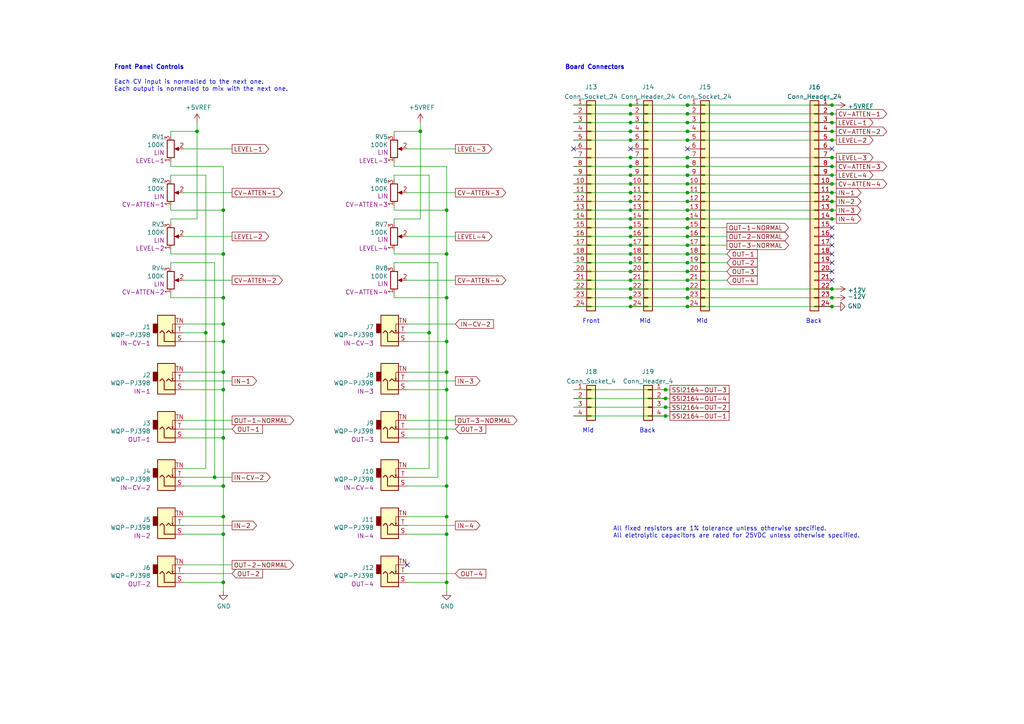
<source format=kicad_sch>
(kicad_sch (version 20211123) (generator eeschema)

  (uuid a6706c54-6a82-42d1-a6c9-48341690e19d)

  (paper "A4")

  (title_block
    (title "Controls & Connectors - Eurorack 4XVCA Module")
    (date "2021-12-24")
    (rev "1.0")
    (company "Len Popp")
    (comment 1 "Copyright © 2021 Len Popp CC BY")
    (comment 2 "Eurorack quad exponential VCA module - 10HP")
  )

  (lib_symbols
    (symbol "-lmp-power:+12V" (power) (pin_names (offset 0)) (in_bom yes) (on_board yes)
      (property "Reference" "#PWR" (id 0) (at 0 -3.81 0)
        (effects (font (size 1.27 1.27)) hide)
      )
      (property "Value" "+12V" (id 1) (at 0 3.556 0)
        (effects (font (size 1.27 1.27)))
      )
      (property "Footprint" "" (id 2) (at 0 0 0)
        (effects (font (size 1.27 1.27)) hide)
      )
      (property "Datasheet" "" (id 3) (at 0 0 0)
        (effects (font (size 1.27 1.27)) hide)
      )
      (property "ki_keywords" "power-flag" (id 4) (at 0 0 0)
        (effects (font (size 1.27 1.27)) hide)
      )
      (property "ki_description" "Power symbol creates a global label with name \"+12V\"" (id 5) (at 0 0 0)
        (effects (font (size 1.27 1.27)) hide)
      )
      (symbol "+12V_0_1"
        (polyline
          (pts
            (xy -0.762 1.27)
            (xy 0 2.54)
          )
          (stroke (width 0) (type default) (color 0 0 0 0))
          (fill (type none))
        )
        (polyline
          (pts
            (xy 0 0)
            (xy 0 2.54)
          )
          (stroke (width 0) (type default) (color 0 0 0 0))
          (fill (type none))
        )
        (polyline
          (pts
            (xy 0 2.54)
            (xy 0.762 1.27)
          )
          (stroke (width 0) (type default) (color 0 0 0 0))
          (fill (type none))
        )
      )
      (symbol "+12V_1_1"
        (pin power_in line (at 0 0 90) (length 0) hide
          (name "+12V" (effects (font (size 1.27 1.27))))
          (number "1" (effects (font (size 1.27 1.27))))
        )
      )
    )
    (symbol "-lmp-power:+5VREF" (power) (pin_names (offset 0)) (in_bom yes) (on_board yes)
      (property "Reference" "#PWR" (id 0) (at 0 -3.81 0)
        (effects (font (size 1.27 1.27)) hide)
      )
      (property "Value" "+5VREF" (id 1) (at 0 3.556 0)
        (effects (font (size 1.27 1.27)))
      )
      (property "Footprint" "" (id 2) (at 0 0 0)
        (effects (font (size 1.27 1.27)) hide)
      )
      (property "Datasheet" "" (id 3) (at 0 0 0)
        (effects (font (size 1.27 1.27)) hide)
      )
      (property "ki_keywords" "power-flag" (id 4) (at 0 0 0)
        (effects (font (size 1.27 1.27)) hide)
      )
      (property "ki_description" "Power symbol creates a global label with name \"+5VREF\"" (id 5) (at 0 0 0)
        (effects (font (size 1.27 1.27)) hide)
      )
      (symbol "+5VREF_0_1"
        (polyline
          (pts
            (xy -0.762 1.27)
            (xy 0 2.54)
          )
          (stroke (width 0) (type default) (color 0 0 0 0))
          (fill (type none))
        )
        (polyline
          (pts
            (xy 0 0)
            (xy 0 2.54)
          )
          (stroke (width 0) (type default) (color 0 0 0 0))
          (fill (type none))
        )
        (polyline
          (pts
            (xy 0 2.54)
            (xy 0.762 1.27)
          )
          (stroke (width 0) (type default) (color 0 0 0 0))
          (fill (type none))
        )
      )
      (symbol "+5VREF_1_1"
        (pin power_in line (at 0 0 90) (length 0) hide
          (name "+5VREF" (effects (font (size 1.27 1.27))))
          (number "1" (effects (font (size 1.27 1.27))))
        )
      )
    )
    (symbol "-lmp-power:-12V" (power) (pin_names (offset 0)) (in_bom yes) (on_board yes)
      (property "Reference" "#PWR" (id 0) (at 0 3.81 0)
        (effects (font (size 1.27 1.27)) hide)
      )
      (property "Value" "-12V" (id 1) (at 0 -3.556 0)
        (effects (font (size 1.27 1.27)))
      )
      (property "Footprint" "" (id 2) (at 0 0 0)
        (effects (font (size 1.27 1.27)) hide)
      )
      (property "Datasheet" "" (id 3) (at 0 0 0)
        (effects (font (size 1.27 1.27)) hide)
      )
      (property "ki_keywords" "power-flag" (id 4) (at 0 0 0)
        (effects (font (size 1.27 1.27)) hide)
      )
      (property "ki_description" "Power symbol creates a global label with name \"-12V\"" (id 5) (at 0 0 0)
        (effects (font (size 1.27 1.27)) hide)
      )
      (symbol "-12V_0_1"
        (polyline
          (pts
            (xy -0.762 -1.27)
            (xy 0 -2.54)
          )
          (stroke (width 0) (type default) (color 0 0 0 0))
          (fill (type none))
        )
        (polyline
          (pts
            (xy 0 -2.54)
            (xy 0.762 -1.27)
          )
          (stroke (width 0) (type default) (color 0 0 0 0))
          (fill (type none))
        )
        (polyline
          (pts
            (xy 0 0)
            (xy 0 -2.54)
          )
          (stroke (width 0) (type default) (color 0 0 0 0))
          (fill (type none))
        )
      )
      (symbol "-12V_1_1"
        (pin power_in line (at 0 0 270) (length 0) hide
          (name "-12V" (effects (font (size 1.27 1.27))))
          (number "1" (effects (font (size 1.27 1.27))))
        )
      )
    )
    (symbol "-lmp-power:GND" (power) (pin_names (offset 0)) (in_bom yes) (on_board yes)
      (property "Reference" "#PWR" (id 0) (at 0 -6.35 0)
        (effects (font (size 1.27 1.27)) hide)
      )
      (property "Value" "GND" (id 1) (at 0 -3.81 0)
        (effects (font (size 1.27 1.27)))
      )
      (property "Footprint" "" (id 2) (at 0 0 0)
        (effects (font (size 1.27 1.27)) hide)
      )
      (property "Datasheet" "" (id 3) (at 0 0 0)
        (effects (font (size 1.27 1.27)) hide)
      )
      (property "ki_keywords" "power-flag" (id 4) (at 0 0 0)
        (effects (font (size 1.27 1.27)) hide)
      )
      (property "ki_description" "Power symbol creates a global label with name \"GND\" , ground" (id 5) (at 0 0 0)
        (effects (font (size 1.27 1.27)) hide)
      )
      (symbol "GND_0_1"
        (polyline
          (pts
            (xy 0 0)
            (xy 0 -1.27)
            (xy 1.27 -1.27)
            (xy 0 -2.54)
            (xy -1.27 -1.27)
            (xy 0 -1.27)
          )
          (stroke (width 0) (type default) (color 0 0 0 0))
          (fill (type none))
        )
      )
      (symbol "GND_1_1"
        (pin power_in line (at 0 0 270) (length 0) hide
          (name "GND" (effects (font (size 1.27 1.27))))
          (number "1" (effects (font (size 1.27 1.27))))
        )
      )
    )
    (symbol "-lmp-synth:Jack_WQP-PJ398" (in_bom yes) (on_board yes)
      (property "Reference" "J" (id 0) (at 0 10.033 0)
        (effects (font (size 1.27 1.27)))
      )
      (property "Value" "Jack_WQP-PJ398" (id 1) (at 0 7.62 0)
        (effects (font (size 1.27 1.27)))
      )
      (property "Footprint" "-lmp-synth:Jack_3.5mm_QingPu_WQP-PJ398SM_Vertical" (id 2) (at 0 0 0)
        (effects (font (size 1.27 1.27)) hide)
      )
      (property "Datasheet" "http://www.qingpu-electronics.com/en/products/WQP-PJ398SM-362.html" (id 3) (at 0 0 0)
        (effects (font (size 1.27 1.27)) hide)
      )
      (property "Label" "[label]" (id 4) (at 0 5.207 0)
        (effects (font (size 1.27 1.27)))
      )
      (property "Manufacturer" "QingPu / Thonk" (id 5) (at 0 0 0)
        (effects (font (size 1.27 1.27)) hide)
      )
      (property "ManufacturerPartNum" "PJ398SM / WQP518MA" (id 6) (at 0 0 0)
        (effects (font (size 1.27 1.27)) hide)
      )
      (property "Distributor" "Thonk" (id 7) (at 0 0 0)
        (effects (font (size 1.27 1.27)) hide)
      )
      (property "DistributorPartNum" "PJ398SM" (id 8) (at 0 0 0)
        (effects (font (size 1.27 1.27)) hide)
      )
      (property "DistributorPartLink" "https://www.thonk.co.uk/shop/thonkiconn/" (id 9) (at 0 0 0)
        (effects (font (size 1.27 1.27)) hide)
      )
      (property "Distributor2" "SynthCube" (id 10) (at 0 0 0)
        (effects (font (size 1.27 1.27)) hide)
      )
      (property "DistributorPartNum2" "WQP518MA" (id 11) (at 0 0 0)
        (effects (font (size 1.27 1.27)) hide)
      )
      (property "DistributorPartLink2" "https://synthcube.com/cart/3-5mm-euro-jacks" (id 12) (at 0 0 0)
        (effects (font (size 1.27 1.27)) hide)
      )
      (property "Distributor3" "Adafruit" (id 13) (at 0 0 0)
        (effects (font (size 1.27 1.27)) hide)
      )
      (property "DistributorPartNum3" "4031" (id 14) (at 0 0 0)
        (effects (font (size 1.27 1.27)) hide)
      )
      (property "DistributorPartLink3" "https://www.adafruit.com/product/4031" (id 15) (at 0 0 0)
        (effects (font (size 1.27 1.27)) hide)
      )
      (property "ki_keywords" "audio jack receptacle mono headphones phone TS connector QingPu Thonkiconn" (id 16) (at 0 0 0)
        (effects (font (size 1.27 1.27)) hide)
      )
      (property "ki_description" "Audio Jack, 2 Poles (Mono / TS), Switched T Pole (Normalling), QingPu / Thonkiconn" (id 17) (at 0 0 0)
        (effects (font (size 1.27 1.27)) hide)
      )
      (property "ki_fp_filters" "Jack*" (id 18) (at 0 0 0)
        (effects (font (size 1.27 1.27)) hide)
      )
      (symbol "Jack_WQP-PJ398_0_1"
        (rectangle (start -2.54 0) (end -3.81 -2.54)
          (stroke (width 0.254) (type default) (color 0 0 0 0))
          (fill (type outline))
        )
        (polyline
          (pts
            (xy 1.778 -0.254)
            (xy 2.032 -0.762)
          )
          (stroke (width 0) (type default) (color 0 0 0 0))
          (fill (type none))
        )
        (polyline
          (pts
            (xy 0 0)
            (xy 0.635 -0.635)
            (xy 1.27 0)
            (xy 2.54 0)
          )
          (stroke (width 0.254) (type default) (color 0 0 0 0))
          (fill (type none))
        )
        (polyline
          (pts
            (xy 2.54 -2.54)
            (xy 1.778 -2.54)
            (xy 1.778 -0.254)
            (xy 1.524 -0.762)
          )
          (stroke (width 0) (type default) (color 0 0 0 0))
          (fill (type none))
        )
        (polyline
          (pts
            (xy 2.54 2.54)
            (xy -0.635 2.54)
            (xy -0.635 0)
            (xy -1.27 -0.635)
            (xy -1.905 0)
          )
          (stroke (width 0.254) (type default) (color 0 0 0 0))
          (fill (type none))
        )
        (rectangle (start 2.54 3.81) (end -2.54 -5.08)
          (stroke (width 0.254) (type default) (color 0 0 0 0))
          (fill (type background))
        )
      )
      (symbol "Jack_WQP-PJ398_1_1"
        (pin passive line (at 5.08 2.54 180) (length 2.54)
          (name "~" (effects (font (size 1.27 1.27))))
          (number "S" (effects (font (size 1.27 1.27))))
        )
        (pin passive line (at 5.08 0 180) (length 2.54)
          (name "~" (effects (font (size 1.27 1.27))))
          (number "T" (effects (font (size 1.27 1.27))))
        )
        (pin passive line (at 5.08 -2.54 180) (length 2.54)
          (name "~" (effects (font (size 1.27 1.27))))
          (number "TN" (effects (font (size 1.27 1.27))))
        )
      )
    )
    (symbol "-lmp-synth:R_POT_Panel_PCB_Alpha" (pin_names (offset 1.016) hide) (in_bom yes) (on_board yes)
      (property "Reference" "RV" (id 0) (at -9.144 0 90)
        (effects (font (size 1.27 1.27)))
      )
      (property "Value" "R_POT_Panel_PCB_Alpha" (id 1) (at -7.239 0 90)
        (effects (font (size 1.27 1.27)))
      )
      (property "Footprint" "-lmp-synth:Potentiometer_Alpha_RD901F-40-00D_Single_Vertical" (id 2) (at 0 0 0)
        (effects (font (size 1.27 1.27)) hide)
      )
      (property "Datasheet" "https://www.mouser.ca/datasheet/2/13/alpha_taiwan_08192019_RD901F-40-15R1-B(resistance_-1627810.pdf" (id 3) (at 0 0 0)
        (effects (font (size 1.27 1.27)) hide)
      )
      (property "Value2" "[LIN/LOG]" (id 4) (at -5.207 0 90)
        (effects (font (size 1.27 1.27)))
      )
      (property "Label" "[label]" (id 5) (at -3.175 0 90)
        (effects (font (size 1.27 1.27)))
      )
      (property "Manufacturer" "Alpha" (id 6) (at 0 0 0)
        (effects (font (size 1.27 1.27)) hide)
      )
      (property "ManufacturerPartNum" "RD901F-*" (id 7) (at 0 0 0)
        (effects (font (size 1.27 1.27)) hide)
      )
      (property "Distributor" "Thonk" (id 8) (at 0 0 0)
        (effects (font (size 1.27 1.27)) hide)
      )
      (property "DistributorPartNum" "Group_Pot_Alpha_6.35mm" (id 9) (at 0 0 0)
        (effects (font (size 1.27 1.27)) hide)
      )
      (property "DistributorPartLink" "https://www.thonk.co.uk/shop/alpha-9mm-pots/" (id 10) (at 0 0 0)
        (effects (font (size 1.27 1.27)) hide)
      )
      (property "Distributor2" "Mouser" (id 11) (at 0 0 0)
        (effects (font (size 1.27 1.27)) hide)
      )
      (property "DistributorPartNum2" "311-1940F-*" (id 12) (at 0 0 0)
        (effects (font (size 1.27 1.27)) hide)
      )
      (property "DistributorPartLink2" "https://www.mouser.ca/c/passive-components/potentiometers-trimmers-rheostats/potentiometers/?q=RD901F&orientation=Vertical" (id 13) (at 0 0 0)
        (effects (font (size 1.27 1.27)) hide)
      )
      (property "Distributor3" "SynthCube" (id 14) (at 0 0 0)
        (effects (font (size 1.27 1.27)) hide)
      )
      (property "DistributorPartNum3" "9MMALPHAPOTMSTR" (id 15) (at 0 0 0)
        (effects (font (size 1.27 1.27)) hide)
      )
      (property "DistributorPartLink3" "https://synthcube.com/cart/alpha-9mm-potentiometer-right-angle-pcb-mount-6-35mm-round-shaft" (id 16) (at 0 0 0)
        (effects (font (size 1.27 1.27)) hide)
      )
      (property "ki_keywords" "resistor variable" (id 17) (at 0 0 0)
        (effects (font (size 1.27 1.27)) hide)
      )
      (property "ki_description" "Potentiometer" (id 18) (at 0 0 0)
        (effects (font (size 1.27 1.27)) hide)
      )
      (property "ki_fp_filters" "Potentiometer*" (id 19) (at 0 0 0)
        (effects (font (size 1.27 1.27)) hide)
      )
      (symbol "R_POT_Panel_PCB_Alpha_0_1"
        (polyline
          (pts
            (xy 2.54 0)
            (xy 1.524 0)
          )
          (stroke (width 0) (type default) (color 0 0 0 0))
          (fill (type none))
        )
        (polyline
          (pts
            (xy 1.143 0)
            (xy 2.286 0.508)
            (xy 2.286 -0.508)
            (xy 1.143 0)
          )
          (stroke (width 0) (type default) (color 0 0 0 0))
          (fill (type outline))
        )
        (rectangle (start 1.016 2.54) (end -1.016 -2.54)
          (stroke (width 0.254) (type default) (color 0 0 0 0))
          (fill (type none))
        )
      )
      (symbol "R_POT_Panel_PCB_Alpha_1_1"
        (pin passive line (at 0 3.81 270) (length 1.27)
          (name "1" (effects (font (size 1.27 1.27))))
          (number "1" (effects (font (size 1.27 1.27))))
        )
        (pin passive line (at 3.81 0 180) (length 1.27)
          (name "2" (effects (font (size 1.27 1.27))))
          (number "2" (effects (font (size 1.27 1.27))))
        )
        (pin passive line (at 0 -3.81 90) (length 1.27)
          (name "3" (effects (font (size 1.27 1.27))))
          (number "3" (effects (font (size 1.27 1.27))))
        )
      )
    )
    (symbol "-lmp-synth:R_POT_TRIM_Panel_SongHuei" (pin_names (offset 1.016) hide) (in_bom yes) (on_board yes)
      (property "Reference" "RV" (id 0) (at -9.144 0 90)
        (effects (font (size 1.27 1.27)))
      )
      (property "Value" "R_POT_TRIM_Panel_SongHuei" (id 1) (at -7.239 0 90)
        (effects (font (size 1.27 1.27)))
      )
      (property "Footprint" "-lmp-synth:Potentiometer_Alpha_RD901F-40-00D_Single_Vertical" (id 2) (at 0 0 0)
        (effects (font (size 1.27 1.27)) hide)
      )
      (property "Datasheet" "http://www.song-huei.com/proimages//eng/pdfimages/R0904N.pdf" (id 3) (at 0 0 0)
        (effects (font (size 1.27 1.27)) hide)
      )
      (property "Value2" "[LIN/LOG]" (id 4) (at -5.207 0 90)
        (effects (font (size 1.27 1.27)))
      )
      (property "Label" "[label]" (id 5) (at -3.175 0 90)
        (effects (font (size 1.27 1.27)))
      )
      (property "Manufacturer" "Song Huei" (id 6) (at 0 0 0)
        (effects (font (size 1.27 1.27)) hide)
      )
      (property "ManufacturerPartNum" "R0904N*" (id 7) (at 0 0 0)
        (effects (font (size 1.27 1.27)) hide)
      )
      (property "Distributor" "SynthCube" (id 8) (at 0 0 0)
        (effects (font (size 1.27 1.27)) hide)
      )
      (property "DistributorPartNum" "SH9MMTPOTMSTR" (id 9) (at 0 0 0)
        (effects (font (size 1.27 1.27)) hide)
      )
      (property "DistributorPartLink" "https://synthcube.com/cart/9mm-trimmer-pots" (id 10) (at 0 0 0)
        (effects (font (size 1.27 1.27)) hide)
      )
      (property "ki_keywords" "resistor variable" (id 11) (at 0 0 0)
        (effects (font (size 1.27 1.27)) hide)
      )
      (property "ki_description" "Potentiometer" (id 12) (at 0 0 0)
        (effects (font (size 1.27 1.27)) hide)
      )
      (property "ki_fp_filters" "Potentiometer*" (id 13) (at 0 0 0)
        (effects (font (size 1.27 1.27)) hide)
      )
      (symbol "R_POT_TRIM_Panel_SongHuei_0_1"
        (polyline
          (pts
            (xy 2.54 0)
            (xy 1.524 0)
          )
          (stroke (width 0) (type default) (color 0 0 0 0))
          (fill (type none))
        )
        (polyline
          (pts
            (xy 1.143 0)
            (xy 2.286 0.508)
            (xy 2.286 -0.508)
            (xy 1.143 0)
          )
          (stroke (width 0) (type default) (color 0 0 0 0))
          (fill (type outline))
        )
        (rectangle (start 1.016 2.54) (end -1.016 -2.54)
          (stroke (width 0.254) (type default) (color 0 0 0 0))
          (fill (type none))
        )
      )
      (symbol "R_POT_TRIM_Panel_SongHuei_1_1"
        (pin passive line (at 0 3.81 270) (length 1.27)
          (name "1" (effects (font (size 1.27 1.27))))
          (number "1" (effects (font (size 1.27 1.27))))
        )
        (pin passive line (at 3.81 0 180) (length 1.27)
          (name "2" (effects (font (size 1.27 1.27))))
          (number "2" (effects (font (size 1.27 1.27))))
        )
        (pin passive line (at 0 -3.81 90) (length 1.27)
          (name "3" (effects (font (size 1.27 1.27))))
          (number "3" (effects (font (size 1.27 1.27))))
        )
      )
    )
    (symbol "Connector_Generic:Conn_01x04" (pin_names (offset 1.016) hide) (in_bom yes) (on_board yes)
      (property "Reference" "J" (id 0) (at 0 5.08 0)
        (effects (font (size 1.27 1.27)))
      )
      (property "Value" "Conn_01x04" (id 1) (at 0 -7.62 0)
        (effects (font (size 1.27 1.27)))
      )
      (property "Footprint" "" (id 2) (at 0 0 0)
        (effects (font (size 1.27 1.27)) hide)
      )
      (property "Datasheet" "~" (id 3) (at 0 0 0)
        (effects (font (size 1.27 1.27)) hide)
      )
      (property "ki_keywords" "connector" (id 4) (at 0 0 0)
        (effects (font (size 1.27 1.27)) hide)
      )
      (property "ki_description" "Generic connector, single row, 01x04, script generated (kicad-library-utils/schlib/autogen/connector/)" (id 5) (at 0 0 0)
        (effects (font (size 1.27 1.27)) hide)
      )
      (property "ki_fp_filters" "Connector*:*_1x??_*" (id 6) (at 0 0 0)
        (effects (font (size 1.27 1.27)) hide)
      )
      (symbol "Conn_01x04_1_1"
        (rectangle (start -1.27 -4.953) (end 0 -5.207)
          (stroke (width 0.1524) (type default) (color 0 0 0 0))
          (fill (type none))
        )
        (rectangle (start -1.27 -2.413) (end 0 -2.667)
          (stroke (width 0.1524) (type default) (color 0 0 0 0))
          (fill (type none))
        )
        (rectangle (start -1.27 0.127) (end 0 -0.127)
          (stroke (width 0.1524) (type default) (color 0 0 0 0))
          (fill (type none))
        )
        (rectangle (start -1.27 2.667) (end 0 2.413)
          (stroke (width 0.1524) (type default) (color 0 0 0 0))
          (fill (type none))
        )
        (rectangle (start -1.27 3.81) (end 1.27 -6.35)
          (stroke (width 0.254) (type default) (color 0 0 0 0))
          (fill (type background))
        )
        (pin passive line (at -5.08 2.54 0) (length 3.81)
          (name "Pin_1" (effects (font (size 1.27 1.27))))
          (number "1" (effects (font (size 1.27 1.27))))
        )
        (pin passive line (at -5.08 0 0) (length 3.81)
          (name "Pin_2" (effects (font (size 1.27 1.27))))
          (number "2" (effects (font (size 1.27 1.27))))
        )
        (pin passive line (at -5.08 -2.54 0) (length 3.81)
          (name "Pin_3" (effects (font (size 1.27 1.27))))
          (number "3" (effects (font (size 1.27 1.27))))
        )
        (pin passive line (at -5.08 -5.08 0) (length 3.81)
          (name "Pin_4" (effects (font (size 1.27 1.27))))
          (number "4" (effects (font (size 1.27 1.27))))
        )
      )
    )
    (symbol "Connector_Generic:Conn_01x24" (pin_names (offset 1.016) hide) (in_bom yes) (on_board yes)
      (property "Reference" "J" (id 0) (at 0 30.48 0)
        (effects (font (size 1.27 1.27)))
      )
      (property "Value" "Conn_01x24" (id 1) (at 0 -33.02 0)
        (effects (font (size 1.27 1.27)))
      )
      (property "Footprint" "" (id 2) (at 0 0 0)
        (effects (font (size 1.27 1.27)) hide)
      )
      (property "Datasheet" "~" (id 3) (at 0 0 0)
        (effects (font (size 1.27 1.27)) hide)
      )
      (property "ki_keywords" "connector" (id 4) (at 0 0 0)
        (effects (font (size 1.27 1.27)) hide)
      )
      (property "ki_description" "Generic connector, single row, 01x24, script generated (kicad-library-utils/schlib/autogen/connector/)" (id 5) (at 0 0 0)
        (effects (font (size 1.27 1.27)) hide)
      )
      (property "ki_fp_filters" "Connector*:*_1x??_*" (id 6) (at 0 0 0)
        (effects (font (size 1.27 1.27)) hide)
      )
      (symbol "Conn_01x24_1_1"
        (rectangle (start -1.27 -30.353) (end 0 -30.607)
          (stroke (width 0.1524) (type default) (color 0 0 0 0))
          (fill (type none))
        )
        (rectangle (start -1.27 -27.813) (end 0 -28.067)
          (stroke (width 0.1524) (type default) (color 0 0 0 0))
          (fill (type none))
        )
        (rectangle (start -1.27 -25.273) (end 0 -25.527)
          (stroke (width 0.1524) (type default) (color 0 0 0 0))
          (fill (type none))
        )
        (rectangle (start -1.27 -22.733) (end 0 -22.987)
          (stroke (width 0.1524) (type default) (color 0 0 0 0))
          (fill (type none))
        )
        (rectangle (start -1.27 -20.193) (end 0 -20.447)
          (stroke (width 0.1524) (type default) (color 0 0 0 0))
          (fill (type none))
        )
        (rectangle (start -1.27 -17.653) (end 0 -17.907)
          (stroke (width 0.1524) (type default) (color 0 0 0 0))
          (fill (type none))
        )
        (rectangle (start -1.27 -15.113) (end 0 -15.367)
          (stroke (width 0.1524) (type default) (color 0 0 0 0))
          (fill (type none))
        )
        (rectangle (start -1.27 -12.573) (end 0 -12.827)
          (stroke (width 0.1524) (type default) (color 0 0 0 0))
          (fill (type none))
        )
        (rectangle (start -1.27 -10.033) (end 0 -10.287)
          (stroke (width 0.1524) (type default) (color 0 0 0 0))
          (fill (type none))
        )
        (rectangle (start -1.27 -7.493) (end 0 -7.747)
          (stroke (width 0.1524) (type default) (color 0 0 0 0))
          (fill (type none))
        )
        (rectangle (start -1.27 -4.953) (end 0 -5.207)
          (stroke (width 0.1524) (type default) (color 0 0 0 0))
          (fill (type none))
        )
        (rectangle (start -1.27 -2.413) (end 0 -2.667)
          (stroke (width 0.1524) (type default) (color 0 0 0 0))
          (fill (type none))
        )
        (rectangle (start -1.27 0.127) (end 0 -0.127)
          (stroke (width 0.1524) (type default) (color 0 0 0 0))
          (fill (type none))
        )
        (rectangle (start -1.27 2.667) (end 0 2.413)
          (stroke (width 0.1524) (type default) (color 0 0 0 0))
          (fill (type none))
        )
        (rectangle (start -1.27 5.207) (end 0 4.953)
          (stroke (width 0.1524) (type default) (color 0 0 0 0))
          (fill (type none))
        )
        (rectangle (start -1.27 7.747) (end 0 7.493)
          (stroke (width 0.1524) (type default) (color 0 0 0 0))
          (fill (type none))
        )
        (rectangle (start -1.27 10.287) (end 0 10.033)
          (stroke (width 0.1524) (type default) (color 0 0 0 0))
          (fill (type none))
        )
        (rectangle (start -1.27 12.827) (end 0 12.573)
          (stroke (width 0.1524) (type default) (color 0 0 0 0))
          (fill (type none))
        )
        (rectangle (start -1.27 15.367) (end 0 15.113)
          (stroke (width 0.1524) (type default) (color 0 0 0 0))
          (fill (type none))
        )
        (rectangle (start -1.27 17.907) (end 0 17.653)
          (stroke (width 0.1524) (type default) (color 0 0 0 0))
          (fill (type none))
        )
        (rectangle (start -1.27 20.447) (end 0 20.193)
          (stroke (width 0.1524) (type default) (color 0 0 0 0))
          (fill (type none))
        )
        (rectangle (start -1.27 22.987) (end 0 22.733)
          (stroke (width 0.1524) (type default) (color 0 0 0 0))
          (fill (type none))
        )
        (rectangle (start -1.27 25.527) (end 0 25.273)
          (stroke (width 0.1524) (type default) (color 0 0 0 0))
          (fill (type none))
        )
        (rectangle (start -1.27 28.067) (end 0 27.813)
          (stroke (width 0.1524) (type default) (color 0 0 0 0))
          (fill (type none))
        )
        (rectangle (start -1.27 29.21) (end 1.27 -31.75)
          (stroke (width 0.254) (type default) (color 0 0 0 0))
          (fill (type background))
        )
        (pin passive line (at -5.08 27.94 0) (length 3.81)
          (name "Pin_1" (effects (font (size 1.27 1.27))))
          (number "1" (effects (font (size 1.27 1.27))))
        )
        (pin passive line (at -5.08 5.08 0) (length 3.81)
          (name "Pin_10" (effects (font (size 1.27 1.27))))
          (number "10" (effects (font (size 1.27 1.27))))
        )
        (pin passive line (at -5.08 2.54 0) (length 3.81)
          (name "Pin_11" (effects (font (size 1.27 1.27))))
          (number "11" (effects (font (size 1.27 1.27))))
        )
        (pin passive line (at -5.08 0 0) (length 3.81)
          (name "Pin_12" (effects (font (size 1.27 1.27))))
          (number "12" (effects (font (size 1.27 1.27))))
        )
        (pin passive line (at -5.08 -2.54 0) (length 3.81)
          (name "Pin_13" (effects (font (size 1.27 1.27))))
          (number "13" (effects (font (size 1.27 1.27))))
        )
        (pin passive line (at -5.08 -5.08 0) (length 3.81)
          (name "Pin_14" (effects (font (size 1.27 1.27))))
          (number "14" (effects (font (size 1.27 1.27))))
        )
        (pin passive line (at -5.08 -7.62 0) (length 3.81)
          (name "Pin_15" (effects (font (size 1.27 1.27))))
          (number "15" (effects (font (size 1.27 1.27))))
        )
        (pin passive line (at -5.08 -10.16 0) (length 3.81)
          (name "Pin_16" (effects (font (size 1.27 1.27))))
          (number "16" (effects (font (size 1.27 1.27))))
        )
        (pin passive line (at -5.08 -12.7 0) (length 3.81)
          (name "Pin_17" (effects (font (size 1.27 1.27))))
          (number "17" (effects (font (size 1.27 1.27))))
        )
        (pin passive line (at -5.08 -15.24 0) (length 3.81)
          (name "Pin_18" (effects (font (size 1.27 1.27))))
          (number "18" (effects (font (size 1.27 1.27))))
        )
        (pin passive line (at -5.08 -17.78 0) (length 3.81)
          (name "Pin_19" (effects (font (size 1.27 1.27))))
          (number "19" (effects (font (size 1.27 1.27))))
        )
        (pin passive line (at -5.08 25.4 0) (length 3.81)
          (name "Pin_2" (effects (font (size 1.27 1.27))))
          (number "2" (effects (font (size 1.27 1.27))))
        )
        (pin passive line (at -5.08 -20.32 0) (length 3.81)
          (name "Pin_20" (effects (font (size 1.27 1.27))))
          (number "20" (effects (font (size 1.27 1.27))))
        )
        (pin passive line (at -5.08 -22.86 0) (length 3.81)
          (name "Pin_21" (effects (font (size 1.27 1.27))))
          (number "21" (effects (font (size 1.27 1.27))))
        )
        (pin passive line (at -5.08 -25.4 0) (length 3.81)
          (name "Pin_22" (effects (font (size 1.27 1.27))))
          (number "22" (effects (font (size 1.27 1.27))))
        )
        (pin passive line (at -5.08 -27.94 0) (length 3.81)
          (name "Pin_23" (effects (font (size 1.27 1.27))))
          (number "23" (effects (font (size 1.27 1.27))))
        )
        (pin passive line (at -5.08 -30.48 0) (length 3.81)
          (name "Pin_24" (effects (font (size 1.27 1.27))))
          (number "24" (effects (font (size 1.27 1.27))))
        )
        (pin passive line (at -5.08 22.86 0) (length 3.81)
          (name "Pin_3" (effects (font (size 1.27 1.27))))
          (number "3" (effects (font (size 1.27 1.27))))
        )
        (pin passive line (at -5.08 20.32 0) (length 3.81)
          (name "Pin_4" (effects (font (size 1.27 1.27))))
          (number "4" (effects (font (size 1.27 1.27))))
        )
        (pin passive line (at -5.08 17.78 0) (length 3.81)
          (name "Pin_5" (effects (font (size 1.27 1.27))))
          (number "5" (effects (font (size 1.27 1.27))))
        )
        (pin passive line (at -5.08 15.24 0) (length 3.81)
          (name "Pin_6" (effects (font (size 1.27 1.27))))
          (number "6" (effects (font (size 1.27 1.27))))
        )
        (pin passive line (at -5.08 12.7 0) (length 3.81)
          (name "Pin_7" (effects (font (size 1.27 1.27))))
          (number "7" (effects (font (size 1.27 1.27))))
        )
        (pin passive line (at -5.08 10.16 0) (length 3.81)
          (name "Pin_8" (effects (font (size 1.27 1.27))))
          (number "8" (effects (font (size 1.27 1.27))))
        )
        (pin passive line (at -5.08 7.62 0) (length 3.81)
          (name "Pin_9" (effects (font (size 1.27 1.27))))
          (number "9" (effects (font (size 1.27 1.27))))
        )
      )
    )
  )

  (junction (at 199.39 55.88) (diameter 0) (color 0 0 0 0)
    (uuid 01ee1845-4e16-4d1e-81bb-25a604bff6fc)
  )
  (junction (at 193.04 120.65) (diameter 0) (color 0 0 0 0)
    (uuid 0a725db9-d047-4d38-b838-a3cfe0a6d61b)
  )
  (junction (at 199.39 76.2) (diameter 0) (color 0 0 0 0)
    (uuid 0b000ed3-0996-44df-917e-8ad997f5aa76)
  )
  (junction (at 182.88 50.8) (diameter 0) (color 0 0 0 0)
    (uuid 126d79ca-30df-4591-9109-64dd3d81b1e7)
  )
  (junction (at 199.39 86.36) (diameter 0) (color 0 0 0 0)
    (uuid 128f895e-c5fb-4e70-b1e6-213bf4fd4522)
  )
  (junction (at 64.77 93.98) (diameter 0) (color 0 0 0 0)
    (uuid 15c43ec0-be2a-4aee-b66e-6829dcd5cfc2)
  )
  (junction (at 64.77 73.66) (diameter 0) (color 0 0 0 0)
    (uuid 16d5bf81-590a-4149-97e0-64f3b3ad6f52)
  )
  (junction (at 199.39 88.9) (diameter 0) (color 0 0 0 0)
    (uuid 170e95d0-3647-4fa2-b124-6751226742f3)
  )
  (junction (at 64.77 127) (diameter 0) (color 0 0 0 0)
    (uuid 188eabba-12a3-47b7-9be1-03f0c5a948eb)
  )
  (junction (at 182.88 60.96) (diameter 0) (color 0 0 0 0)
    (uuid 19f382ce-d1f1-4bb4-b346-729221a871c5)
  )
  (junction (at 182.88 86.36) (diameter 0) (color 0 0 0 0)
    (uuid 1b70a011-3779-4e3f-be5e-066d850c766f)
  )
  (junction (at 182.88 35.56) (diameter 0) (color 0 0 0 0)
    (uuid 1f1c9125-f2d1-4353-abcc-e50d6d9e1c44)
  )
  (junction (at 129.54 73.66) (diameter 0) (color 0 0 0 0)
    (uuid 2151a218-87ec-4d43-b5fa-736242c52602)
  )
  (junction (at 64.77 168.91) (diameter 0) (color 0 0 0 0)
    (uuid 24a492d9-25a9-4fba-b51b-3effb576b351)
  )
  (junction (at 182.88 33.02) (diameter 0) (color 0 0 0 0)
    (uuid 24ee694a-ff65-4bbb-b24d-165de332ba43)
  )
  (junction (at 129.54 140.97) (diameter 0) (color 0 0 0 0)
    (uuid 25625d99-d45f-4b2f-9e62-009a122611f4)
  )
  (junction (at 182.88 83.82) (diameter 0) (color 0 0 0 0)
    (uuid 28b47840-3dd0-41b0-8b96-5ea8e10ae26f)
  )
  (junction (at 199.39 30.48) (diameter 0) (color 0 0 0 0)
    (uuid 2c9e25ba-25c9-415c-8084-efb7a0742499)
  )
  (junction (at 64.77 86.36) (diameter 0) (color 0 0 0 0)
    (uuid 2d16cb66-2809-411d-912c-d3db0f48bd04)
  )
  (junction (at 129.54 154.94) (diameter 0) (color 0 0 0 0)
    (uuid 2edc487e-09a5-4e4e-9675-a7b323f56380)
  )
  (junction (at 199.39 38.1) (diameter 0) (color 0 0 0 0)
    (uuid 340e67d7-0b8b-454a-b460-d1030a098625)
  )
  (junction (at 241.3 58.42) (diameter 0) (color 0 0 0 0)
    (uuid 352f2bc0-2898-4caa-a7c1-8fdd76c416aa)
  )
  (junction (at 241.3 33.02) (diameter 0) (color 0 0 0 0)
    (uuid 35e60fa0-27cf-4d0e-8bab-b364400c08c0)
  )
  (junction (at 182.88 30.48) (diameter 0) (color 0 0 0 0)
    (uuid 3f286aee-01d3-4b8e-af40-2ddbe19d70c3)
  )
  (junction (at 241.3 50.8) (diameter 0) (color 0 0 0 0)
    (uuid 401b5a0c-f502-4551-9d61-fa50a303707e)
  )
  (junction (at 199.39 50.8) (diameter 0) (color 0 0 0 0)
    (uuid 4479b629-4337-4f1b-a203-df16e2ac4f16)
  )
  (junction (at 182.88 53.34) (diameter 0) (color 0 0 0 0)
    (uuid 44dc581f-38e1-4c56-9bb4-4412bbbf4693)
  )
  (junction (at 241.3 48.26) (diameter 0) (color 0 0 0 0)
    (uuid 4c069f0b-8c76-44a0-a999-7bd72a3e8dee)
  )
  (junction (at 129.54 60.96) (diameter 0) (color 0 0 0 0)
    (uuid 4c6a1dad-7acf-4a52-99b0-316025d1ab04)
  )
  (junction (at 241.3 35.56) (diameter 0) (color 0 0 0 0)
    (uuid 4d55ddc7-73be-49f7-98ea-a0ba474cbdb0)
  )
  (junction (at 241.3 60.96) (diameter 0) (color 0 0 0 0)
    (uuid 5255a863-6f42-461a-964f-3e6c503ab18b)
  )
  (junction (at 64.77 107.95) (diameter 0) (color 0 0 0 0)
    (uuid 53ae21b8-f187-4817-8c27-1f06278d249b)
  )
  (junction (at 199.39 81.28) (diameter 0) (color 0 0 0 0)
    (uuid 554ad18e-6093-4c5e-b410-5a5b19cfb470)
  )
  (junction (at 129.54 113.03) (diameter 0) (color 0 0 0 0)
    (uuid 5626e5e1-59f4-4773-828e-16057ddc3518)
  )
  (junction (at 62.23 138.43) (diameter 0) (color 0 0 0 0)
    (uuid 56bbedad-6259-4443-b321-0ffa1f89c336)
  )
  (junction (at 199.39 71.12) (diameter 0) (color 0 0 0 0)
    (uuid 5b35ccb5-c63f-4b3c-a36b-fd85c4087b7f)
  )
  (junction (at 199.39 35.56) (diameter 0) (color 0 0 0 0)
    (uuid 5f14701e-5b66-4eb9-96b7-3292d3ac3c1c)
  )
  (junction (at 182.88 40.64) (diameter 0) (color 0 0 0 0)
    (uuid 6126a282-adad-45f6-a4df-28081b3cdefb)
  )
  (junction (at 64.77 113.03) (diameter 0) (color 0 0 0 0)
    (uuid 629fdb7a-7978-43d0-987e-b84465775826)
  )
  (junction (at 241.3 53.34) (diameter 0) (color 0 0 0 0)
    (uuid 661bb960-243a-4711-8e22-c71a0a071a86)
  )
  (junction (at 182.88 73.66) (diameter 0) (color 0 0 0 0)
    (uuid 69baaaf2-95bd-4ce3-8de9-be6e4924e792)
  )
  (junction (at 182.88 71.12) (diameter 0) (color 0 0 0 0)
    (uuid 70fd4ad2-3640-4ba2-8fad-98398947f536)
  )
  (junction (at 182.88 88.9) (diameter 0) (color 0 0 0 0)
    (uuid 74f6649e-5eaa-4dfd-b77a-4caa8f7eefbc)
  )
  (junction (at 199.39 33.02) (diameter 0) (color 0 0 0 0)
    (uuid 76308a58-3a44-47f0-8260-6b7071b40b3d)
  )
  (junction (at 199.39 83.82) (diameter 0) (color 0 0 0 0)
    (uuid 783f9191-bb86-4f7e-8337-e0885c4ce760)
  )
  (junction (at 64.77 149.86) (diameter 0) (color 0 0 0 0)
    (uuid 792ace59-9f73-49b7-92df-01568ab2b00b)
  )
  (junction (at 182.88 55.88) (diameter 0) (color 0 0 0 0)
    (uuid 7c30e242-f4af-4fff-a078-bc961113b5a7)
  )
  (junction (at 182.88 81.28) (diameter 0) (color 0 0 0 0)
    (uuid 7cef8b01-173e-4892-a980-6acf6148b4dc)
  )
  (junction (at 193.04 113.03) (diameter 0) (color 0 0 0 0)
    (uuid 7d7bde07-5a8b-4ae0-b3a8-8af6c785bc03)
  )
  (junction (at 182.88 78.74) (diameter 0) (color 0 0 0 0)
    (uuid 8290731e-cf75-4490-807b-fe2fb98df1d4)
  )
  (junction (at 182.88 48.26) (diameter 0) (color 0 0 0 0)
    (uuid 832f6566-4751-44f6-b2d5-3f05bd7fd871)
  )
  (junction (at 182.88 58.42) (diameter 0) (color 0 0 0 0)
    (uuid 865c25b5-d247-485e-855e-80e7b9632bf4)
  )
  (junction (at 241.3 83.82) (diameter 0) (color 0 0 0 0)
    (uuid 8b28d931-859f-4afa-9c93-29d8681226d5)
  )
  (junction (at 241.3 55.88) (diameter 0) (color 0 0 0 0)
    (uuid 8e083e0a-108c-4a3d-a795-460683734460)
  )
  (junction (at 182.88 76.2) (diameter 0) (color 0 0 0 0)
    (uuid 90ecf332-a0bf-4e40-af08-7106a484ee72)
  )
  (junction (at 64.77 60.96) (diameter 0) (color 0 0 0 0)
    (uuid 9404ce4c-2ce6-4f88-8062-13577800d257)
  )
  (junction (at 193.04 115.57) (diameter 0) (color 0 0 0 0)
    (uuid 94a5423c-9c4f-480f-80e0-184338bab8cb)
  )
  (junction (at 199.39 58.42) (diameter 0) (color 0 0 0 0)
    (uuid 94b5f0cc-cb8c-45f2-bd2e-587a9920e364)
  )
  (junction (at 64.77 154.94) (diameter 0) (color 0 0 0 0)
    (uuid 97cc05bf-4ed5-449c-b0c8-131e5126a7ac)
  )
  (junction (at 64.77 99.06) (diameter 0) (color 0 0 0 0)
    (uuid 9c5933cf-1535-4465-90dd-da9b75afcdcf)
  )
  (junction (at 182.88 63.5) (diameter 0) (color 0 0 0 0)
    (uuid a0223a48-ecb3-49e6-b30b-cd687ad85b6b)
  )
  (junction (at 129.54 168.91) (diameter 0) (color 0 0 0 0)
    (uuid a43f2e19-4e11-4e86-a12a-58a691d6df28)
  )
  (junction (at 59.69 96.52) (diameter 0) (color 0 0 0 0)
    (uuid a86cc026-cc17-4a81-85bf-4c26f61b9f32)
  )
  (junction (at 241.3 45.72) (diameter 0) (color 0 0 0 0)
    (uuid ac0e5582-f44c-4bc2-8ae7-2c3f1115fb00)
  )
  (junction (at 199.39 73.66) (diameter 0) (color 0 0 0 0)
    (uuid ad26a74c-b853-4cb8-b384-ccb3ebaa1ba9)
  )
  (junction (at 199.39 53.34) (diameter 0) (color 0 0 0 0)
    (uuid b00da581-7878-448f-9f5f-f188e7bd8d38)
  )
  (junction (at 199.39 40.64) (diameter 0) (color 0 0 0 0)
    (uuid b0db292d-ee9c-4e78-8a5f-fc82e4de10b0)
  )
  (junction (at 241.3 40.64) (diameter 0) (color 0 0 0 0)
    (uuid b14aea3f-7e9b-4416-ac0e-1c7beb3cd27c)
  )
  (junction (at 182.88 38.1) (diameter 0) (color 0 0 0 0)
    (uuid b2fde343-034f-40ae-9c1d-42855c55a356)
  )
  (junction (at 241.3 63.5) (diameter 0) (color 0 0 0 0)
    (uuid b31ebd17-263d-401b-8d2a-e11c1231e65f)
  )
  (junction (at 182.88 45.72) (diameter 0) (color 0 0 0 0)
    (uuid b4146ef5-4765-4493-92ba-5efdd4b3daf7)
  )
  (junction (at 124.46 96.52) (diameter 0) (color 0 0 0 0)
    (uuid b4fbe1fb-a9a3-4020-9a82-d3fa1900cd85)
  )
  (junction (at 241.3 88.9) (diameter 0) (color 0 0 0 0)
    (uuid b5b9e787-1696-44fb-b63c-c09b9b1e926b)
  )
  (junction (at 57.15 38.1) (diameter 0) (color 0 0 0 0)
    (uuid b5d84bc0-4d9a-4d1d-a476-5c6b51309fca)
  )
  (junction (at 121.92 38.1) (diameter 0) (color 0 0 0 0)
    (uuid bc05cdd5-f72f-4c21-b397-0fa889871114)
  )
  (junction (at 64.77 140.97) (diameter 0) (color 0 0 0 0)
    (uuid bcacf97a-a49b-480c-96ed-a857f56faeb2)
  )
  (junction (at 129.54 127) (diameter 0) (color 0 0 0 0)
    (uuid bcfbc157-43ce-49f7-bd18-6a9e2f2f30a3)
  )
  (junction (at 182.88 66.04) (diameter 0) (color 0 0 0 0)
    (uuid bef2c12c-5e76-46eb-8160-ec91e0fc67a4)
  )
  (junction (at 241.3 30.48) (diameter 0) (color 0 0 0 0)
    (uuid c11e04e4-f63f-46b9-9a9c-9c7df49e614a)
  )
  (junction (at 129.54 149.86) (diameter 0) (color 0 0 0 0)
    (uuid ce3f834f-337d-4957-8d02-e900d7024614)
  )
  (junction (at 241.3 86.36) (diameter 0) (color 0 0 0 0)
    (uuid d0053b69-a7b3-4c32-83dd-65c93b362696)
  )
  (junction (at 193.04 118.11) (diameter 0) (color 0 0 0 0)
    (uuid d110dd7b-7d1d-467c-9f23-58e3312e095d)
  )
  (junction (at 199.39 48.26) (diameter 0) (color 0 0 0 0)
    (uuid d54506aa-e47d-4b1c-acd3-1bdf34f3acd2)
  )
  (junction (at 241.3 38.1) (diameter 0) (color 0 0 0 0)
    (uuid d68589fa-205b-4356-a20d-821c85f5f45e)
  )
  (junction (at 199.39 66.04) (diameter 0) (color 0 0 0 0)
    (uuid d7023df0-ce57-4ba9-9a6e-9b988c4bc7cd)
  )
  (junction (at 199.39 60.96) (diameter 0) (color 0 0 0 0)
    (uuid deb02c36-bc9b-4040-8df5-3be6f55c5a95)
  )
  (junction (at 129.54 86.36) (diameter 0) (color 0 0 0 0)
    (uuid df93f76b-86da-45ae-87e2-4b691af12b00)
  )
  (junction (at 199.39 63.5) (diameter 0) (color 0 0 0 0)
    (uuid e39334bb-fed5-4cbf-84d6-d8b27e1c0461)
  )
  (junction (at 182.88 68.58) (diameter 0) (color 0 0 0 0)
    (uuid e8ce56ff-2758-4f23-ae39-9d39747e2a2c)
  )
  (junction (at 199.39 78.74) (diameter 0) (color 0 0 0 0)
    (uuid edeb1f11-409e-475b-b496-074e47d604c2)
  )
  (junction (at 129.54 99.06) (diameter 0) (color 0 0 0 0)
    (uuid f87a4771-a0a7-489f-9d85-4574dbea71cc)
  )
  (junction (at 129.54 107.95) (diameter 0) (color 0 0 0 0)
    (uuid f8e92727-5789-4ef6-9dc3-be888ad72e45)
  )
  (junction (at 199.39 68.58) (diameter 0) (color 0 0 0 0)
    (uuid fea0f9f9-d450-42cd-b2fe-d6570ef67efe)
  )
  (junction (at 199.39 45.72) (diameter 0) (color 0 0 0 0)
    (uuid ff3d9381-3cc8-4d34-b66b-158c64663239)
  )

  (no_connect (at 241.3 81.28) (uuid 09647739-071b-4c77-af30-fb06b1221f12))
  (no_connect (at 241.3 68.58) (uuid 11c5fd8a-ad0c-4e63-bfe3-748e8c0579f4))
  (no_connect (at 241.3 78.74) (uuid 27139bee-88e6-4925-b27d-1609be4d51b9))
  (no_connect (at 241.3 66.04) (uuid 28e947db-4c27-407c-b890-6c8ef8c19ea5))
  (no_connect (at 241.3 73.66) (uuid 37b6dc50-8363-4f9f-a412-64de19ad06b4))
  (no_connect (at 182.88 43.18) (uuid 532692a2-1f07-4b6c-ab28-23b5aab96d1c))
  (no_connect (at 199.39 43.18) (uuid 532692a2-1f07-4b6c-ab28-23b5aab96d1d))
  (no_connect (at 241.3 71.12) (uuid 55967722-1dce-4ac8-9319-e61f0f425de0))
  (no_connect (at 241.3 43.18) (uuid 73b5176d-a167-404b-b2a1-9992ec999f8d))
  (no_connect (at 241.3 76.2) (uuid 90b33bdd-010b-4391-b5b2-aaa929eef5c7))
  (no_connect (at 166.37 43.18) (uuid a3a9b316-86eb-411d-82d0-37407c2e4142))
  (no_connect (at 118.11 163.83) (uuid b500fd76-a613-4f44-aac4-99213e86ff44))

  (wire (pts (xy 199.39 76.2) (xy 210.82 76.2))
    (stroke (width 0) (type default) (color 0 0 0 0))
    (uuid 01363311-18ef-4d4f-8586-aaaa889d50de)
  )
  (wire (pts (xy 166.37 81.28) (xy 182.88 81.28))
    (stroke (width 0) (type default) (color 0 0 0 0))
    (uuid 01595053-ad1c-4d3f-9402-1a960a5e838e)
  )
  (wire (pts (xy 241.3 53.34) (xy 242.57 53.34))
    (stroke (width 0) (type default) (color 0 0 0 0))
    (uuid 0208dcec-5844-41d6-8382-4437ac8ac82d)
  )
  (wire (pts (xy 166.37 118.11) (xy 193.04 118.11))
    (stroke (width 0) (type default) (color 0 0 0 0))
    (uuid 0247d9e7-adc0-40b3-8b0c-fbff1a16e735)
  )
  (wire (pts (xy 129.54 86.36) (xy 129.54 99.06))
    (stroke (width 0) (type default) (color 0 0 0 0))
    (uuid 02491520-945f-40c4-9160-4e5db9ac115d)
  )
  (wire (pts (xy 199.39 63.5) (xy 241.3 63.5))
    (stroke (width 0) (type default) (color 0 0 0 0))
    (uuid 0348d76a-4cb3-465e-b804-b187691aaf61)
  )
  (wire (pts (xy 199.39 50.8) (xy 241.3 50.8))
    (stroke (width 0) (type default) (color 0 0 0 0))
    (uuid 0453c975-3edb-4d66-a8d3-c0a7eeb6970b)
  )
  (wire (pts (xy 114.3 64.77) (xy 114.3 63.5))
    (stroke (width 0) (type default) (color 0 0 0 0))
    (uuid 046ca2d8-3ca1-4c64-8090-c45e9adcf30e)
  )
  (wire (pts (xy 118.11 68.58) (xy 132.08 68.58))
    (stroke (width 0) (type default) (color 0 0 0 0))
    (uuid 04d60995-4f82-4f17-8f82-2f27a0a779cc)
  )
  (wire (pts (xy 121.92 38.1) (xy 121.92 35.56))
    (stroke (width 0) (type default) (color 0 0 0 0))
    (uuid 05e45f00-3c6b-4c0c-9ffb-3fe26fcda007)
  )
  (wire (pts (xy 182.88 50.8) (xy 199.39 50.8))
    (stroke (width 0) (type default) (color 0 0 0 0))
    (uuid 08ab4f48-e8d4-4022-92b6-c262cb810d6a)
  )
  (wire (pts (xy 194.31 118.11) (xy 193.04 118.11))
    (stroke (width 0) (type default) (color 0 0 0 0))
    (uuid 08ac4c42-16f0-4513-b91e-bf0b3a111257)
  )
  (wire (pts (xy 67.31 138.43) (xy 62.23 138.43))
    (stroke (width 0) (type default) (color 0 0 0 0))
    (uuid 0fe3ebe2-61a9-477a-a657-d783c4c4d70e)
  )
  (wire (pts (xy 114.3 46.99) (xy 114.3 48.26))
    (stroke (width 0) (type default) (color 0 0 0 0))
    (uuid 0ff398d7-e6e2-4972-a7a4-438407886f34)
  )
  (wire (pts (xy 129.54 154.94) (xy 129.54 168.91))
    (stroke (width 0) (type default) (color 0 0 0 0))
    (uuid 100847e3-630c-4c13-ba45-180e92370805)
  )
  (wire (pts (xy 182.88 76.2) (xy 199.39 76.2))
    (stroke (width 0) (type default) (color 0 0 0 0))
    (uuid 12856da0-ba85-48a0-b761-4f80460e0335)
  )
  (wire (pts (xy 182.88 33.02) (xy 199.39 33.02))
    (stroke (width 0) (type default) (color 0 0 0 0))
    (uuid 1288b0d7-80e7-4aa8-ba26-28318595760b)
  )
  (wire (pts (xy 241.3 58.42) (xy 242.57 58.42))
    (stroke (width 0) (type default) (color 0 0 0 0))
    (uuid 133d5403-9be3-4603-824b-d3b76147e745)
  )
  (wire (pts (xy 182.88 78.74) (xy 199.39 78.74))
    (stroke (width 0) (type default) (color 0 0 0 0))
    (uuid 13d23c4d-fd30-472e-962f-8ef7ab44774f)
  )
  (wire (pts (xy 166.37 53.34) (xy 182.88 53.34))
    (stroke (width 0) (type default) (color 0 0 0 0))
    (uuid 14a3cbec-b1b9-4736-8e00-ba5be98954ab)
  )
  (wire (pts (xy 53.34 152.4) (xy 67.31 152.4))
    (stroke (width 0) (type default) (color 0 0 0 0))
    (uuid 15a5a11b-0ea1-4f6e-b356-cc2d530615ed)
  )
  (wire (pts (xy 49.53 60.96) (xy 64.77 60.96))
    (stroke (width 0) (type default) (color 0 0 0 0))
    (uuid 18cf1537-83e6-4374-a277-6e3e21479ab0)
  )
  (wire (pts (xy 182.88 68.58) (xy 199.39 68.58))
    (stroke (width 0) (type default) (color 0 0 0 0))
    (uuid 18edc0b5-bbf6-46a6-ac21-7745304aac7e)
  )
  (wire (pts (xy 241.3 86.36) (xy 242.57 86.36))
    (stroke (width 0) (type default) (color 0 0 0 0))
    (uuid 1a1da3ab-0792-420a-a2dd-c670f9cd52e8)
  )
  (wire (pts (xy 182.88 53.34) (xy 199.39 53.34))
    (stroke (width 0) (type default) (color 0 0 0 0))
    (uuid 1cdbe72a-9d89-4fe7-ab26-a57b1cf7bb91)
  )
  (wire (pts (xy 199.39 66.04) (xy 210.82 66.04))
    (stroke (width 0) (type default) (color 0 0 0 0))
    (uuid 1d6518e1-cfe9-4078-adc2-cf8e6477b5cb)
  )
  (wire (pts (xy 182.88 60.96) (xy 199.39 60.96))
    (stroke (width 0) (type default) (color 0 0 0 0))
    (uuid 22d138ef-4e23-4c03-b4d9-7a02d079a3c3)
  )
  (wire (pts (xy 166.37 88.9) (xy 182.88 88.9))
    (stroke (width 0) (type default) (color 0 0 0 0))
    (uuid 26909415-bd27-4d21-9d68-9bf0b7ca389c)
  )
  (wire (pts (xy 121.92 38.1) (xy 121.92 63.5))
    (stroke (width 0) (type default) (color 0 0 0 0))
    (uuid 278deae2-fb37-4957-b2cb-afac30cacb12)
  )
  (wire (pts (xy 124.46 135.89) (xy 124.46 96.52))
    (stroke (width 0) (type default) (color 0 0 0 0))
    (uuid 27e3c71f-5a63-4710-8adf-b600b805ce02)
  )
  (wire (pts (xy 241.3 60.96) (xy 242.57 60.96))
    (stroke (width 0) (type default) (color 0 0 0 0))
    (uuid 2949af22-2432-469e-9f07-eee60be8acbd)
  )
  (wire (pts (xy 53.34 166.37) (xy 67.31 166.37))
    (stroke (width 0) (type default) (color 0 0 0 0))
    (uuid 2ad4b4ba-3abd-4313-bed9-1edce936a95e)
  )
  (wire (pts (xy 53.34 110.49) (xy 67.31 110.49))
    (stroke (width 0) (type default) (color 0 0 0 0))
    (uuid 2c488362-c230-4f6d-82f9-a229b1171a23)
  )
  (wire (pts (xy 166.37 33.02) (xy 182.88 33.02))
    (stroke (width 0) (type default) (color 0 0 0 0))
    (uuid 2e0f69a6-955c-44f2-af4d-b4ad566ef54b)
  )
  (wire (pts (xy 182.88 73.66) (xy 199.39 73.66))
    (stroke (width 0) (type default) (color 0 0 0 0))
    (uuid 2ed33713-452c-4a16-b30d-6a2848d8b9b1)
  )
  (wire (pts (xy 166.37 120.65) (xy 193.04 120.65))
    (stroke (width 0) (type default) (color 0 0 0 0))
    (uuid 2f4d5568-25a3-4e31-a36a-710aaa068436)
  )
  (wire (pts (xy 53.34 124.46) (xy 67.31 124.46))
    (stroke (width 0) (type default) (color 0 0 0 0))
    (uuid 2f5467a7-bd49-433c-92f2-60a842e66f7b)
  )
  (wire (pts (xy 114.3 38.1) (xy 121.92 38.1))
    (stroke (width 0) (type default) (color 0 0 0 0))
    (uuid 2fb9964c-4cd4-4e81-b5e8-f78759d3adb5)
  )
  (wire (pts (xy 124.46 50.8) (xy 124.46 96.52))
    (stroke (width 0) (type default) (color 0 0 0 0))
    (uuid 31070a40-077c-4123-96dd-e39f8a0007ce)
  )
  (wire (pts (xy 118.11 149.86) (xy 129.54 149.86))
    (stroke (width 0) (type default) (color 0 0 0 0))
    (uuid 312474c5-a081-4cd1-b2e6-730f0718514a)
  )
  (wire (pts (xy 118.11 121.92) (xy 132.08 121.92))
    (stroke (width 0) (type default) (color 0 0 0 0))
    (uuid 3273ec61-4a33-41c2-82bf-cde7c8587c1b)
  )
  (wire (pts (xy 182.88 66.04) (xy 199.39 66.04))
    (stroke (width 0) (type default) (color 0 0 0 0))
    (uuid 3389a274-d2f8-41a0-9df5-9b84ba0b634c)
  )
  (wire (pts (xy 199.39 86.36) (xy 241.3 86.36))
    (stroke (width 0) (type default) (color 0 0 0 0))
    (uuid 347dc7c6-35fd-419c-9936-a9ff066d3258)
  )
  (wire (pts (xy 166.37 45.72) (xy 182.88 45.72))
    (stroke (width 0) (type default) (color 0 0 0 0))
    (uuid 35ee510f-a97f-40d2-98ed-94f9c79b5750)
  )
  (wire (pts (xy 114.3 52.07) (xy 114.3 50.8))
    (stroke (width 0) (type default) (color 0 0 0 0))
    (uuid 36696ac6-2db1-4b52-ae3d-9f3c89d2042f)
  )
  (wire (pts (xy 241.3 48.26) (xy 242.57 48.26))
    (stroke (width 0) (type default) (color 0 0 0 0))
    (uuid 376a6f44-cf22-4d88-ac13-30f83803795f)
  )
  (wire (pts (xy 182.88 55.88) (xy 199.39 55.88))
    (stroke (width 0) (type default) (color 0 0 0 0))
    (uuid 380e93be-a23c-4191-ac9e-352d2723eba1)
  )
  (wire (pts (xy 242.57 63.5) (xy 241.3 63.5))
    (stroke (width 0) (type default) (color 0 0 0 0))
    (uuid 39614f9f-2df5-492b-a093-45b7a48e295d)
  )
  (wire (pts (xy 53.34 163.83) (xy 67.31 163.83))
    (stroke (width 0) (type default) (color 0 0 0 0))
    (uuid 3bb9c3d4-9a6f-41ac-8d1e-92ed4fe334c0)
  )
  (wire (pts (xy 182.88 63.5) (xy 199.39 63.5))
    (stroke (width 0) (type default) (color 0 0 0 0))
    (uuid 3d27545a-b4b2-45cf-9571-8021d06bce8d)
  )
  (wire (pts (xy 53.34 96.52) (xy 59.69 96.52))
    (stroke (width 0) (type default) (color 0 0 0 0))
    (uuid 3e011a46-81bd-4ecd-b93e-57dffb1143e5)
  )
  (wire (pts (xy 129.54 48.26) (xy 129.54 60.96))
    (stroke (width 0) (type default) (color 0 0 0 0))
    (uuid 40b38567-9d6a-4691-bccf-1b4dbe39957b)
  )
  (wire (pts (xy 53.34 140.97) (xy 64.77 140.97))
    (stroke (width 0) (type default) (color 0 0 0 0))
    (uuid 41524d81-a7f7-45af-a8c6-15609b68d1fd)
  )
  (wire (pts (xy 49.53 50.8) (xy 59.69 50.8))
    (stroke (width 0) (type default) (color 0 0 0 0))
    (uuid 4198eb99-d244-457e-8768-395280df1a66)
  )
  (wire (pts (xy 118.11 99.06) (xy 129.54 99.06))
    (stroke (width 0) (type default) (color 0 0 0 0))
    (uuid 41ab46ed-40f5-461d-81aa-1f02dc069a49)
  )
  (wire (pts (xy 242.57 45.72) (xy 241.3 45.72))
    (stroke (width 0) (type default) (color 0 0 0 0))
    (uuid 4208e41d-1d0a-40b9-bf94-fcbeb6562f9d)
  )
  (wire (pts (xy 53.34 99.06) (xy 64.77 99.06))
    (stroke (width 0) (type default) (color 0 0 0 0))
    (uuid 42bd0f96-a831-406e-abb7-03ed1bbd785f)
  )
  (wire (pts (xy 129.54 113.03) (xy 129.54 127))
    (stroke (width 0) (type default) (color 0 0 0 0))
    (uuid 44e77d57-d16f-4723-a95f-1ac45276c458)
  )
  (wire (pts (xy 53.34 154.94) (xy 64.77 154.94))
    (stroke (width 0) (type default) (color 0 0 0 0))
    (uuid 45484f82-420e-44d0-a58e-382bb939dac5)
  )
  (wire (pts (xy 114.3 59.69) (xy 114.3 60.96))
    (stroke (width 0) (type default) (color 0 0 0 0))
    (uuid 460147d8-e4b6-4910-88e9-07d1ddd6c2df)
  )
  (wire (pts (xy 199.39 83.82) (xy 241.3 83.82))
    (stroke (width 0) (type default) (color 0 0 0 0))
    (uuid 4628f029-c72c-468f-88a0-6e5160a23e64)
  )
  (wire (pts (xy 199.39 35.56) (xy 241.3 35.56))
    (stroke (width 0) (type default) (color 0 0 0 0))
    (uuid 47c7c549-c5e1-4c79-ad15-fc1f65baac7a)
  )
  (wire (pts (xy 53.34 135.89) (xy 59.69 135.89))
    (stroke (width 0) (type default) (color 0 0 0 0))
    (uuid 4b042b6c-c042-4cf1-ba6e-bd77c51dbedb)
  )
  (wire (pts (xy 129.54 107.95) (xy 129.54 113.03))
    (stroke (width 0) (type default) (color 0 0 0 0))
    (uuid 4be2b882-65e4-4552-9482-9d622928de2f)
  )
  (wire (pts (xy 194.31 120.65) (xy 193.04 120.65))
    (stroke (width 0) (type default) (color 0 0 0 0))
    (uuid 4c717b47-484c-4d70-8fcd-83c406ff2d17)
  )
  (wire (pts (xy 114.3 63.5) (xy 121.92 63.5))
    (stroke (width 0) (type default) (color 0 0 0 0))
    (uuid 4c8704fa-310a-4c01-8dc1-2b7e2727fea0)
  )
  (wire (pts (xy 118.11 124.46) (xy 132.08 124.46))
    (stroke (width 0) (type default) (color 0 0 0 0))
    (uuid 4f3dc5bc-04e8-4dcc-91dd-8782e84f321d)
  )
  (wire (pts (xy 166.37 73.66) (xy 182.88 73.66))
    (stroke (width 0) (type default) (color 0 0 0 0))
    (uuid 50253220-63c0-4df2-87e1-b759d535f6c0)
  )
  (wire (pts (xy 182.88 71.12) (xy 199.39 71.12))
    (stroke (width 0) (type default) (color 0 0 0 0))
    (uuid 54a7ee34-49f2-4815-b417-918adb6f9004)
  )
  (wire (pts (xy 53.34 113.03) (xy 64.77 113.03))
    (stroke (width 0) (type default) (color 0 0 0 0))
    (uuid 57543893-39bf-4d83-b4e0-8d020b4a6d48)
  )
  (wire (pts (xy 59.69 96.52) (xy 59.69 50.8))
    (stroke (width 0) (type default) (color 0 0 0 0))
    (uuid 586ec748-563a-478a-82db-706fb951336a)
  )
  (wire (pts (xy 199.39 78.74) (xy 210.82 78.74))
    (stroke (width 0) (type default) (color 0 0 0 0))
    (uuid 58cf399d-27a5-4067-8a11-198db29cdfe6)
  )
  (wire (pts (xy 49.53 59.69) (xy 49.53 60.96))
    (stroke (width 0) (type default) (color 0 0 0 0))
    (uuid 5b70b09b-6762-4725-9d48-805300c0bdc8)
  )
  (wire (pts (xy 132.08 93.98) (xy 118.11 93.98))
    (stroke (width 0) (type default) (color 0 0 0 0))
    (uuid 5fba7ff8-02f1-4ac0-93c4-5bd7becbcf63)
  )
  (wire (pts (xy 53.34 93.98) (xy 64.77 93.98))
    (stroke (width 0) (type default) (color 0 0 0 0))
    (uuid 608bd163-51ac-4679-b71d-a5f1ec8c7c9d)
  )
  (wire (pts (xy 242.57 50.8) (xy 241.3 50.8))
    (stroke (width 0) (type default) (color 0 0 0 0))
    (uuid 60d30b2f-02cb-42f2-b2ed-c84cb33e3e36)
  )
  (wire (pts (xy 118.11 135.89) (xy 124.46 135.89))
    (stroke (width 0) (type default) (color 0 0 0 0))
    (uuid 61a18b62-4111-4a9d-8fca-04c4c6f90cc3)
  )
  (wire (pts (xy 241.3 35.56) (xy 242.57 35.56))
    (stroke (width 0) (type default) (color 0 0 0 0))
    (uuid 624c6565-c4fd-4d29-87af-f77dd1ba0898)
  )
  (wire (pts (xy 118.11 127) (xy 129.54 127))
    (stroke (width 0) (type default) (color 0 0 0 0))
    (uuid 62cbcc21-2cec-41ab-be06-499e1a78d7e7)
  )
  (wire (pts (xy 64.77 99.06) (xy 64.77 107.95))
    (stroke (width 0) (type default) (color 0 0 0 0))
    (uuid 64256223-cf3b-4a78-97d3-f1dca769968f)
  )
  (wire (pts (xy 129.54 168.91) (xy 129.54 171.45))
    (stroke (width 0) (type default) (color 0 0 0 0))
    (uuid 64269ac3-771b-4c0d-91e0-eafc3dc4a07f)
  )
  (wire (pts (xy 199.39 45.72) (xy 241.3 45.72))
    (stroke (width 0) (type default) (color 0 0 0 0))
    (uuid 644e34fe-f232-4af2-9eb7-e74afb5a7c32)
  )
  (wire (pts (xy 199.39 73.66) (xy 210.82 73.66))
    (stroke (width 0) (type default) (color 0 0 0 0))
    (uuid 644ebc55-9b92-49bd-8dfa-8a3a0dd8d76d)
  )
  (wire (pts (xy 53.34 138.43) (xy 62.23 138.43))
    (stroke (width 0) (type default) (color 0 0 0 0))
    (uuid 6474aa6c-825c-4f0f-9938-759b68df02a5)
  )
  (wire (pts (xy 49.53 73.66) (xy 49.53 72.39))
    (stroke (width 0) (type default) (color 0 0 0 0))
    (uuid 653e74f0-0a40-4ab5-8f5c-787bbaf1d723)
  )
  (wire (pts (xy 199.39 81.28) (xy 210.82 81.28))
    (stroke (width 0) (type default) (color 0 0 0 0))
    (uuid 6579642b-a152-47f7-af0e-0d8866bdfcb8)
  )
  (wire (pts (xy 64.77 154.94) (xy 64.77 168.91))
    (stroke (width 0) (type default) (color 0 0 0 0))
    (uuid 665081dc-8354-4d41-8855-bde8901aee4c)
  )
  (wire (pts (xy 114.3 60.96) (xy 129.54 60.96))
    (stroke (width 0) (type default) (color 0 0 0 0))
    (uuid 6742a066-6a5f-4185-90ae-b7fe8c6eda52)
  )
  (wire (pts (xy 129.54 73.66) (xy 129.54 86.36))
    (stroke (width 0) (type default) (color 0 0 0 0))
    (uuid 6aa022fb-09ce-49d9-86b1-c73b3ee817e2)
  )
  (wire (pts (xy 49.53 46.99) (xy 49.53 48.26))
    (stroke (width 0) (type default) (color 0 0 0 0))
    (uuid 6ce41a48-c5e2-4d5f-8548-1c7b5c309a8a)
  )
  (wire (pts (xy 118.11 55.88) (xy 132.08 55.88))
    (stroke (width 0) (type default) (color 0 0 0 0))
    (uuid 6f44a349-1ba9-4965-b217-aa1589a07228)
  )
  (wire (pts (xy 127 138.43) (xy 127 76.2))
    (stroke (width 0) (type default) (color 0 0 0 0))
    (uuid 70186eba-dcad-4878-bf16-887f6eee49df)
  )
  (wire (pts (xy 118.11 107.95) (xy 129.54 107.95))
    (stroke (width 0) (type default) (color 0 0 0 0))
    (uuid 717b25a7-c9c2-4f6f-b744-a96113325c99)
  )
  (wire (pts (xy 53.34 121.92) (xy 67.31 121.92))
    (stroke (width 0) (type default) (color 0 0 0 0))
    (uuid 71aa3829-956e-4ff9-af3f-b06e50ab2b5a)
  )
  (wire (pts (xy 194.31 115.57) (xy 193.04 115.57))
    (stroke (width 0) (type default) (color 0 0 0 0))
    (uuid 741879e3-3045-40c7-849d-7f437c35ee91)
  )
  (wire (pts (xy 129.54 99.06) (xy 129.54 107.95))
    (stroke (width 0) (type default) (color 0 0 0 0))
    (uuid 7700fef1-de5b-4197-be2d-18385e1e18f9)
  )
  (wire (pts (xy 64.77 73.66) (xy 64.77 86.36))
    (stroke (width 0) (type default) (color 0 0 0 0))
    (uuid 7806469b-c133-4e19-b2d5-f2b690b4b2f3)
  )
  (wire (pts (xy 182.88 38.1) (xy 199.39 38.1))
    (stroke (width 0) (type default) (color 0 0 0 0))
    (uuid 78435a88-60f2-4aa3-9041-1005ebd18970)
  )
  (wire (pts (xy 199.39 53.34) (xy 241.3 53.34))
    (stroke (width 0) (type default) (color 0 0 0 0))
    (uuid 7861b276-7bba-4289-8049-d43ffcc803d4)
  )
  (wire (pts (xy 199.39 58.42) (xy 241.3 58.42))
    (stroke (width 0) (type default) (color 0 0 0 0))
    (uuid 79cb2564-d3e1-441d-851f-7f64994ae851)
  )
  (wire (pts (xy 199.39 60.96) (xy 241.3 60.96))
    (stroke (width 0) (type default) (color 0 0 0 0))
    (uuid 7a7b9d8d-dfe1-4e75-9cf2-b7b3d2a7ef3a)
  )
  (wire (pts (xy 166.37 68.58) (xy 182.88 68.58))
    (stroke (width 0) (type default) (color 0 0 0 0))
    (uuid 7b44f70a-b77f-4cb3-8c30-5a8cc1592221)
  )
  (wire (pts (xy 242.57 38.1) (xy 241.3 38.1))
    (stroke (width 0) (type default) (color 0 0 0 0))
    (uuid 7c3df708-fb44-40cc-b435-cd67e8cec48a)
  )
  (wire (pts (xy 242.57 30.48) (xy 241.3 30.48))
    (stroke (width 0) (type default) (color 0 0 0 0))
    (uuid 7e232027-e1fd-4d55-a751-dd67130d7d22)
  )
  (wire (pts (xy 166.37 60.96) (xy 182.88 60.96))
    (stroke (width 0) (type default) (color 0 0 0 0))
    (uuid 7e2e70cc-1460-480c-a363-016beee0df15)
  )
  (wire (pts (xy 114.3 86.36) (xy 129.54 86.36))
    (stroke (width 0) (type default) (color 0 0 0 0))
    (uuid 7e498af5-a41b-4f8f-8a13-10c00a9160aa)
  )
  (wire (pts (xy 241.3 40.64) (xy 242.57 40.64))
    (stroke (width 0) (type default) (color 0 0 0 0))
    (uuid 8019bb27-2172-4d60-932e-7bd55a890b6c)
  )
  (wire (pts (xy 166.37 38.1) (xy 182.88 38.1))
    (stroke (width 0) (type default) (color 0 0 0 0))
    (uuid 811f5389-c208-4640-ab1a-b454491bb330)
  )
  (wire (pts (xy 114.3 48.26) (xy 129.54 48.26))
    (stroke (width 0) (type default) (color 0 0 0 0))
    (uuid 8385d9f6-6997-423b-b38d-d0ab00c45f3f)
  )
  (wire (pts (xy 53.34 107.95) (xy 64.77 107.95))
    (stroke (width 0) (type default) (color 0 0 0 0))
    (uuid 83d85a81-e014-4ee9-9433-a9a045c80893)
  )
  (wire (pts (xy 49.53 52.07) (xy 49.53 50.8))
    (stroke (width 0) (type default) (color 0 0 0 0))
    (uuid 843b53af-dd34-4db8-aa6b-5035b25affc7)
  )
  (wire (pts (xy 193.04 113.03) (xy 194.31 113.03))
    (stroke (width 0) (type default) (color 0 0 0 0))
    (uuid 85621d90-361e-49b6-9449-b54a16cce021)
  )
  (wire (pts (xy 166.37 40.64) (xy 182.88 40.64))
    (stroke (width 0) (type default) (color 0 0 0 0))
    (uuid 8614afdf-0e1b-4053-a6f1-e40f0493e3a3)
  )
  (wire (pts (xy 182.88 45.72) (xy 199.39 45.72))
    (stroke (width 0) (type default) (color 0 0 0 0))
    (uuid 86455eee-1546-4718-9bf7-8523b172d8a5)
  )
  (wire (pts (xy 114.3 86.36) (xy 114.3 85.09))
    (stroke (width 0) (type default) (color 0 0 0 0))
    (uuid 87a0ffb1-5477-4b20-a3ac-fef5af129a33)
  )
  (wire (pts (xy 49.53 86.36) (xy 49.53 85.09))
    (stroke (width 0) (type default) (color 0 0 0 0))
    (uuid 89df70f4-3579-42b9-861e-6beb04a3b25e)
  )
  (wire (pts (xy 53.34 149.86) (xy 64.77 149.86))
    (stroke (width 0) (type default) (color 0 0 0 0))
    (uuid 8afe1dbf-1187-4362-8af8-a90ca839a6b3)
  )
  (wire (pts (xy 53.34 55.88) (xy 67.31 55.88))
    (stroke (width 0) (type default) (color 0 0 0 0))
    (uuid 8cb5a828-8cef-4784-b78d-175b49646952)
  )
  (wire (pts (xy 199.39 55.88) (xy 241.3 55.88))
    (stroke (width 0) (type default) (color 0 0 0 0))
    (uuid 8ccefa9b-f9c9-4c96-bc81-a1f9abab992f)
  )
  (wire (pts (xy 182.88 40.64) (xy 199.39 40.64))
    (stroke (width 0) (type default) (color 0 0 0 0))
    (uuid 8cffdb77-2fc8-49a3-b570-3dc53efaf9e8)
  )
  (wire (pts (xy 129.54 149.86) (xy 129.54 154.94))
    (stroke (width 0) (type default) (color 0 0 0 0))
    (uuid 8fbab3d0-cb5e-47c7-8764-6fa3c0e4e5f7)
  )
  (wire (pts (xy 64.77 149.86) (xy 64.77 154.94))
    (stroke (width 0) (type default) (color 0 0 0 0))
    (uuid 900cb6c8-1d05-4537-a4f0-9a7cc1a2ea1c)
  )
  (wire (pts (xy 166.37 78.74) (xy 182.88 78.74))
    (stroke (width 0) (type default) (color 0 0 0 0))
    (uuid 901e02a6-8266-4b32-a1d8-0582aa796560)
  )
  (wire (pts (xy 241.3 88.9) (xy 242.57 88.9))
    (stroke (width 0) (type default) (color 0 0 0 0))
    (uuid 9050328c-80d1-449f-94a8-27658961ba9d)
  )
  (wire (pts (xy 129.54 60.96) (xy 129.54 73.66))
    (stroke (width 0) (type default) (color 0 0 0 0))
    (uuid 909d0bdd-8a15-40f2-9dfd-be4a5d2d6b25)
  )
  (wire (pts (xy 62.23 76.2) (xy 62.23 138.43))
    (stroke (width 0) (type default) (color 0 0 0 0))
    (uuid 90f2ca05-313f-4af8-87b1-a8109224a221)
  )
  (wire (pts (xy 49.53 86.36) (xy 64.77 86.36))
    (stroke (width 0) (type default) (color 0 0 0 0))
    (uuid 90fa0465-7fe5-474b-8e7c-9f955c02a0f6)
  )
  (wire (pts (xy 118.11 96.52) (xy 124.46 96.52))
    (stroke (width 0) (type default) (color 0 0 0 0))
    (uuid 92574e8a-729f-48de-afcb-97b4f5e826f8)
  )
  (wire (pts (xy 118.11 166.37) (xy 132.08 166.37))
    (stroke (width 0) (type default) (color 0 0 0 0))
    (uuid 926b329f-cd0d-410a-bc4a-e36446f8965a)
  )
  (wire (pts (xy 241.3 55.88) (xy 242.57 55.88))
    (stroke (width 0) (type default) (color 0 0 0 0))
    (uuid 92822296-9b31-4c78-bfe1-2dc7c2e425bc)
  )
  (wire (pts (xy 49.53 39.37) (xy 49.53 38.1))
    (stroke (width 0) (type default) (color 0 0 0 0))
    (uuid 92bd1111-b941-4c03-b7ec-a08a9359bc50)
  )
  (wire (pts (xy 199.39 88.9) (xy 241.3 88.9))
    (stroke (width 0) (type default) (color 0 0 0 0))
    (uuid 94419dcd-8a47-4346-bad9-959b3a1cf43c)
  )
  (wire (pts (xy 118.11 168.91) (xy 129.54 168.91))
    (stroke (width 0) (type default) (color 0 0 0 0))
    (uuid 97693043-81ba-44a2-b87b-aca6193e0970)
  )
  (wire (pts (xy 199.39 48.26) (xy 241.3 48.26))
    (stroke (width 0) (type default) (color 0 0 0 0))
    (uuid 98e8fbed-1a31-465a-8156-32a0eee31b6a)
  )
  (wire (pts (xy 53.34 43.18) (xy 67.31 43.18))
    (stroke (width 0) (type default) (color 0 0 0 0))
    (uuid 9bb406d9-c650-4e67-9a26-3195d4de542e)
  )
  (wire (pts (xy 64.77 86.36) (xy 64.77 93.98))
    (stroke (width 0) (type default) (color 0 0 0 0))
    (uuid 9c2a29da-c83f-4ec8-bbcf-9d775812af04)
  )
  (wire (pts (xy 166.37 48.26) (xy 182.88 48.26))
    (stroke (width 0) (type default) (color 0 0 0 0))
    (uuid 9c61be64-b50a-407a-82c6-5d831d05d854)
  )
  (wire (pts (xy 59.69 96.52) (xy 59.69 135.89))
    (stroke (width 0) (type default) (color 0 0 0 0))
    (uuid 9e5fe65d-f158-4eb5-af93-2b5d0b9a0d55)
  )
  (wire (pts (xy 166.37 50.8) (xy 182.88 50.8))
    (stroke (width 0) (type default) (color 0 0 0 0))
    (uuid 9fa58e42-4d1f-4e7f-a5a2-6fc9857446e3)
  )
  (wire (pts (xy 166.37 71.12) (xy 182.88 71.12))
    (stroke (width 0) (type default) (color 0 0 0 0))
    (uuid a058aa6b-41f3-467a-a211-bd8034113076)
  )
  (wire (pts (xy 182.88 83.82) (xy 199.39 83.82))
    (stroke (width 0) (type default) (color 0 0 0 0))
    (uuid a186334c-2f74-4b04-a547-53d0be507f24)
  )
  (wire (pts (xy 166.37 86.36) (xy 182.88 86.36))
    (stroke (width 0) (type default) (color 0 0 0 0))
    (uuid a244ed0f-842c-43f3-9fc3-e9f49463ed2f)
  )
  (wire (pts (xy 64.77 127) (xy 64.77 140.97))
    (stroke (width 0) (type default) (color 0 0 0 0))
    (uuid a311f3c6-42e3-4584-9725-4a62ff91b6e3)
  )
  (wire (pts (xy 166.37 113.03) (xy 193.04 113.03))
    (stroke (width 0) (type default) (color 0 0 0 0))
    (uuid a3fb759c-caca-48c0-991e-b0887c4ba245)
  )
  (wire (pts (xy 114.3 72.39) (xy 114.3 73.66))
    (stroke (width 0) (type default) (color 0 0 0 0))
    (uuid a4541b62-7a39-4707-9c6f-80dce1be9cee)
  )
  (wire (pts (xy 53.34 68.58) (xy 67.31 68.58))
    (stroke (width 0) (type default) (color 0 0 0 0))
    (uuid a46a2b22-69cf-45fb-b1d2-32ac89bbd3c8)
  )
  (wire (pts (xy 53.34 81.28) (xy 67.31 81.28))
    (stroke (width 0) (type default) (color 0 0 0 0))
    (uuid a5e6f7cb-0a81-4357-a11f-231d23300342)
  )
  (wire (pts (xy 49.53 73.66) (xy 64.77 73.66))
    (stroke (width 0) (type default) (color 0 0 0 0))
    (uuid a6c7f556-10bb-4a6d-b61b-a732ec6fa5cc)
  )
  (wire (pts (xy 114.3 73.66) (xy 129.54 73.66))
    (stroke (width 0) (type default) (color 0 0 0 0))
    (uuid a6dc1180-19c4-432b-af49-fc9179bb4519)
  )
  (wire (pts (xy 118.11 154.94) (xy 129.54 154.94))
    (stroke (width 0) (type default) (color 0 0 0 0))
    (uuid a6dd3322-fcf5-4e4f-88bb-77a3d82a4d05)
  )
  (wire (pts (xy 182.88 81.28) (xy 199.39 81.28))
    (stroke (width 0) (type default) (color 0 0 0 0))
    (uuid a7a95ebf-8ca5-4446-bc04-d9593852175d)
  )
  (wire (pts (xy 199.39 33.02) (xy 241.3 33.02))
    (stroke (width 0) (type default) (color 0 0 0 0))
    (uuid a7eaa15b-0e83-4e9c-a92c-427e2f97d626)
  )
  (wire (pts (xy 242.57 33.02) (xy 241.3 33.02))
    (stroke (width 0) (type default) (color 0 0 0 0))
    (uuid ae293969-fa6d-4cb1-9969-16f8784d07e3)
  )
  (wire (pts (xy 199.39 40.64) (xy 241.3 40.64))
    (stroke (width 0) (type default) (color 0 0 0 0))
    (uuid af78f659-d994-4875-85d2-a80727a272b4)
  )
  (wire (pts (xy 57.15 63.5) (xy 49.53 63.5))
    (stroke (width 0) (type default) (color 0 0 0 0))
    (uuid b1240f00-ec43-4c0b-9a41-43264db8a893)
  )
  (wire (pts (xy 199.39 68.58) (xy 210.82 68.58))
    (stroke (width 0) (type default) (color 0 0 0 0))
    (uuid b20fb198-6b0b-4cab-9ba8-ea9b46e8088f)
  )
  (wire (pts (xy 118.11 43.18) (xy 132.08 43.18))
    (stroke (width 0) (type default) (color 0 0 0 0))
    (uuid b45059f3-613f-4b7a-a70a-ed75a9e941e6)
  )
  (wire (pts (xy 57.15 35.56) (xy 57.15 38.1))
    (stroke (width 0) (type default) (color 0 0 0 0))
    (uuid b4675fcd-90dd-499b-8feb-46b51a88378c)
  )
  (wire (pts (xy 118.11 110.49) (xy 132.08 110.49))
    (stroke (width 0) (type default) (color 0 0 0 0))
    (uuid b6924901-677d-424a-a3f4-52c8dd1fa5f5)
  )
  (wire (pts (xy 114.3 77.47) (xy 114.3 76.2))
    (stroke (width 0) (type default) (color 0 0 0 0))
    (uuid b9c0c276-e6f1-47dd-b072-0f92904248ca)
  )
  (wire (pts (xy 166.37 30.48) (xy 182.88 30.48))
    (stroke (width 0) (type default) (color 0 0 0 0))
    (uuid baa534a0-611b-4c48-8e86-5106dc852bd8)
  )
  (wire (pts (xy 241.3 83.82) (xy 242.57 83.82))
    (stroke (width 0) (type default) (color 0 0 0 0))
    (uuid bf3524aa-7451-4bff-a4df-53f0aa1c0aeb)
  )
  (wire (pts (xy 182.88 86.36) (xy 199.39 86.36))
    (stroke (width 0) (type default) (color 0 0 0 0))
    (uuid c01e1d6c-e583-4e5c-8df6-2e6aad83dac5)
  )
  (wire (pts (xy 64.77 107.95) (xy 64.77 113.03))
    (stroke (width 0) (type default) (color 0 0 0 0))
    (uuid c0c62e93-8e84-4f2b-96ae-e90b55e0550a)
  )
  (wire (pts (xy 182.88 88.9) (xy 199.39 88.9))
    (stroke (width 0) (type default) (color 0 0 0 0))
    (uuid c0e9b062-c3b9-451a-b23b-76d93dbd6d24)
  )
  (wire (pts (xy 199.39 38.1) (xy 241.3 38.1))
    (stroke (width 0) (type default) (color 0 0 0 0))
    (uuid c17d32e9-6ffe-4bde-b1f0-3080012046ef)
  )
  (wire (pts (xy 62.23 76.2) (xy 49.53 76.2))
    (stroke (width 0) (type default) (color 0 0 0 0))
    (uuid c1c05ce7-1c25-4382-b3b9-d3ec327783d4)
  )
  (wire (pts (xy 118.11 140.97) (xy 129.54 140.97))
    (stroke (width 0) (type default) (color 0 0 0 0))
    (uuid c2211bf7-6ed0-4800-9f21-d6a078bedba2)
  )
  (wire (pts (xy 64.77 113.03) (xy 64.77 127))
    (stroke (width 0) (type default) (color 0 0 0 0))
    (uuid c38f28b6-5bd4-4cf9-b273-1e7b230f6b42)
  )
  (wire (pts (xy 182.88 58.42) (xy 199.39 58.42))
    (stroke (width 0) (type default) (color 0 0 0 0))
    (uuid c76abf29-644a-4566-85b3-a66f9796ae07)
  )
  (wire (pts (xy 49.53 48.26) (xy 64.77 48.26))
    (stroke (width 0) (type default) (color 0 0 0 0))
    (uuid c8072c34-0f81-4552-9fbe-4bfe60c53e21)
  )
  (wire (pts (xy 53.34 168.91) (xy 64.77 168.91))
    (stroke (width 0) (type default) (color 0 0 0 0))
    (uuid c8b93f12-bc5c-4ce5-b954-377d903895f1)
  )
  (wire (pts (xy 64.77 93.98) (xy 64.77 99.06))
    (stroke (width 0) (type default) (color 0 0 0 0))
    (uuid ca7c015c-86bc-4139-8244-c4afd4933a27)
  )
  (wire (pts (xy 182.88 30.48) (xy 199.39 30.48))
    (stroke (width 0) (type default) (color 0 0 0 0))
    (uuid cddadd46-3263-46d4-bb4d-2d46c2c2da6b)
  )
  (wire (pts (xy 118.11 152.4) (xy 132.08 152.4))
    (stroke (width 0) (type default) (color 0 0 0 0))
    (uuid ce55d4e5-cb2b-4927-9979-4a7fc840f632)
  )
  (wire (pts (xy 166.37 115.57) (xy 193.04 115.57))
    (stroke (width 0) (type default) (color 0 0 0 0))
    (uuid cf90e575-ac00-45f2-9d74-483ae792295c)
  )
  (wire (pts (xy 129.54 140.97) (xy 129.54 149.86))
    (stroke (width 0) (type default) (color 0 0 0 0))
    (uuid d23840a6-3c61-45ca-968a-bc57332fd7a4)
  )
  (wire (pts (xy 166.37 63.5) (xy 182.88 63.5))
    (stroke (width 0) (type default) (color 0 0 0 0))
    (uuid d3708d75-26ce-4fda-98a1-ab8b18794e63)
  )
  (wire (pts (xy 114.3 39.37) (xy 114.3 38.1))
    (stroke (width 0) (type default) (color 0 0 0 0))
    (uuid d372e2ac-d81e-48b7-8c55-9bbe58eeffc3)
  )
  (wire (pts (xy 53.34 127) (xy 64.77 127))
    (stroke (width 0) (type default) (color 0 0 0 0))
    (uuid d5c86a84-6c8b-48b5-b583-2fe7052421ab)
  )
  (wire (pts (xy 166.37 66.04) (xy 182.88 66.04))
    (stroke (width 0) (type default) (color 0 0 0 0))
    (uuid d6c36f84-bc39-43dc-aedc-88e7a0163a74)
  )
  (wire (pts (xy 166.37 35.56) (xy 182.88 35.56))
    (stroke (width 0) (type default) (color 0 0 0 0))
    (uuid d767bfc7-5b2a-4968-8706-6baf559074cd)
  )
  (wire (pts (xy 182.88 35.56) (xy 199.39 35.56))
    (stroke (width 0) (type default) (color 0 0 0 0))
    (uuid d76e354a-8d1a-4b11-ba54-532927a76cd5)
  )
  (wire (pts (xy 64.77 168.91) (xy 64.77 171.45))
    (stroke (width 0) (type default) (color 0 0 0 0))
    (uuid d7df1f01-3f56-437b-a452-e88ad90a9805)
  )
  (wire (pts (xy 118.11 113.03) (xy 129.54 113.03))
    (stroke (width 0) (type default) (color 0 0 0 0))
    (uuid d8d71ad3-6fd1-4a98-9c1f-70c4fbf3d1d1)
  )
  (wire (pts (xy 49.53 63.5) (xy 49.53 64.77))
    (stroke (width 0) (type default) (color 0 0 0 0))
    (uuid da337fe1-c322-4637-ad26-2622b82ac8ee)
  )
  (wire (pts (xy 49.53 76.2) (xy 49.53 77.47))
    (stroke (width 0) (type default) (color 0 0 0 0))
    (uuid dc628a9d-67e8-4a03-b99f-8cc7a42af6ef)
  )
  (wire (pts (xy 199.39 30.48) (xy 241.3 30.48))
    (stroke (width 0) (type default) (color 0 0 0 0))
    (uuid dda4d5e1-55f3-40e6-b92d-5ebc5a5adf53)
  )
  (wire (pts (xy 127 76.2) (xy 114.3 76.2))
    (stroke (width 0) (type default) (color 0 0 0 0))
    (uuid de588ed9-a530-46f0-aa03-e0307ff72286)
  )
  (wire (pts (xy 199.39 71.12) (xy 210.82 71.12))
    (stroke (width 0) (type default) (color 0 0 0 0))
    (uuid e3903eeb-8b72-4b40-a088-cbbba270c01b)
  )
  (wire (pts (xy 114.3 50.8) (xy 124.46 50.8))
    (stroke (width 0) (type default) (color 0 0 0 0))
    (uuid e3c3d042-f4c5-4fb1-a6b8-52aa1c14cc0e)
  )
  (wire (pts (xy 118.11 138.43) (xy 127 138.43))
    (stroke (width 0) (type default) (color 0 0 0 0))
    (uuid e6bf257d-5112-423c-b70a-adf8446f29da)
  )
  (wire (pts (xy 64.77 140.97) (xy 64.77 149.86))
    (stroke (width 0) (type default) (color 0 0 0 0))
    (uuid e6e468d8-2bb7-49d5-a4d0-fde0f6bbe8c6)
  )
  (wire (pts (xy 182.88 48.26) (xy 199.39 48.26))
    (stroke (width 0) (type default) (color 0 0 0 0))
    (uuid ea2ad725-3744-4736-b0d7-1e6748f3f4cd)
  )
  (wire (pts (xy 64.77 60.96) (xy 64.77 73.66))
    (stroke (width 0) (type default) (color 0 0 0 0))
    (uuid f2c43eeb-76da-49f4-b8e6-cd74ebb3190b)
  )
  (wire (pts (xy 166.37 58.42) (xy 182.88 58.42))
    (stroke (width 0) (type default) (color 0 0 0 0))
    (uuid f2e5c89e-cdf9-4274-90cd-058c07b0a635)
  )
  (wire (pts (xy 166.37 55.88) (xy 182.88 55.88))
    (stroke (width 0) (type default) (color 0 0 0 0))
    (uuid f403be97-52a5-4b4b-a215-fc722762437e)
  )
  (wire (pts (xy 166.37 83.82) (xy 182.88 83.82))
    (stroke (width 0) (type default) (color 0 0 0 0))
    (uuid f4a42ced-6c6f-4cad-a5d8-9a7760e81653)
  )
  (wire (pts (xy 118.11 81.28) (xy 132.08 81.28))
    (stroke (width 0) (type default) (color 0 0 0 0))
    (uuid f74eb612-4697-4cb4-afe4-9f94828b954d)
  )
  (wire (pts (xy 129.54 127) (xy 129.54 140.97))
    (stroke (width 0) (type default) (color 0 0 0 0))
    (uuid f931f973-5615-451c-bb04-9a02aede6e6f)
  )
  (wire (pts (xy 166.37 76.2) (xy 182.88 76.2))
    (stroke (width 0) (type default) (color 0 0 0 0))
    (uuid fe1c93f4-4468-424b-a088-27aef08b62b4)
  )
  (wire (pts (xy 57.15 38.1) (xy 57.15 63.5))
    (stroke (width 0) (type default) (color 0 0 0 0))
    (uuid fe9bdc33-eab1-4bdc-9603-57decb38d2a2)
  )
  (wire (pts (xy 64.77 48.26) (xy 64.77 60.96))
    (stroke (width 0) (type default) (color 0 0 0 0))
    (uuid fec6f717-d723-4676-89ef-8ea691e209c2)
  )
  (wire (pts (xy 49.53 38.1) (xy 57.15 38.1))
    (stroke (width 0) (type default) (color 0 0 0 0))
    (uuid ff2f00dc-dff2-4a19-af27-f5c793a8d261)
  )

  (text "All fixed resistors are 1% tolerance unless otherwise specified.\nAll eletrolytic capacitors are rated for 25VDC unless otherwise specified."
    (at 177.8 156.21 0)
    (effects (font (size 1.27 1.27)) (justify left bottom))
    (uuid 4f2f68c4-6fa0-45ce-b5c2-e911daddcd12)
  )
  (text "Back" (at 233.68 93.98 0)
    (effects (font (size 1.27 1.27)) (justify left bottom))
    (uuid 51ab4293-3ccd-486c-9ee4-65532d3f6f56)
  )
  (text "Mid" (at 185.42 93.98 0)
    (effects (font (size 1.27 1.27)) (justify left bottom))
    (uuid 5fbb285f-38f2-4cb3-8e9a-659d036348bb)
  )
  (text "Board Connectors" (at 163.83 20.32 0)
    (effects (font (size 1.27 1.27) (thickness 0.254) bold) (justify left bottom))
    (uuid 5fe7a4eb-9f04-4df6-a1fa-36c071e280d7)
  )
  (text "Mid" (at 168.91 125.73 0)
    (effects (font (size 1.27 1.27)) (justify left bottom))
    (uuid 6cd07f28-9bd5-4ac7-b035-0e46a6bdf697)
  )
  (text "Each CV input is normalled to the next one. \nEach output is normalled to mix with the next one."
    (at 33.02 26.67 0)
    (effects (font (size 1.27 1.27)) (justify left bottom))
    (uuid 7e519ef1-5137-4edb-b659-7bafaf44f857)
  )
  (text "Back" (at 185.42 125.73 0)
    (effects (font (size 1.27 1.27)) (justify left bottom))
    (uuid 85636cb1-c8ea-4762-a108-8c9d6362caf3)
  )
  (text "Front" (at 168.91 93.98 0)
    (effects (font (size 1.27 1.27)) (justify left bottom))
    (uuid 8e38c66d-7ce5-42d3-bf03-3f79d1f2c437)
  )
  (text "Front Panel Controls" (at 33.02 20.32 0)
    (effects (font (size 1.27 1.27) (thickness 0.254) bold) (justify left bottom))
    (uuid 8ef1307e-4e79-474d-a93c-be38f714571c)
  )
  (text "Mid" (at 201.93 93.98 0)
    (effects (font (size 1.27 1.27)) (justify left bottom))
    (uuid faccf3d4-a954-4318-8eb1-1eaa329daffb)
  )

  (global_label "IN-3" (shape output) (at 132.08 110.49 0) (fields_autoplaced)
    (effects (font (size 1.27 1.27)) (justify left))
    (uuid 02289c61-13df-495e-a809-03e3a71bb201)
    (property "Intersheet References" "${INTERSHEET_REFS}" (id 0) (at 0 6.35 0)
      (effects (font (size 1.27 1.27)) hide)
    )
  )
  (global_label "OUT-2" (shape input) (at 210.82 76.2 0) (fields_autoplaced)
    (effects (font (size 1.27 1.27)) (justify left))
    (uuid 03d57b22-a0ad-4d3d-9d1c-5573371e6c2f)
    (property "Intersheet References" "${INTERSHEET_REFS}" (id 0) (at 19.05 0 0)
      (effects (font (size 1.27 1.27)) hide)
    )
  )
  (global_label "LEVEL-3" (shape output) (at 242.57 45.72 0) (fields_autoplaced)
    (effects (font (size 1.27 1.27)) (justify left))
    (uuid 0588e431-d56d-4df4-9ffd-6cd4bba412cb)
    (property "Intersheet References" "${INTERSHEET_REFS}" (id 0) (at 50.8 0 0)
      (effects (font (size 1.27 1.27)) hide)
    )
  )
  (global_label "IN-4" (shape output) (at 242.57 63.5 0) (fields_autoplaced)
    (effects (font (size 1.27 1.27)) (justify left))
    (uuid 0674c5a1-ca4b-4b6b-aa60-3847e1a37d52)
    (property "Intersheet References" "${INTERSHEET_REFS}" (id 0) (at 50.8 0 0)
      (effects (font (size 1.27 1.27)) hide)
    )
  )
  (global_label "SSI2164-OUT-3" (shape passive) (at 194.31 113.03 0) (fields_autoplaced)
    (effects (font (size 1.27 1.27)) (justify left))
    (uuid 09ab0b5c-3dee-42c8-b9e5-de0673874ccd)
    (property "Intersheet References" "${INTERSHEET_REFS}" (id 0) (at -46.99 54.61 0)
      (effects (font (size 1.27 1.27)) hide)
    )
  )
  (global_label "CV-ATTEN-3" (shape output) (at 242.57 48.26 0) (fields_autoplaced)
    (effects (font (size 1.27 1.27)) (justify left))
    (uuid 15e1670d-9e79-4a5e-88ad-fbbb238a3e8a)
    (property "Intersheet References" "${INTERSHEET_REFS}" (id 0) (at 50.8 0 0)
      (effects (font (size 1.27 1.27)) hide)
    )
  )
  (global_label "SSI2164-OUT-1" (shape passive) (at 194.31 120.65 0) (fields_autoplaced)
    (effects (font (size 1.27 1.27)) (justify left))
    (uuid 1a734ace-0cd0-489a-9380-915322ff12bd)
    (property "Intersheet References" "${INTERSHEET_REFS}" (id 0) (at -46.99 52.07 0)
      (effects (font (size 1.27 1.27)) hide)
    )
  )
  (global_label "LEVEL-3" (shape output) (at 132.08 43.18 0) (fields_autoplaced)
    (effects (font (size 1.27 1.27)) (justify left))
    (uuid 2ba21493-929b-4122-ac0f-7aeaf8602cef)
    (property "Intersheet References" "${INTERSHEET_REFS}" (id 0) (at 0 6.35 0)
      (effects (font (size 1.27 1.27)) hide)
    )
  )
  (global_label "IN-2" (shape output) (at 67.31 152.4 0) (fields_autoplaced)
    (effects (font (size 1.27 1.27)) (justify left))
    (uuid 2cb05d43-df82-498c-aae1-4b1a0a350f82)
    (property "Intersheet References" "${INTERSHEET_REFS}" (id 0) (at 0 6.35 0)
      (effects (font (size 1.27 1.27)) hide)
    )
  )
  (global_label "CV-ATTEN-2" (shape output) (at 242.57 38.1 0) (fields_autoplaced)
    (effects (font (size 1.27 1.27)) (justify left))
    (uuid 337d1242-91ab-4446-8b9e-7609c6a49e3c)
    (property "Intersheet References" "${INTERSHEET_REFS}" (id 0) (at 50.8 0 0)
      (effects (font (size 1.27 1.27)) hide)
    )
  )
  (global_label "CV-ATTEN-1" (shape output) (at 67.31 55.88 0) (fields_autoplaced)
    (effects (font (size 1.27 1.27)) (justify left))
    (uuid 3388a811-b444-4ecc-a564-b22a1b731ab4)
    (property "Intersheet References" "${INTERSHEET_REFS}" (id 0) (at 0 6.35 0)
      (effects (font (size 1.27 1.27)) hide)
    )
  )
  (global_label "OUT-2-NORMAL" (shape output) (at 67.31 163.83 0) (fields_autoplaced)
    (effects (font (size 1.27 1.27)) (justify left))
    (uuid 37f8ba3f-cca4-4b16-b699-07a704844fc9)
    (property "Intersheet References" "${INTERSHEET_REFS}" (id 0) (at 0 6.35 0)
      (effects (font (size 1.27 1.27)) hide)
    )
  )
  (global_label "IN-CV-2" (shape input) (at 132.08 93.98 0) (fields_autoplaced)
    (effects (font (size 1.27 1.27)) (justify left))
    (uuid 3997254a-8057-4464-ba07-e37f0720cbd8)
    (property "Intersheet References" "${INTERSHEET_REFS}" (id 0) (at 0 6.35 0)
      (effects (font (size 1.27 1.27)) hide)
    )
  )
  (global_label "LEVEL-1" (shape output) (at 67.31 43.18 0) (fields_autoplaced)
    (effects (font (size 1.27 1.27)) (justify left))
    (uuid 3dbc1b14-20e2-4dcb-8347-d33c13d3f0e0)
    (property "Intersheet References" "${INTERSHEET_REFS}" (id 0) (at 0 6.35 0)
      (effects (font (size 1.27 1.27)) hide)
    )
  )
  (global_label "LEVEL-4" (shape output) (at 132.08 68.58 0) (fields_autoplaced)
    (effects (font (size 1.27 1.27)) (justify left))
    (uuid 47957453-fce7-4d98-833c-e34bb8a852a5)
    (property "Intersheet References" "${INTERSHEET_REFS}" (id 0) (at 0 6.35 0)
      (effects (font (size 1.27 1.27)) hide)
    )
  )
  (global_label "LEVEL-1" (shape output) (at 242.57 35.56 0) (fields_autoplaced)
    (effects (font (size 1.27 1.27)) (justify left))
    (uuid 59142adb-6887-41fc-851e-9a7f51511d60)
    (property "Intersheet References" "${INTERSHEET_REFS}" (id 0) (at 50.8 0 0)
      (effects (font (size 1.27 1.27)) hide)
    )
  )
  (global_label "CV-ATTEN-1" (shape output) (at 242.57 33.02 0) (fields_autoplaced)
    (effects (font (size 1.27 1.27)) (justify left))
    (uuid 5b04e20f-8575-4362-b040-2e2133d670c8)
    (property "Intersheet References" "${INTERSHEET_REFS}" (id 0) (at 50.8 0 0)
      (effects (font (size 1.27 1.27)) hide)
    )
  )
  (global_label "IN-4" (shape output) (at 132.08 152.4 0) (fields_autoplaced)
    (effects (font (size 1.27 1.27)) (justify left))
    (uuid 6999550c-f78a-4aae-9243-1b3881f5bb3b)
    (property "Intersheet References" "${INTERSHEET_REFS}" (id 0) (at 0 6.35 0)
      (effects (font (size 1.27 1.27)) hide)
    )
  )
  (global_label "LEVEL-4" (shape output) (at 242.57 50.8 0) (fields_autoplaced)
    (effects (font (size 1.27 1.27)) (justify left))
    (uuid 6f3f676d-a47a-4e8c-8d6e-02275a3490d7)
    (property "Intersheet References" "${INTERSHEET_REFS}" (id 0) (at 50.8 0 0)
      (effects (font (size 1.27 1.27)) hide)
    )
  )
  (global_label "SSI2164-OUT-4" (shape passive) (at 194.31 115.57 0) (fields_autoplaced)
    (effects (font (size 1.27 1.27)) (justify left))
    (uuid 6fddc16f-ccc1-4ade-884c-d6efda461da8)
    (property "Intersheet References" "${INTERSHEET_REFS}" (id 0) (at -46.99 54.61 0)
      (effects (font (size 1.27 1.27)) hide)
    )
  )
  (global_label "OUT-2" (shape input) (at 67.31 166.37 0) (fields_autoplaced)
    (effects (font (size 1.27 1.27)) (justify left))
    (uuid 7e90deb5-aef9-4d2b-a440-4cb0dbfaaa93)
    (property "Intersheet References" "${INTERSHEET_REFS}" (id 0) (at 0 6.35 0)
      (effects (font (size 1.27 1.27)) hide)
    )
  )
  (global_label "CV-ATTEN-2" (shape output) (at 67.31 81.28 0) (fields_autoplaced)
    (effects (font (size 1.27 1.27)) (justify left))
    (uuid 846ce0b5-f99e-4df4-8803-62f82ae6f3e3)
    (property "Intersheet References" "${INTERSHEET_REFS}" (id 0) (at 0 6.35 0)
      (effects (font (size 1.27 1.27)) hide)
    )
  )
  (global_label "OUT-4" (shape input) (at 210.82 81.28 0) (fields_autoplaced)
    (effects (font (size 1.27 1.27)) (justify left))
    (uuid 90337a8b-a8c5-48e1-ad0f-b0e67716fe3c)
    (property "Intersheet References" "${INTERSHEET_REFS}" (id 0) (at 19.05 0 0)
      (effects (font (size 1.27 1.27)) hide)
    )
  )
  (global_label "OUT-3" (shape input) (at 132.08 124.46 0) (fields_autoplaced)
    (effects (font (size 1.27 1.27)) (justify left))
    (uuid a8a389df-8d18-4e17-a74f-f60d5d77371e)
    (property "Intersheet References" "${INTERSHEET_REFS}" (id 0) (at 0 6.35 0)
      (effects (font (size 1.27 1.27)) hide)
    )
  )
  (global_label "OUT-4" (shape input) (at 132.08 166.37 0) (fields_autoplaced)
    (effects (font (size 1.27 1.27)) (justify left))
    (uuid aa0e7fe7-e9c2-477f-bcb2-53a1ebd9e3a6)
    (property "Intersheet References" "${INTERSHEET_REFS}" (id 0) (at 0 6.35 0)
      (effects (font (size 1.27 1.27)) hide)
    )
  )
  (global_label "IN-3" (shape output) (at 242.57 60.96 0) (fields_autoplaced)
    (effects (font (size 1.27 1.27)) (justify left))
    (uuid aae29862-3850-48eb-b7a8-38a62a8029dd)
    (property "Intersheet References" "${INTERSHEET_REFS}" (id 0) (at 50.8 0 0)
      (effects (font (size 1.27 1.27)) hide)
    )
  )
  (global_label "CV-ATTEN-4" (shape output) (at 132.08 81.28 0) (fields_autoplaced)
    (effects (font (size 1.27 1.27)) (justify left))
    (uuid af7ed34f-31b5-4744-97e9-29e5f4d85343)
    (property "Intersheet References" "${INTERSHEET_REFS}" (id 0) (at 0 6.35 0)
      (effects (font (size 1.27 1.27)) hide)
    )
  )
  (global_label "OUT-2-NORMAL" (shape output) (at 210.82 68.58 0) (fields_autoplaced)
    (effects (font (size 1.27 1.27)) (justify left))
    (uuid b2f7301d-582c-4990-a060-4a71ef08c6eb)
    (property "Intersheet References" "${INTERSHEET_REFS}" (id 0) (at 19.05 0 0)
      (effects (font (size 1.27 1.27)) hide)
    )
  )
  (global_label "OUT-1" (shape input) (at 210.82 73.66 0) (fields_autoplaced)
    (effects (font (size 1.27 1.27)) (justify left))
    (uuid b4afdd30-7a78-4cd8-8670-bb6dd787dcdc)
    (property "Intersheet References" "${INTERSHEET_REFS}" (id 0) (at 19.05 0 0)
      (effects (font (size 1.27 1.27)) hide)
    )
  )
  (global_label "IN-2" (shape output) (at 242.57 58.42 0) (fields_autoplaced)
    (effects (font (size 1.27 1.27)) (justify left))
    (uuid bf26cee8-9c9f-4547-9a40-e7028b986d1e)
    (property "Intersheet References" "${INTERSHEET_REFS}" (id 0) (at 50.8 0 0)
      (effects (font (size 1.27 1.27)) hide)
    )
  )
  (global_label "IN-CV-2" (shape output) (at 67.31 138.43 0) (fields_autoplaced)
    (effects (font (size 1.27 1.27)) (justify left))
    (uuid cb0f5a26-0827-4807-aea7-55b25947b9d5)
    (property "Intersheet References" "${INTERSHEET_REFS}" (id 0) (at 0 6.35 0)
      (effects (font (size 1.27 1.27)) hide)
    )
  )
  (global_label "IN-1" (shape output) (at 242.57 55.88 0) (fields_autoplaced)
    (effects (font (size 1.27 1.27)) (justify left))
    (uuid cc5561df-9d20-4574-af60-64f10025a0ed)
    (property "Intersheet References" "${INTERSHEET_REFS}" (id 0) (at 50.8 0 0)
      (effects (font (size 1.27 1.27)) hide)
    )
  )
  (global_label "IN-1" (shape output) (at 67.31 110.49 0) (fields_autoplaced)
    (effects (font (size 1.27 1.27)) (justify left))
    (uuid cfcae4a3-5d05-48fe-9a5f-9dcd4da4bd65)
    (property "Intersheet References" "${INTERSHEET_REFS}" (id 0) (at 0 6.35 0)
      (effects (font (size 1.27 1.27)) hide)
    )
  )
  (global_label "LEVEL-2" (shape output) (at 67.31 68.58 0) (fields_autoplaced)
    (effects (font (size 1.27 1.27)) (justify left))
    (uuid d33c6077-a8ec-48ca-b0e0-97f3539ef54c)
    (property "Intersheet References" "${INTERSHEET_REFS}" (id 0) (at 0 6.35 0)
      (effects (font (size 1.27 1.27)) hide)
    )
  )
  (global_label "OUT-3" (shape input) (at 210.82 78.74 0) (fields_autoplaced)
    (effects (font (size 1.27 1.27)) (justify left))
    (uuid d3db736b-0e33-4126-b950-5488923df40e)
    (property "Intersheet References" "${INTERSHEET_REFS}" (id 0) (at 19.05 0 0)
      (effects (font (size 1.27 1.27)) hide)
    )
  )
  (global_label "CV-ATTEN-4" (shape output) (at 242.57 53.34 0) (fields_autoplaced)
    (effects (font (size 1.27 1.27)) (justify left))
    (uuid da7e6488-201f-4286-b86a-ca5aced3697a)
    (property "Intersheet References" "${INTERSHEET_REFS}" (id 0) (at 50.8 0 0)
      (effects (font (size 1.27 1.27)) hide)
    )
  )
  (global_label "OUT-3-NORMAL" (shape output) (at 132.08 121.92 0) (fields_autoplaced)
    (effects (font (size 1.27 1.27)) (justify left))
    (uuid e1c71a89-4e45-4a56-a6ef-342af5f92d5c)
    (property "Intersheet References" "${INTERSHEET_REFS}" (id 0) (at 0 6.35 0)
      (effects (font (size 1.27 1.27)) hide)
    )
  )
  (global_label "OUT-1-NORMAL" (shape output) (at 210.82 66.04 0) (fields_autoplaced)
    (effects (font (size 1.27 1.27)) (justify left))
    (uuid eac540a2-0555-4530-b9cb-9b037a65c0a7)
    (property "Intersheet References" "${INTERSHEET_REFS}" (id 0) (at 19.05 0 0)
      (effects (font (size 1.27 1.27)) hide)
    )
  )
  (global_label "SSI2164-OUT-2" (shape passive) (at 194.31 118.11 0) (fields_autoplaced)
    (effects (font (size 1.27 1.27)) (justify left))
    (uuid ed9596e5-f4f2-4fc2-bb34-16ad21b3b120)
    (property "Intersheet References" "${INTERSHEET_REFS}" (id 0) (at -46.99 52.07 0)
      (effects (font (size 1.27 1.27)) hide)
    )
  )
  (global_label "LEVEL-2" (shape output) (at 242.57 40.64 0) (fields_autoplaced)
    (effects (font (size 1.27 1.27)) (justify left))
    (uuid f205e125-3760-485b-b76a-dc2502dc5679)
    (property "Intersheet References" "${INTERSHEET_REFS}" (id 0) (at 50.8 0 0)
      (effects (font (size 1.27 1.27)) hide)
    )
  )
  (global_label "OUT-1-NORMAL" (shape output) (at 67.31 121.92 0) (fields_autoplaced)
    (effects (font (size 1.27 1.27)) (justify left))
    (uuid f6a5cab3-78e5-4acf-8c67-f401df2846d0)
    (property "Intersheet References" "${INTERSHEET_REFS}" (id 0) (at 0 6.35 0)
      (effects (font (size 1.27 1.27)) hide)
    )
  )
  (global_label "OUT-3-NORMAL" (shape output) (at 210.82 71.12 0) (fields_autoplaced)
    (effects (font (size 1.27 1.27)) (justify left))
    (uuid fa574bf3-ac2e-449d-91be-bcb1e35bdaba)
    (property "Intersheet References" "${INTERSHEET_REFS}" (id 0) (at 19.05 0 0)
      (effects (font (size 1.27 1.27)) hide)
    )
  )
  (global_label "OUT-1" (shape input) (at 67.31 124.46 0) (fields_autoplaced)
    (effects (font (size 1.27 1.27)) (justify left))
    (uuid faa605d9-8c1c-4d31-b7c1-3dc31a22eb34)
    (property "Intersheet References" "${INTERSHEET_REFS}" (id 0) (at 0 6.35 0)
      (effects (font (size 1.27 1.27)) hide)
    )
  )
  (global_label "CV-ATTEN-3" (shape output) (at 132.08 55.88 0) (fields_autoplaced)
    (effects (font (size 1.27 1.27)) (justify left))
    (uuid fb126c26-740a-4781-a5dd-5ef5455e4878)
    (property "Intersheet References" "${INTERSHEET_REFS}" (id 0) (at 0 6.35 0)
      (effects (font (size 1.27 1.27)) hide)
    )
  )

  (symbol (lib_id "Connector_Generic:Conn_01x24") (at 171.45 58.42 0) (unit 1)
    (in_bom yes) (on_board yes) (fields_autoplaced)
    (uuid 00000000-0000-0000-0000-000060c1cf6b)
    (property "Reference" "J13" (id 0) (at 171.45 25.2435 0))
    (property "Value" "Conn_Socket_24" (id 1) (at 171.45 28.0186 0))
    (property "Footprint" "Connector_PinSocket_2.54mm:PinSocket_1x24_P2.54mm_Vertical" (id 2) (at 171.45 58.42 0)
      (effects (font (size 1.27 1.27)) hide)
    )
    (property "Datasheet" "" (id 3) (at 171.45 58.42 0)
      (effects (font (size 1.27 1.27)) hide)
    )
    (property "Note" "" (id 4) (at 171.45 58.42 0)
      (effects (font (size 1.27 1.27)) hide)
    )
    (pin "1" (uuid d42ce3b4-baff-4529-a5c5-ce85f91cc894))
    (pin "10" (uuid 1655faa0-cab6-4102-82e9-633d040e5e67))
    (pin "11" (uuid 55ef92c5-85a3-4908-9063-1a21efd83f2d))
    (pin "12" (uuid 0d5502a4-78ea-4afd-9163-5fff06168194))
    (pin "13" (uuid ca8ef2a7-8b02-459c-9c13-496cb985bd63))
    (pin "14" (uuid 84b14fb8-ff54-43e0-ae12-49ee5b00e8c0))
    (pin "15" (uuid 310129f0-c982-40a6-9684-043596868f34))
    (pin "16" (uuid 5766246d-539d-4256-86a4-9f8349610f84))
    (pin "17" (uuid 47b37c8b-de61-40ef-bca6-9d90d573259b))
    (pin "18" (uuid acfe0018-a9fa-4486-b1e0-d9bcca19b258))
    (pin "19" (uuid 34d2e2af-0796-4cd4-8bdc-bcccceed4062))
    (pin "2" (uuid aea4a2c7-36ea-4a13-baef-ef8b36d2a863))
    (pin "20" (uuid 88ad517a-f3dd-45ef-9d22-8c6199b35f56))
    (pin "21" (uuid 945e90be-dad0-43e0-a86e-6406dc794e46))
    (pin "22" (uuid 9f66f742-4465-419d-8de4-50c63c3914c0))
    (pin "23" (uuid df884e43-58fc-48a1-a545-d30a3cb1db71))
    (pin "24" (uuid 6001eb5e-2e1a-44d2-aeec-f28a97f30823))
    (pin "3" (uuid 9fca04d6-05b4-4aca-849d-78e87c62073f))
    (pin "4" (uuid ba779e99-3de7-4aa7-8773-2e1247dd7e38))
    (pin "5" (uuid 7125ce04-e5f3-47b3-9fb3-1d6c0277ff00))
    (pin "6" (uuid edd0d1dd-ebb7-4db9-8fd8-02a7d228c919))
    (pin "7" (uuid 0cf4f1ca-4417-478b-8f06-80a59c42c997))
    (pin "8" (uuid 08c71fb2-1d25-48da-849f-ca147a67ef47))
    (pin "9" (uuid 3dfc77bc-ca5a-4dff-bec2-e8657c81b8e7))
  )

  (symbol (lib_id "-lmp-synth:Jack_WQP-PJ398") (at 48.26 96.52 0) (mirror x) (unit 1)
    (in_bom yes) (on_board yes)
    (uuid 00000000-0000-0000-0000-000060cb8a0c)
    (property "Reference" "J1" (id 0) (at 43.688 94.8182 0)
      (effects (font (size 1.27 1.27)) (justify right))
    )
    (property "Value" "WQP-PJ398" (id 1) (at 43.688 97.1296 0)
      (effects (font (size 1.27 1.27)) (justify right))
    )
    (property "Footprint" "-lmp-synth:Jack_3.5mm_QingPu_WQP-PJ398SM_Vertical" (id 2) (at 48.26 96.52 0)
      (effects (font (size 1.27 1.27)) hide)
    )
    (property "Datasheet" "http://www.qingpu-electronics.com/en/products/WQP-PJ398SM-362.html" (id 3) (at 48.26 96.52 0)
      (effects (font (size 1.27 1.27)) hide)
    )
    (property "Label" "IN-CV-1" (id 4) (at 43.688 99.568 0)
      (effects (font (size 1.27 1.27)) (justify right))
    )
    (property "Manufacturer" "QingPu / Thonk" (id 5) (at 48.26 96.52 0)
      (effects (font (size 1.27 1.27)) hide)
    )
    (property "ManufacturerPartNum" "PJ398SM / WQP518MA" (id 6) (at 48.26 96.52 0)
      (effects (font (size 1.27 1.27)) hide)
    )
    (property "Distributor" "Thonk" (id 7) (at 48.26 96.52 0)
      (effects (font (size 1.27 1.27)) hide)
    )
    (property "DistributorPartNum" "PJ398SM" (id 8) (at 48.26 96.52 0)
      (effects (font (size 1.27 1.27)) hide)
    )
    (property "DistributorPartLink" "https://www.thonk.co.uk/shop/thonkiconn/" (id 9) (at 48.26 96.52 0)
      (effects (font (size 1.27 1.27)) hide)
    )
    (property "Distributor2" "SynthCube" (id 10) (at 48.26 96.52 0)
      (effects (font (size 1.27 1.27)) hide)
    )
    (property "Distributor3" "Adafruit" (id 11) (at 48.26 96.52 0)
      (effects (font (size 1.27 1.27)) hide)
    )
    (property "DistributorPartLink2" "https://synthcube.com/cart/3-5mm-euro-jacks" (id 12) (at 48.26 96.52 0)
      (effects (font (size 1.27 1.27)) hide)
    )
    (property "DistributorPartLink3" "https://www.adafruit.com/product/4031" (id 13) (at 48.26 96.52 0)
      (effects (font (size 1.27 1.27)) hide)
    )
    (property "DistributorPartNum2" "WQP518MA" (id 14) (at 48.26 96.52 0)
      (effects (font (size 1.27 1.27)) hide)
    )
    (property "DistributorPartNum3" "4031" (id 15) (at 48.26 96.52 0)
      (effects (font (size 1.27 1.27)) hide)
    )
    (pin "S" (uuid 3a64f5a1-5cb1-44bd-9aff-817e882f3558))
    (pin "T" (uuid 9877377a-35d5-4525-ab5b-2bc74259988a))
    (pin "TN" (uuid 7af93fec-74f0-4407-b131-794d649b09c9))
  )

  (symbol (lib_id "-lmp-synth:R_POT_Panel_PCB_Alpha") (at 49.53 43.18 0) (mirror x) (unit 1)
    (in_bom yes) (on_board yes)
    (uuid 00000000-0000-0000-0000-000060f082fd)
    (property "Reference" "RV1" (id 0) (at 47.752 39.7002 0)
      (effects (font (size 1.27 1.27)) (justify right))
    )
    (property "Value" "100K" (id 1) (at 47.752 42.0116 0)
      (effects (font (size 1.27 1.27)) (justify right))
    )
    (property "Footprint" "-lmp-synth:Potentiometer_Alpha_RD901F-40-00D_Single_Vertical" (id 2) (at 49.53 43.18 0)
      (effects (font (size 1.27 1.27)) hide)
    )
    (property "Datasheet" "https://www.mouser.ca/datasheet/2/13/alpha_taiwan_08192019_RD901F-40-15R1-B(resistance_-1627810.pdf" (id 3) (at 49.53 43.18 0)
      (effects (font (size 1.27 1.27)) hide)
    )
    (property "Value2" "LIN" (id 4) (at 47.752 44.323 0)
      (effects (font (size 1.27 1.27)) (justify right))
    )
    (property "Label" "LEVEL-1" (id 5) (at 47.752 46.6344 0)
      (effects (font (size 1.27 1.27)) (justify right))
    )
    (property "Manufacturer" "Alpha" (id 6) (at 49.53 43.18 0)
      (effects (font (size 1.27 1.27)) hide)
    )
    (property "ManufacturerPartNum" "RD901F-*" (id 7) (at 49.53 43.18 0)
      (effects (font (size 1.27 1.27)) hide)
    )
    (property "Distributor" "Thonk" (id 8) (at 49.53 43.18 0)
      (effects (font (size 1.27 1.27)) hide)
    )
    (property "DistributorPartNum" "Group_Pot_Alpha_6.35mm" (id 9) (at 49.53 43.18 0)
      (effects (font (size 1.27 1.27)) hide)
    )
    (property "DistributorPartLink" "https://www.thonk.co.uk/shop/alpha-9mm-pots/" (id 10) (at 49.53 43.18 0)
      (effects (font (size 1.27 1.27)) hide)
    )
    (property "Distributor2" "Mouser" (id 11) (at 49.53 43.18 0)
      (effects (font (size 1.27 1.27)) hide)
    )
    (property "Distributor3" "SynthCube" (id 12) (at 49.53 43.18 0)
      (effects (font (size 1.27 1.27)) hide)
    )
    (property "DistributorPartLink2" "https://www.mouser.ca/c/passive-components/potentiometers-trimmers-rheostats/potentiometers/?q=RD901F&orientation=Vertical" (id 13) (at 49.53 43.18 0)
      (effects (font (size 1.27 1.27)) hide)
    )
    (property "DistributorPartLink3" "https://synthcube.com/cart/alpha-9mm-potentiometer-right-angle-pcb-mount-6-35mm-round-shaft" (id 14) (at 49.53 43.18 0)
      (effects (font (size 1.27 1.27)) hide)
    )
    (property "DistributorPartNum2" "311-1940F-*" (id 15) (at 49.53 43.18 0)
      (effects (font (size 1.27 1.27)) hide)
    )
    (property "DistributorPartNum3" "9MMALPHAPOTMSTR" (id 16) (at 49.53 43.18 0)
      (effects (font (size 1.27 1.27)) hide)
    )
    (pin "1" (uuid 1990657b-3226-480f-a914-8bff9df7f902))
    (pin "2" (uuid 24f8d140-b487-4721-bf69-f8dc7a96e37f))
    (pin "3" (uuid 4b134ca8-8963-4dae-9208-bbed3e241058))
  )

  (symbol (lib_id "-lmp-synth:R_POT_TRIM_Panel_SongHuei") (at 49.53 55.88 0) (mirror x) (unit 1)
    (in_bom yes) (on_board yes) (fields_autoplaced)
    (uuid 00000000-0000-0000-0000-000060f089fa)
    (property "Reference" "RV2" (id 0) (at 47.7774 52.4002 0)
      (effects (font (size 1.27 1.27)) (justify right))
    )
    (property "Value" "100K" (id 1) (at 47.7774 54.7116 0)
      (effects (font (size 1.27 1.27)) (justify right))
    )
    (property "Footprint" "-lmp-synth:Potentiometer_Alpha_RD901F-40-00D_Single_Vertical" (id 2) (at 49.53 55.88 0)
      (effects (font (size 1.27 1.27)) hide)
    )
    (property "Datasheet" "http://www.song-huei.com/proimages//eng/pdfimages/R0904N.pdf" (id 3) (at 49.53 55.88 0)
      (effects (font (size 1.27 1.27)) hide)
    )
    (property "Value2" "LIN" (id 4) (at 47.7774 57.023 0)
      (effects (font (size 1.27 1.27)) (justify right))
    )
    (property "Label" "CV-ATTEN-1" (id 5) (at 47.7774 59.3344 0)
      (effects (font (size 1.27 1.27)) (justify right))
    )
    (property "Manufacturer" "Song Huei" (id 6) (at 49.53 55.88 0)
      (effects (font (size 1.27 1.27)) hide)
    )
    (property "ManufacturerPartNum" "R0904N*" (id 7) (at 49.53 55.88 0)
      (effects (font (size 1.27 1.27)) hide)
    )
    (property "Distributor" "SynthCube" (id 8) (at 49.53 55.88 0)
      (effects (font (size 1.27 1.27)) hide)
    )
    (property "DistributorPartNum" "SH9MMTPOTMSTR" (id 9) (at 49.53 55.88 0)
      (effects (font (size 1.27 1.27)) hide)
    )
    (property "DistributorPartLink" "https://synthcube.com/cart/9mm-trimmer-pots" (id 10) (at 49.53 55.88 0)
      (effects (font (size 1.27 1.27)) hide)
    )
    (property "Distributor2" "Mouser" (id 11) (at 49.53 55.88 0)
      (effects (font (size 1.27 1.27)) hide)
    )
    (property "Distributor3" "SynthCube" (id 12) (at 49.53 55.88 0)
      (effects (font (size 1.27 1.27)) hide)
    )
    (property "DistributorPartLink2" "https://www.mouser.ca/c/passive-components/potentiometers-trimmers-rheostats/potentiometers/?q=RD901F&orientation=Vertical" (id 13) (at 49.53 55.88 0)
      (effects (font (size 1.27 1.27)) hide)
    )
    (property "DistributorPartLink3" "https://synthcube.com/cart/alpha-9mm-potentiometer-right-angle-pcb-mount-6-35mm-round-shaft" (id 14) (at 49.53 55.88 0)
      (effects (font (size 1.27 1.27)) hide)
    )
    (property "DistributorPartNum2" "311-1940F-*" (id 15) (at 49.53 55.88 0)
      (effects (font (size 1.27 1.27)) hide)
    )
    (property "DistributorPartNum3" "9MMALPHAPOTMSTR" (id 16) (at 49.53 55.88 0)
      (effects (font (size 1.27 1.27)) hide)
    )
    (pin "1" (uuid 20986fba-bd31-4d40-96d8-b26351cc47e7))
    (pin "2" (uuid afc029d5-2332-4a92-a5fb-a768ac9ce84b))
    (pin "3" (uuid 236ab820-0793-4e33-8900-41ec8e572a89))
  )

  (symbol (lib_id "-lmp-synth:Jack_WQP-PJ398") (at 48.26 110.49 0) (mirror x) (unit 1)
    (in_bom yes) (on_board yes)
    (uuid 00000000-0000-0000-0000-000060f0cf9c)
    (property "Reference" "J2" (id 0) (at 43.688 108.7882 0)
      (effects (font (size 1.27 1.27)) (justify right))
    )
    (property "Value" "WQP-PJ398" (id 1) (at 43.688 111.0996 0)
      (effects (font (size 1.27 1.27)) (justify right))
    )
    (property "Footprint" "-lmp-synth:Jack_3.5mm_QingPu_WQP-PJ398SM_Vertical" (id 2) (at 48.26 110.49 0)
      (effects (font (size 1.27 1.27)) hide)
    )
    (property "Datasheet" "http://www.qingpu-electronics.com/en/products/WQP-PJ398SM-362.html" (id 3) (at 48.26 110.49 0)
      (effects (font (size 1.27 1.27)) hide)
    )
    (property "Label" "IN-1" (id 4) (at 43.688 113.538 0)
      (effects (font (size 1.27 1.27)) (justify right))
    )
    (property "Manufacturer" "QingPu / Thonk" (id 5) (at 48.26 110.49 0)
      (effects (font (size 1.27 1.27)) hide)
    )
    (property "ManufacturerPartNum" "PJ398SM / WQP518MA" (id 6) (at 48.26 110.49 0)
      (effects (font (size 1.27 1.27)) hide)
    )
    (property "Distributor" "Thonk" (id 7) (at 48.26 110.49 0)
      (effects (font (size 1.27 1.27)) hide)
    )
    (property "DistributorPartNum" "PJ398SM" (id 8) (at 48.26 110.49 0)
      (effects (font (size 1.27 1.27)) hide)
    )
    (property "DistributorPartLink" "https://www.thonk.co.uk/shop/thonkiconn/" (id 9) (at 48.26 110.49 0)
      (effects (font (size 1.27 1.27)) hide)
    )
    (property "Distributor2" "SynthCube" (id 10) (at 48.26 110.49 0)
      (effects (font (size 1.27 1.27)) hide)
    )
    (property "Distributor3" "Adafruit" (id 11) (at 48.26 110.49 0)
      (effects (font (size 1.27 1.27)) hide)
    )
    (property "DistributorPartLink2" "https://synthcube.com/cart/3-5mm-euro-jacks" (id 12) (at 48.26 110.49 0)
      (effects (font (size 1.27 1.27)) hide)
    )
    (property "DistributorPartLink3" "https://www.adafruit.com/product/4031" (id 13) (at 48.26 110.49 0)
      (effects (font (size 1.27 1.27)) hide)
    )
    (property "DistributorPartNum2" "WQP518MA" (id 14) (at 48.26 110.49 0)
      (effects (font (size 1.27 1.27)) hide)
    )
    (property "DistributorPartNum3" "4031" (id 15) (at 48.26 110.49 0)
      (effects (font (size 1.27 1.27)) hide)
    )
    (pin "S" (uuid 0e3c8d6c-1e90-4455-9dcc-9fc1bbb9e001))
    (pin "T" (uuid fab30cbb-bd3d-4609-a035-5c90d487efa9))
    (pin "TN" (uuid 2219df43-461f-4afc-a217-72b01fc74215))
  )

  (symbol (lib_id "-lmp-synth:R_POT_TRIM_Panel_SongHuei") (at 114.3 55.88 0) (mirror x) (unit 1)
    (in_bom yes) (on_board yes)
    (uuid 00000000-0000-0000-0000-000060fb68dd)
    (property "Reference" "RV6" (id 0) (at 112.522 52.4002 0)
      (effects (font (size 1.27 1.27)) (justify right))
    )
    (property "Value" "100K" (id 1) (at 112.522 54.7116 0)
      (effects (font (size 1.27 1.27)) (justify right))
    )
    (property "Footprint" "-lmp-synth:Potentiometer_Alpha_RD901F-40-00D_Single_Vertical" (id 2) (at 114.3 55.88 0)
      (effects (font (size 1.27 1.27)) hide)
    )
    (property "Datasheet" "http://www.song-huei.com/proimages//eng/pdfimages/R0904N.pdf" (id 3) (at 114.3 55.88 0)
      (effects (font (size 1.27 1.27)) hide)
    )
    (property "Value2" "LIN" (id 4) (at 112.649 56.896 0)
      (effects (font (size 1.27 1.27)) (justify right))
    )
    (property "Label" "CV-ATTEN-3" (id 5) (at 112.522 59.3344 0)
      (effects (font (size 1.27 1.27)) (justify right))
    )
    (property "Manufacturer" "Song Huei" (id 6) (at 114.3 55.88 0)
      (effects (font (size 1.27 1.27)) hide)
    )
    (property "ManufacturerPartNum" "R0904N*" (id 7) (at 114.3 55.88 0)
      (effects (font (size 1.27 1.27)) hide)
    )
    (property "Distributor" "SynthCube" (id 8) (at 114.3 55.88 0)
      (effects (font (size 1.27 1.27)) hide)
    )
    (property "DistributorPartNum" "SH9MMTPOTMSTR" (id 9) (at 114.3 55.88 0)
      (effects (font (size 1.27 1.27)) hide)
    )
    (property "DistributorPartLink" "https://synthcube.com/cart/9mm-trimmer-pots" (id 10) (at 114.3 55.88 0)
      (effects (font (size 1.27 1.27)) hide)
    )
    (property "Distributor2" "Mouser" (id 11) (at 114.3 55.88 0)
      (effects (font (size 1.27 1.27)) hide)
    )
    (property "Distributor3" "SynthCube" (id 12) (at 114.3 55.88 0)
      (effects (font (size 1.27 1.27)) hide)
    )
    (property "DistributorPartLink2" "https://www.mouser.ca/c/passive-components/potentiometers-trimmers-rheostats/potentiometers/?q=RD901F&orientation=Vertical" (id 13) (at 114.3 55.88 0)
      (effects (font (size 1.27 1.27)) hide)
    )
    (property "DistributorPartLink3" "https://synthcube.com/cart/alpha-9mm-potentiometer-right-angle-pcb-mount-6-35mm-round-shaft" (id 14) (at 114.3 55.88 0)
      (effects (font (size 1.27 1.27)) hide)
    )
    (property "DistributorPartNum2" "311-1940F-*" (id 15) (at 114.3 55.88 0)
      (effects (font (size 1.27 1.27)) hide)
    )
    (property "DistributorPartNum3" "9MMALPHAPOTMSTR" (id 16) (at 114.3 55.88 0)
      (effects (font (size 1.27 1.27)) hide)
    )
    (pin "1" (uuid e7f9286f-7063-460c-bf62-86023396b95d))
    (pin "2" (uuid 1ab30d54-dab7-4e14-98c2-00685705793f))
    (pin "3" (uuid 029e7543-83c3-4189-8def-05112de95896))
  )

  (symbol (lib_id "-lmp-synth:R_POT_Panel_PCB_Alpha") (at 114.3 68.58 0) (mirror x) (unit 1)
    (in_bom yes) (on_board yes)
    (uuid 00000000-0000-0000-0000-000060fb73d3)
    (property "Reference" "RV7" (id 0) (at 112.522 65.1002 0)
      (effects (font (size 1.27 1.27)) (justify right))
    )
    (property "Value" "100K" (id 1) (at 112.522 67.4116 0)
      (effects (font (size 1.27 1.27)) (justify right))
    )
    (property "Footprint" "-lmp-synth:Potentiometer_Alpha_RD901F-40-00D_Single_Vertical" (id 2) (at 114.3 68.58 0)
      (effects (font (size 1.27 1.27)) hide)
    )
    (property "Datasheet" "https://www.mouser.ca/datasheet/2/13/alpha_taiwan_08192019_RD901F-40-15R1-B(resistance_-1627810.pdf" (id 3) (at 114.3 68.58 0)
      (effects (font (size 1.27 1.27)) hide)
    )
    (property "Value2" "LIN" (id 4) (at 112.649 69.469 0)
      (effects (font (size 1.27 1.27)) (justify right))
    )
    (property "Label" "LEVEL-4" (id 5) (at 112.522 72.0344 0)
      (effects (font (size 1.27 1.27)) (justify right))
    )
    (property "Manufacturer" "Alpha" (id 6) (at 114.3 68.58 0)
      (effects (font (size 1.27 1.27)) hide)
    )
    (property "ManufacturerPartNum" "RD901F-*" (id 7) (at 114.3 68.58 0)
      (effects (font (size 1.27 1.27)) hide)
    )
    (property "Distributor" "Thonk" (id 8) (at 114.3 68.58 0)
      (effects (font (size 1.27 1.27)) hide)
    )
    (property "DistributorPartNum" "Group_Pot_Alpha_6.35mm" (id 9) (at 114.3 68.58 0)
      (effects (font (size 1.27 1.27)) hide)
    )
    (property "DistributorPartLink" "https://www.thonk.co.uk/shop/alpha-9mm-pots/" (id 10) (at 114.3 68.58 0)
      (effects (font (size 1.27 1.27)) hide)
    )
    (property "Distributor2" "Mouser" (id 11) (at 114.3 68.58 0)
      (effects (font (size 1.27 1.27)) hide)
    )
    (property "Distributor3" "SynthCube" (id 12) (at 114.3 68.58 0)
      (effects (font (size 1.27 1.27)) hide)
    )
    (property "DistributorPartLink2" "https://www.mouser.ca/c/passive-components/potentiometers-trimmers-rheostats/potentiometers/?q=RD901F&orientation=Vertical" (id 13) (at 114.3 68.58 0)
      (effects (font (size 1.27 1.27)) hide)
    )
    (property "DistributorPartLink3" "https://synthcube.com/cart/alpha-9mm-potentiometer-right-angle-pcb-mount-6-35mm-round-shaft" (id 14) (at 114.3 68.58 0)
      (effects (font (size 1.27 1.27)) hide)
    )
    (property "DistributorPartNum2" "311-1940F-*" (id 15) (at 114.3 68.58 0)
      (effects (font (size 1.27 1.27)) hide)
    )
    (property "DistributorPartNum3" "9MMALPHAPOTMSTR" (id 16) (at 114.3 68.58 0)
      (effects (font (size 1.27 1.27)) hide)
    )
    (pin "1" (uuid 394c09ca-56b1-4151-a8e9-1c1ae5aa9063))
    (pin "2" (uuid 1161f41d-82ec-4a57-b4f0-65e5956011c6))
    (pin "3" (uuid 3d84b857-cec7-445f-9d1c-cf70d267844a))
  )

  (symbol (lib_id "-lmp-synth:R_POT_TRIM_Panel_SongHuei") (at 114.3 81.28 0) (mirror x) (unit 1)
    (in_bom yes) (on_board yes)
    (uuid 00000000-0000-0000-0000-000060fb7a59)
    (property "Reference" "RV8" (id 0) (at 112.5474 77.8002 0)
      (effects (font (size 1.27 1.27)) (justify right))
    )
    (property "Value" "100K" (id 1) (at 112.5474 80.1116 0)
      (effects (font (size 1.27 1.27)) (justify right))
    )
    (property "Footprint" "-lmp-synth:Potentiometer_Alpha_RD901F-40-00D_Single_Vertical" (id 2) (at 114.3 81.28 0)
      (effects (font (size 1.27 1.27)) hide)
    )
    (property "Datasheet" "http://www.song-huei.com/proimages//eng/pdfimages/R0904N.pdf" (id 3) (at 114.3 81.28 0)
      (effects (font (size 1.27 1.27)) hide)
    )
    (property "Value2" "LIN" (id 4) (at 112.649 82.296 0)
      (effects (font (size 1.27 1.27)) (justify right))
    )
    (property "Label" "CV-ATTEN-4" (id 5) (at 112.5474 84.7344 0)
      (effects (font (size 1.27 1.27)) (justify right))
    )
    (property "Manufacturer" "Song Huei" (id 6) (at 114.3 81.28 0)
      (effects (font (size 1.27 1.27)) hide)
    )
    (property "ManufacturerPartNum" "R0904N*" (id 7) (at 114.3 81.28 0)
      (effects (font (size 1.27 1.27)) hide)
    )
    (property "Distributor" "SynthCube" (id 8) (at 114.3 81.28 0)
      (effects (font (size 1.27 1.27)) hide)
    )
    (property "DistributorPartNum" "SH9MMTPOTMSTR" (id 9) (at 114.3 81.28 0)
      (effects (font (size 1.27 1.27)) hide)
    )
    (property "DistributorPartLink" "https://synthcube.com/cart/9mm-trimmer-pots" (id 10) (at 114.3 81.28 0)
      (effects (font (size 1.27 1.27)) hide)
    )
    (property "Distributor2" "Mouser" (id 11) (at 114.3 81.28 0)
      (effects (font (size 1.27 1.27)) hide)
    )
    (property "Distributor3" "SynthCube" (id 12) (at 114.3 81.28 0)
      (effects (font (size 1.27 1.27)) hide)
    )
    (property "DistributorPartLink2" "https://www.mouser.ca/c/passive-components/potentiometers-trimmers-rheostats/potentiometers/?q=RD901F&orientation=Vertical" (id 13) (at 114.3 81.28 0)
      (effects (font (size 1.27 1.27)) hide)
    )
    (property "DistributorPartLink3" "https://synthcube.com/cart/alpha-9mm-potentiometer-right-angle-pcb-mount-6-35mm-round-shaft" (id 14) (at 114.3 81.28 0)
      (effects (font (size 1.27 1.27)) hide)
    )
    (property "DistributorPartNum2" "311-1940F-*" (id 15) (at 114.3 81.28 0)
      (effects (font (size 1.27 1.27)) hide)
    )
    (property "DistributorPartNum3" "9MMALPHAPOTMSTR" (id 16) (at 114.3 81.28 0)
      (effects (font (size 1.27 1.27)) hide)
    )
    (pin "1" (uuid 0536ea4e-58ed-41eb-8144-327d90d40625))
    (pin "2" (uuid f4381634-baef-46ba-b16b-ba933d00a506))
    (pin "3" (uuid 72dd42c8-10a7-40ed-9f15-099fc9a9d56a))
  )

  (symbol (lib_id "-lmp-synth:R_POT_TRIM_Panel_SongHuei") (at 49.53 81.28 0) (mirror x) (unit 1)
    (in_bom yes) (on_board yes)
    (uuid 00000000-0000-0000-0000-0000619c81a5)
    (property "Reference" "RV4" (id 0) (at 47.752 77.8002 0)
      (effects (font (size 1.27 1.27)) (justify right))
    )
    (property "Value" "100K" (id 1) (at 47.752 80.1116 0)
      (effects (font (size 1.27 1.27)) (justify right))
    )
    (property "Footprint" "-lmp-synth:Potentiometer_Alpha_RD901F-40-00D_Single_Vertical" (id 2) (at 49.53 81.28 0)
      (effects (font (size 1.27 1.27)) hide)
    )
    (property "Datasheet" "http://www.song-huei.com/proimages//eng/pdfimages/R0904N.pdf" (id 3) (at 49.53 81.28 0)
      (effects (font (size 1.27 1.27)) hide)
    )
    (property "Value2" "LIN" (id 4) (at 47.752 82.423 0)
      (effects (font (size 1.27 1.27)) (justify right))
    )
    (property "Label" "CV-ATTEN-2" (id 5) (at 47.752 84.7344 0)
      (effects (font (size 1.27 1.27)) (justify right))
    )
    (property "Manufacturer" "Song Huei" (id 6) (at 49.53 81.28 0)
      (effects (font (size 1.27 1.27)) hide)
    )
    (property "ManufacturerPartNum" "R0904N*" (id 7) (at 49.53 81.28 0)
      (effects (font (size 1.27 1.27)) hide)
    )
    (property "Distributor" "SynthCube" (id 8) (at 49.53 81.28 0)
      (effects (font (size 1.27 1.27)) hide)
    )
    (property "DistributorPartNum" "SH9MMTPOTMSTR" (id 9) (at 49.53 81.28 0)
      (effects (font (size 1.27 1.27)) hide)
    )
    (property "DistributorPartLink" "https://synthcube.com/cart/9mm-trimmer-pots" (id 10) (at 49.53 81.28 0)
      (effects (font (size 1.27 1.27)) hide)
    )
    (property "Distributor2" "Mouser" (id 11) (at 49.53 81.28 0)
      (effects (font (size 1.27 1.27)) hide)
    )
    (property "Distributor3" "SynthCube" (id 12) (at 49.53 81.28 0)
      (effects (font (size 1.27 1.27)) hide)
    )
    (property "DistributorPartLink2" "https://www.mouser.ca/c/passive-components/potentiometers-trimmers-rheostats/potentiometers/?q=RD901F&orientation=Vertical" (id 13) (at 49.53 81.28 0)
      (effects (font (size 1.27 1.27)) hide)
    )
    (property "DistributorPartLink3" "https://synthcube.com/cart/alpha-9mm-potentiometer-right-angle-pcb-mount-6-35mm-round-shaft" (id 14) (at 49.53 81.28 0)
      (effects (font (size 1.27 1.27)) hide)
    )
    (property "DistributorPartNum2" "311-1940F-*" (id 15) (at 49.53 81.28 0)
      (effects (font (size 1.27 1.27)) hide)
    )
    (property "DistributorPartNum3" "9MMALPHAPOTMSTR" (id 16) (at 49.53 81.28 0)
      (effects (font (size 1.27 1.27)) hide)
    )
    (pin "1" (uuid cc634f93-a623-42a2-9e47-0450d1d64f3b))
    (pin "2" (uuid ac4937af-2dda-4425-ac86-d4a17930e7f6))
    (pin "3" (uuid a855ed97-9e5d-42ed-b19c-b733e5bcd800))
  )

  (symbol (lib_id "-lmp-synth:R_POT_Panel_PCB_Alpha") (at 114.3 43.18 0) (mirror x) (unit 1)
    (in_bom yes) (on_board yes)
    (uuid 00000000-0000-0000-0000-0000619fabc7)
    (property "Reference" "RV5" (id 0) (at 112.522 39.7002 0)
      (effects (font (size 1.27 1.27)) (justify right))
    )
    (property "Value" "100K" (id 1) (at 112.522 42.0116 0)
      (effects (font (size 1.27 1.27)) (justify right))
    )
    (property "Footprint" "-lmp-synth:Potentiometer_Alpha_RD901F-40-00D_Single_Vertical" (id 2) (at 114.3 43.18 0)
      (effects (font (size 1.27 1.27)) hide)
    )
    (property "Datasheet" "https://www.mouser.ca/datasheet/2/13/alpha_taiwan_08192019_RD901F-40-15R1-B(resistance_-1627810.pdf" (id 3) (at 114.3 43.18 0)
      (effects (font (size 1.27 1.27)) hide)
    )
    (property "Value2" "LIN" (id 4) (at 112.649 44.196 0)
      (effects (font (size 1.27 1.27)) (justify right))
    )
    (property "Label" "LEVEL-3" (id 5) (at 112.522 46.6344 0)
      (effects (font (size 1.27 1.27)) (justify right))
    )
    (property "Manufacturer" "Alpha" (id 6) (at 114.3 43.18 0)
      (effects (font (size 1.27 1.27)) hide)
    )
    (property "ManufacturerPartNum" "RD901F-*" (id 7) (at 114.3 43.18 0)
      (effects (font (size 1.27 1.27)) hide)
    )
    (property "Distributor" "Thonk" (id 8) (at 114.3 43.18 0)
      (effects (font (size 1.27 1.27)) hide)
    )
    (property "DistributorPartNum" "Group_Pot_Alpha_6.35mm" (id 9) (at 114.3 43.18 0)
      (effects (font (size 1.27 1.27)) hide)
    )
    (property "DistributorPartLink" "https://www.thonk.co.uk/shop/alpha-9mm-pots/" (id 10) (at 114.3 43.18 0)
      (effects (font (size 1.27 1.27)) hide)
    )
    (property "Distributor2" "Mouser" (id 11) (at 114.3 43.18 0)
      (effects (font (size 1.27 1.27)) hide)
    )
    (property "Distributor3" "SynthCube" (id 12) (at 114.3 43.18 0)
      (effects (font (size 1.27 1.27)) hide)
    )
    (property "DistributorPartLink2" "https://www.mouser.ca/c/passive-components/potentiometers-trimmers-rheostats/potentiometers/?q=RD901F&orientation=Vertical" (id 13) (at 114.3 43.18 0)
      (effects (font (size 1.27 1.27)) hide)
    )
    (property "DistributorPartLink3" "https://synthcube.com/cart/alpha-9mm-potentiometer-right-angle-pcb-mount-6-35mm-round-shaft" (id 14) (at 114.3 43.18 0)
      (effects (font (size 1.27 1.27)) hide)
    )
    (property "DistributorPartNum2" "311-1940F-*" (id 15) (at 114.3 43.18 0)
      (effects (font (size 1.27 1.27)) hide)
    )
    (property "DistributorPartNum3" "9MMALPHAPOTMSTR" (id 16) (at 114.3 43.18 0)
      (effects (font (size 1.27 1.27)) hide)
    )
    (pin "1" (uuid fece86cd-ea27-4043-9b67-352b0fdba5e9))
    (pin "2" (uuid 1a5ae835-a050-40fb-ba25-7da63d89b6d9))
    (pin "3" (uuid f6eb9d2f-689f-4736-ad65-f9ccfc6b069c))
  )

  (symbol (lib_id "-lmp-synth:Jack_WQP-PJ398") (at 48.26 152.4 0) (mirror x) (unit 1)
    (in_bom yes) (on_board yes)
    (uuid 00000000-0000-0000-0000-000061c43fb7)
    (property "Reference" "J5" (id 0) (at 43.688 150.6982 0)
      (effects (font (size 1.27 1.27)) (justify right))
    )
    (property "Value" "WQP-PJ398" (id 1) (at 43.688 153.0096 0)
      (effects (font (size 1.27 1.27)) (justify right))
    )
    (property "Footprint" "-lmp-synth:Jack_3.5mm_QingPu_WQP-PJ398SM_Vertical" (id 2) (at 48.26 152.4 0)
      (effects (font (size 1.27 1.27)) hide)
    )
    (property "Datasheet" "http://www.qingpu-electronics.com/en/products/WQP-PJ398SM-362.html" (id 3) (at 48.26 152.4 0)
      (effects (font (size 1.27 1.27)) hide)
    )
    (property "Label" "IN-2" (id 4) (at 43.688 155.448 0)
      (effects (font (size 1.27 1.27)) (justify right))
    )
    (property "Manufacturer" "QingPu / Thonk" (id 5) (at 48.26 152.4 0)
      (effects (font (size 1.27 1.27)) hide)
    )
    (property "ManufacturerPartNum" "PJ398SM / WQP518MA" (id 6) (at 48.26 152.4 0)
      (effects (font (size 1.27 1.27)) hide)
    )
    (property "Distributor" "Thonk" (id 7) (at 48.26 152.4 0)
      (effects (font (size 1.27 1.27)) hide)
    )
    (property "DistributorPartNum" "PJ398SM" (id 8) (at 48.26 152.4 0)
      (effects (font (size 1.27 1.27)) hide)
    )
    (property "DistributorPartLink" "https://www.thonk.co.uk/shop/thonkiconn/" (id 9) (at 48.26 152.4 0)
      (effects (font (size 1.27 1.27)) hide)
    )
    (property "Distributor2" "SynthCube" (id 10) (at 48.26 152.4 0)
      (effects (font (size 1.27 1.27)) hide)
    )
    (property "Distributor3" "Adafruit" (id 11) (at 48.26 152.4 0)
      (effects (font (size 1.27 1.27)) hide)
    )
    (property "DistributorPartLink2" "https://synthcube.com/cart/3-5mm-euro-jacks" (id 12) (at 48.26 152.4 0)
      (effects (font (size 1.27 1.27)) hide)
    )
    (property "DistributorPartLink3" "https://www.adafruit.com/product/4031" (id 13) (at 48.26 152.4 0)
      (effects (font (size 1.27 1.27)) hide)
    )
    (property "DistributorPartNum2" "WQP518MA" (id 14) (at 48.26 152.4 0)
      (effects (font (size 1.27 1.27)) hide)
    )
    (property "DistributorPartNum3" "4031" (id 15) (at 48.26 152.4 0)
      (effects (font (size 1.27 1.27)) hide)
    )
    (pin "S" (uuid 0089fa82-50a3-4003-8580-f18055c670f5))
    (pin "T" (uuid ed70afe4-b5b1-4d32-808b-8841717d5e72))
    (pin "TN" (uuid 782fe6d9-bf78-4f4b-874c-279441793e9e))
  )

  (symbol (lib_id "-lmp-power:+5VREF") (at 57.15 35.56 0) (unit 1)
    (in_bom yes) (on_board yes)
    (uuid 00000000-0000-0000-0000-000061c4f706)
    (property "Reference" "#PWR01" (id 0) (at 57.15 39.37 0)
      (effects (font (size 1.27 1.27)) hide)
    )
    (property "Value" "+5VREF" (id 1) (at 57.531 31.1658 0))
    (property "Footprint" "" (id 2) (at 57.15 35.56 0)
      (effects (font (size 1.27 1.27)) hide)
    )
    (property "Datasheet" "" (id 3) (at 57.15 35.56 0)
      (effects (font (size 1.27 1.27)) hide)
    )
    (pin "1" (uuid da598ed6-57fd-4016-b03c-798c8ffe35b2))
  )

  (symbol (lib_id "Connector_Generic:Conn_01x24") (at 187.96 58.42 0) (unit 1)
    (in_bom yes) (on_board yes) (fields_autoplaced)
    (uuid 00000000-0000-0000-0000-000061c656d9)
    (property "Reference" "J14" (id 0) (at 187.96 25.2435 0))
    (property "Value" "Conn_Header_24" (id 1) (at 187.96 28.0186 0))
    (property "Footprint" "Connector_PinHeader_2.54mm:PinHeader_1x24_P2.54mm_Vertical" (id 2) (at 187.96 58.42 0)
      (effects (font (size 1.27 1.27)) hide)
    )
    (property "Datasheet" "" (id 3) (at 187.96 58.42 0)
      (effects (font (size 1.27 1.27)) hide)
    )
    (property "DistributorPartNum3" "" (id 4) (at 187.96 58.42 0)
      (effects (font (size 1.27 1.27)) hide)
    )
    (property "Note" "" (id 5) (at 187.96 58.42 0)
      (effects (font (size 1.27 1.27)) hide)
    )
    (property "Distributor" "" (id 6) (at 187.96 58.42 0)
      (effects (font (size 1.27 1.27)) hide)
    )
    (property "DistributorPartLink" "" (id 7) (at 187.96 58.42 0)
      (effects (font (size 1.27 1.27)) hide)
    )
    (property "DistributorPartNum" "" (id 8) (at 187.96 58.42 0)
      (effects (font (size 1.27 1.27)) hide)
    )
    (property "Manufacturer" "" (id 9) (at 187.96 58.42 0)
      (effects (font (size 1.27 1.27)) hide)
    )
    (property "ManufacturerPartNum" "" (id 10) (at 187.96 58.42 0)
      (effects (font (size 1.27 1.27)) hide)
    )
    (pin "1" (uuid c1043744-ec8e-436b-96d0-cc3f57a4b9fa))
    (pin "10" (uuid c448a753-7209-4de5-aa84-164df3948945))
    (pin "11" (uuid 782323f6-a35c-46fb-b0e9-4b60d582968a))
    (pin "12" (uuid 17a1fabb-a903-4b6b-a4cf-35114e8c660b))
    (pin "13" (uuid 3c58cfd7-e444-4915-882e-9eca4fc5ffdf))
    (pin "14" (uuid a5104a57-c32b-4047-88ce-239a8e9750f5))
    (pin "15" (uuid 16a5a1f8-6591-457f-b966-dfe6ffff8b73))
    (pin "16" (uuid eb89ce3f-46af-4141-b9a9-05392a7bb030))
    (pin "17" (uuid e65fdac3-d008-4f50-abfc-62fcf189e626))
    (pin "18" (uuid 1471e381-df84-4cef-b875-22955b2fd30c))
    (pin "19" (uuid c9f2cad9-59b7-485a-ab8d-ec842bceeb4d))
    (pin "2" (uuid 2b2ac609-6ccd-4193-83aa-53e6ee0b35bc))
    (pin "20" (uuid 016bea8d-2b52-47c8-976b-5a0549a53b57))
    (pin "21" (uuid 4540c4ee-2a11-4858-8c4c-12b022601013))
    (pin "22" (uuid 6615eb9b-3baf-4e10-998f-d1363ef65dbf))
    (pin "23" (uuid d6bfc712-6a52-4217-9cab-acef79768d2b))
    (pin "24" (uuid 839030c4-e869-45c6-95cf-9e2a490f8454))
    (pin "3" (uuid 7a37ca2b-03f8-42b8-84e4-5a722be13d07))
    (pin "4" (uuid f6af5c5e-f389-4968-b71c-01532163be67))
    (pin "5" (uuid dde8e2dc-1d91-45f7-ab46-218a66f47c97))
    (pin "6" (uuid 7820f012-b0ab-4e86-876d-2b7fb63bf373))
    (pin "7" (uuid 6cf80a51-777d-42b1-8366-f4340fbb67fc))
    (pin "8" (uuid e5375fae-8d12-42aa-b7f4-67a68780c27e))
    (pin "9" (uuid 5b83a401-2009-495a-8ea7-d0e11708202c))
  )

  (symbol (lib_id "-lmp-synth:R_POT_Panel_PCB_Alpha") (at 49.53 68.58 0) (mirror x) (unit 1)
    (in_bom yes) (on_board yes)
    (uuid 00000000-0000-0000-0000-000061c656e2)
    (property "Reference" "RV3" (id 0) (at 47.752 65.1002 0)
      (effects (font (size 1.27 1.27)) (justify right))
    )
    (property "Value" "100K" (id 1) (at 47.752 67.4116 0)
      (effects (font (size 1.27 1.27)) (justify right))
    )
    (property "Footprint" "-lmp-synth:Potentiometer_Alpha_RD901F-40-00D_Single_Vertical" (id 2) (at 49.53 68.58 0)
      (effects (font (size 1.27 1.27)) hide)
    )
    (property "Datasheet" "https://www.mouser.ca/datasheet/2/13/alpha_taiwan_08192019_RD901F-40-15R1-B(resistance_-1627810.pdf" (id 3) (at 49.53 68.58 0)
      (effects (font (size 1.27 1.27)) hide)
    )
    (property "Value2" "LIN" (id 4) (at 47.752 69.723 0)
      (effects (font (size 1.27 1.27)) (justify right))
    )
    (property "Label" "LEVEL-2" (id 5) (at 47.752 72.0344 0)
      (effects (font (size 1.27 1.27)) (justify right))
    )
    (property "Manufacturer" "Alpha" (id 6) (at 49.53 68.58 0)
      (effects (font (size 1.27 1.27)) hide)
    )
    (property "ManufacturerPartNum" "RD901F-*" (id 7) (at 49.53 68.58 0)
      (effects (font (size 1.27 1.27)) hide)
    )
    (property "Distributor" "Thonk" (id 8) (at 49.53 68.58 0)
      (effects (font (size 1.27 1.27)) hide)
    )
    (property "DistributorPartNum" "Group_Pot_Alpha_6.35mm" (id 9) (at 49.53 68.58 0)
      (effects (font (size 1.27 1.27)) hide)
    )
    (property "DistributorPartLink" "https://www.thonk.co.uk/shop/alpha-9mm-pots/" (id 10) (at 49.53 68.58 0)
      (effects (font (size 1.27 1.27)) hide)
    )
    (property "Distributor2" "Mouser" (id 11) (at 49.53 68.58 0)
      (effects (font (size 1.27 1.27)) hide)
    )
    (property "Distributor3" "SynthCube" (id 12) (at 49.53 68.58 0)
      (effects (font (size 1.27 1.27)) hide)
    )
    (property "DistributorPartLink2" "https://www.mouser.ca/c/passive-components/potentiometers-trimmers-rheostats/potentiometers/?q=RD901F&orientation=Vertical" (id 13) (at 49.53 68.58 0)
      (effects (font (size 1.27 1.27)) hide)
    )
    (property "DistributorPartLink3" "https://synthcube.com/cart/alpha-9mm-potentiometer-right-angle-pcb-mount-6-35mm-round-shaft" (id 14) (at 49.53 68.58 0)
      (effects (font (size 1.27 1.27)) hide)
    )
    (property "DistributorPartNum2" "311-1940F-*" (id 15) (at 49.53 68.58 0)
      (effects (font (size 1.27 1.27)) hide)
    )
    (property "DistributorPartNum3" "9MMALPHAPOTMSTR" (id 16) (at 49.53 68.58 0)
      (effects (font (size 1.27 1.27)) hide)
    )
    (pin "1" (uuid bc21907a-0f62-4150-abdb-de1f06097e1a))
    (pin "2" (uuid a0d62d87-87fb-4e67-8b93-f72999830228))
    (pin "3" (uuid 31a1bfb9-db58-41c8-9ce2-c1d840c1cf7b))
  )

  (symbol (lib_id "-lmp-synth:Jack_WQP-PJ398") (at 48.26 166.37 0) (mirror x) (unit 1)
    (in_bom yes) (on_board yes)
    (uuid 00000000-0000-0000-0000-000061c656f1)
    (property "Reference" "J6" (id 0) (at 43.688 164.6682 0)
      (effects (font (size 1.27 1.27)) (justify right))
    )
    (property "Value" "WQP-PJ398" (id 1) (at 43.688 166.9796 0)
      (effects (font (size 1.27 1.27)) (justify right))
    )
    (property "Footprint" "-lmp-synth:Jack_3.5mm_QingPu_WQP-PJ398SM_Vertical" (id 2) (at 48.26 166.37 0)
      (effects (font (size 1.27 1.27)) hide)
    )
    (property "Datasheet" "http://www.qingpu-electronics.com/en/products/WQP-PJ398SM-362.html" (id 3) (at 48.26 166.37 0)
      (effects (font (size 1.27 1.27)) hide)
    )
    (property "Label" "OUT-2" (id 4) (at 43.688 169.418 0)
      (effects (font (size 1.27 1.27)) (justify right))
    )
    (property "Manufacturer" "QingPu / Thonk" (id 5) (at 48.26 166.37 0)
      (effects (font (size 1.27 1.27)) hide)
    )
    (property "ManufacturerPartNum" "PJ398SM / WQP518MA" (id 6) (at 48.26 166.37 0)
      (effects (font (size 1.27 1.27)) hide)
    )
    (property "Distributor" "Thonk" (id 7) (at 48.26 166.37 0)
      (effects (font (size 1.27 1.27)) hide)
    )
    (property "DistributorPartNum" "PJ398SM" (id 8) (at 48.26 166.37 0)
      (effects (font (size 1.27 1.27)) hide)
    )
    (property "DistributorPartLink" "https://www.thonk.co.uk/shop/thonkiconn/" (id 9) (at 48.26 166.37 0)
      (effects (font (size 1.27 1.27)) hide)
    )
    (property "Distributor2" "SynthCube" (id 10) (at 48.26 166.37 0)
      (effects (font (size 1.27 1.27)) hide)
    )
    (property "Distributor3" "Adafruit" (id 11) (at 48.26 166.37 0)
      (effects (font (size 1.27 1.27)) hide)
    )
    (property "DistributorPartLink2" "https://synthcube.com/cart/3-5mm-euro-jacks" (id 12) (at 48.26 166.37 0)
      (effects (font (size 1.27 1.27)) hide)
    )
    (property "DistributorPartLink3" "https://www.adafruit.com/product/4031" (id 13) (at 48.26 166.37 0)
      (effects (font (size 1.27 1.27)) hide)
    )
    (property "DistributorPartNum2" "WQP518MA" (id 14) (at 48.26 166.37 0)
      (effects (font (size 1.27 1.27)) hide)
    )
    (property "DistributorPartNum3" "4031" (id 15) (at 48.26 166.37 0)
      (effects (font (size 1.27 1.27)) hide)
    )
    (pin "S" (uuid bf3a13cc-b4ce-43a4-9f7b-4c05fc38e450))
    (pin "T" (uuid 74e9bdaa-56c5-41c8-a8fb-847b41ac3ffa))
    (pin "TN" (uuid 6407fd96-675d-4b1d-99d0-c338f4939668))
  )

  (symbol (lib_id "-lmp-power:+5VREF") (at 121.92 35.56 0) (unit 1)
    (in_bom yes) (on_board yes)
    (uuid 00000000-0000-0000-0000-000061c656f4)
    (property "Reference" "#PWR02" (id 0) (at 121.92 39.37 0)
      (effects (font (size 1.27 1.27)) hide)
    )
    (property "Value" "+5VREF" (id 1) (at 122.301 31.1658 0))
    (property "Footprint" "" (id 2) (at 121.92 35.56 0)
      (effects (font (size 1.27 1.27)) hide)
    )
    (property "Datasheet" "" (id 3) (at 121.92 35.56 0)
      (effects (font (size 1.27 1.27)) hide)
    )
    (pin "1" (uuid 223c0125-58e7-4360-ac41-7d8e5e2f4a8d))
  )

  (symbol (lib_id "-lmp-synth:Jack_WQP-PJ398") (at 113.03 110.49 0) (mirror x) (unit 1)
    (in_bom yes) (on_board yes)
    (uuid 00000000-0000-0000-0000-000061c65701)
    (property "Reference" "J8" (id 0) (at 108.458 108.7882 0)
      (effects (font (size 1.27 1.27)) (justify right))
    )
    (property "Value" "WQP-PJ398" (id 1) (at 108.458 111.0996 0)
      (effects (font (size 1.27 1.27)) (justify right))
    )
    (property "Footprint" "-lmp-synth:Jack_3.5mm_QingPu_WQP-PJ398SM_Vertical" (id 2) (at 113.03 110.49 0)
      (effects (font (size 1.27 1.27)) hide)
    )
    (property "Datasheet" "http://www.qingpu-electronics.com/en/products/WQP-PJ398SM-362.html" (id 3) (at 113.03 110.49 0)
      (effects (font (size 1.27 1.27)) hide)
    )
    (property "Label" "IN-3" (id 4) (at 108.458 113.538 0)
      (effects (font (size 1.27 1.27)) (justify right))
    )
    (property "Manufacturer" "QingPu / Thonk" (id 5) (at 113.03 110.49 0)
      (effects (font (size 1.27 1.27)) hide)
    )
    (property "ManufacturerPartNum" "PJ398SM / WQP518MA" (id 6) (at 113.03 110.49 0)
      (effects (font (size 1.27 1.27)) hide)
    )
    (property "Distributor" "Thonk" (id 7) (at 113.03 110.49 0)
      (effects (font (size 1.27 1.27)) hide)
    )
    (property "DistributorPartNum" "PJ398SM" (id 8) (at 113.03 110.49 0)
      (effects (font (size 1.27 1.27)) hide)
    )
    (property "DistributorPartLink" "https://www.thonk.co.uk/shop/thonkiconn/" (id 9) (at 113.03 110.49 0)
      (effects (font (size 1.27 1.27)) hide)
    )
    (property "Distributor2" "SynthCube" (id 10) (at 113.03 110.49 0)
      (effects (font (size 1.27 1.27)) hide)
    )
    (property "Distributor3" "Adafruit" (id 11) (at 113.03 110.49 0)
      (effects (font (size 1.27 1.27)) hide)
    )
    (property "DistributorPartLink2" "https://synthcube.com/cart/3-5mm-euro-jacks" (id 12) (at 113.03 110.49 0)
      (effects (font (size 1.27 1.27)) hide)
    )
    (property "DistributorPartLink3" "https://www.adafruit.com/product/4031" (id 13) (at 113.03 110.49 0)
      (effects (font (size 1.27 1.27)) hide)
    )
    (property "DistributorPartNum2" "WQP518MA" (id 14) (at 113.03 110.49 0)
      (effects (font (size 1.27 1.27)) hide)
    )
    (property "DistributorPartNum3" "4031" (id 15) (at 113.03 110.49 0)
      (effects (font (size 1.27 1.27)) hide)
    )
    (pin "S" (uuid 63563d42-08da-4237-8a6f-7aa4d5dfee9e))
    (pin "T" (uuid fc646187-cbc3-4dab-865a-2d2229bb2d25))
    (pin "TN" (uuid 712463d5-56fc-4a11-a88f-f6d079aeb948))
  )

  (symbol (lib_id "-lmp-synth:Jack_WQP-PJ398") (at 48.26 138.43 0) (mirror x) (unit 1)
    (in_bom yes) (on_board yes)
    (uuid 00000000-0000-0000-0000-000061c6570e)
    (property "Reference" "J4" (id 0) (at 43.688 136.7282 0)
      (effects (font (size 1.27 1.27)) (justify right))
    )
    (property "Value" "WQP-PJ398" (id 1) (at 43.688 139.0396 0)
      (effects (font (size 1.27 1.27)) (justify right))
    )
    (property "Footprint" "-lmp-synth:Jack_3.5mm_QingPu_WQP-PJ398SM_Vertical" (id 2) (at 48.26 138.43 0)
      (effects (font (size 1.27 1.27)) hide)
    )
    (property "Datasheet" "http://www.qingpu-electronics.com/en/products/WQP-PJ398SM-362.html" (id 3) (at 48.26 138.43 0)
      (effects (font (size 1.27 1.27)) hide)
    )
    (property "Label" "IN-CV-2" (id 4) (at 43.688 141.478 0)
      (effects (font (size 1.27 1.27)) (justify right))
    )
    (property "Manufacturer" "QingPu / Thonk" (id 5) (at 48.26 138.43 0)
      (effects (font (size 1.27 1.27)) hide)
    )
    (property "ManufacturerPartNum" "PJ398SM / WQP518MA" (id 6) (at 48.26 138.43 0)
      (effects (font (size 1.27 1.27)) hide)
    )
    (property "Distributor" "Thonk" (id 7) (at 48.26 138.43 0)
      (effects (font (size 1.27 1.27)) hide)
    )
    (property "DistributorPartNum" "PJ398SM" (id 8) (at 48.26 138.43 0)
      (effects (font (size 1.27 1.27)) hide)
    )
    (property "DistributorPartLink" "https://www.thonk.co.uk/shop/thonkiconn/" (id 9) (at 48.26 138.43 0)
      (effects (font (size 1.27 1.27)) hide)
    )
    (property "Distributor2" "SynthCube" (id 10) (at 48.26 138.43 0)
      (effects (font (size 1.27 1.27)) hide)
    )
    (property "Distributor3" "Adafruit" (id 11) (at 48.26 138.43 0)
      (effects (font (size 1.27 1.27)) hide)
    )
    (property "DistributorPartLink2" "https://synthcube.com/cart/3-5mm-euro-jacks" (id 12) (at 48.26 138.43 0)
      (effects (font (size 1.27 1.27)) hide)
    )
    (property "DistributorPartLink3" "https://www.adafruit.com/product/4031" (id 13) (at 48.26 138.43 0)
      (effects (font (size 1.27 1.27)) hide)
    )
    (property "DistributorPartNum2" "WQP518MA" (id 14) (at 48.26 138.43 0)
      (effects (font (size 1.27 1.27)) hide)
    )
    (property "DistributorPartNum3" "4031" (id 15) (at 48.26 138.43 0)
      (effects (font (size 1.27 1.27)) hide)
    )
    (pin "S" (uuid d1cb1fea-05a2-4b69-a57f-403456a054c8))
    (pin "T" (uuid f66178e3-c9a3-4441-ba25-b4f84e581a82))
    (pin "TN" (uuid 4a1ea682-f919-4a80-8d0a-bac0a53e03fa))
  )

  (symbol (lib_id "-lmp-power:GND") (at 64.77 171.45 0) (unit 1)
    (in_bom yes) (on_board yes)
    (uuid 00000000-0000-0000-0000-000061c65719)
    (property "Reference" "#PWR0110" (id 0) (at 64.77 177.8 0)
      (effects (font (size 1.27 1.27)) hide)
    )
    (property "Value" "GND" (id 1) (at 64.897 175.8442 0))
    (property "Footprint" "" (id 2) (at 64.77 171.45 0)
      (effects (font (size 1.27 1.27)) hide)
    )
    (property "Datasheet" "" (id 3) (at 64.77 171.45 0)
      (effects (font (size 1.27 1.27)) hide)
    )
    (pin "1" (uuid 13a7206a-a46c-43d4-add9-964cbed114a1))
  )

  (symbol (lib_id "-lmp-power:GND") (at 129.54 171.45 0) (unit 1)
    (in_bom yes) (on_board yes)
    (uuid 00000000-0000-0000-0000-000061c6571a)
    (property "Reference" "#PWR0111" (id 0) (at 129.54 177.8 0)
      (effects (font (size 1.27 1.27)) hide)
    )
    (property "Value" "GND" (id 1) (at 129.667 175.8442 0))
    (property "Footprint" "" (id 2) (at 129.54 171.45 0)
      (effects (font (size 1.27 1.27)) hide)
    )
    (property "Datasheet" "" (id 3) (at 129.54 171.45 0)
      (effects (font (size 1.27 1.27)) hide)
    )
    (pin "1" (uuid 4742e42c-4950-41bb-a48b-e2046c180ee5))
  )

  (symbol (lib_id "-lmp-synth:Jack_WQP-PJ398") (at 113.03 96.52 0) (mirror x) (unit 1)
    (in_bom yes) (on_board yes)
    (uuid 00000000-0000-0000-0000-000061c9f018)
    (property "Reference" "J7" (id 0) (at 108.458 94.8182 0)
      (effects (font (size 1.27 1.27)) (justify right))
    )
    (property "Value" "WQP-PJ398" (id 1) (at 108.458 97.1296 0)
      (effects (font (size 1.27 1.27)) (justify right))
    )
    (property "Footprint" "-lmp-synth:Jack_3.5mm_QingPu_WQP-PJ398SM_Vertical" (id 2) (at 113.03 96.52 0)
      (effects (font (size 1.27 1.27)) hide)
    )
    (property "Datasheet" "http://www.qingpu-electronics.com/en/products/WQP-PJ398SM-362.html" (id 3) (at 113.03 96.52 0)
      (effects (font (size 1.27 1.27)) hide)
    )
    (property "Label" "IN-CV-3" (id 4) (at 108.458 99.568 0)
      (effects (font (size 1.27 1.27)) (justify right))
    )
    (property "Manufacturer" "QingPu / Thonk" (id 5) (at 113.03 96.52 0)
      (effects (font (size 1.27 1.27)) hide)
    )
    (property "ManufacturerPartNum" "PJ398SM / WQP518MA" (id 6) (at 113.03 96.52 0)
      (effects (font (size 1.27 1.27)) hide)
    )
    (property "Distributor" "Thonk" (id 7) (at 113.03 96.52 0)
      (effects (font (size 1.27 1.27)) hide)
    )
    (property "DistributorPartNum" "PJ398SM" (id 8) (at 113.03 96.52 0)
      (effects (font (size 1.27 1.27)) hide)
    )
    (property "DistributorPartLink" "https://www.thonk.co.uk/shop/thonkiconn/" (id 9) (at 113.03 96.52 0)
      (effects (font (size 1.27 1.27)) hide)
    )
    (property "Distributor2" "SynthCube" (id 10) (at 113.03 96.52 0)
      (effects (font (size 1.27 1.27)) hide)
    )
    (property "Distributor3" "Adafruit" (id 11) (at 113.03 96.52 0)
      (effects (font (size 1.27 1.27)) hide)
    )
    (property "DistributorPartLink2" "https://synthcube.com/cart/3-5mm-euro-jacks" (id 12) (at 113.03 96.52 0)
      (effects (font (size 1.27 1.27)) hide)
    )
    (property "DistributorPartLink3" "https://www.adafruit.com/product/4031" (id 13) (at 113.03 96.52 0)
      (effects (font (size 1.27 1.27)) hide)
    )
    (property "DistributorPartNum2" "WQP518MA" (id 14) (at 113.03 96.52 0)
      (effects (font (size 1.27 1.27)) hide)
    )
    (property "DistributorPartNum3" "4031" (id 15) (at 113.03 96.52 0)
      (effects (font (size 1.27 1.27)) hide)
    )
    (pin "S" (uuid 65fc0d6d-73dc-44fd-b860-c0efb272889a))
    (pin "T" (uuid 6db11052-8c61-4da3-aec0-5a01654d4b94))
    (pin "TN" (uuid 6b0b54eb-96fb-4a56-9d20-0b579f8bbc83))
  )

  (symbol (lib_id "-lmp-synth:Jack_WQP-PJ398") (at 113.03 124.46 0) (mirror x) (unit 1)
    (in_bom yes) (on_board yes)
    (uuid 00000000-0000-0000-0000-000061c9f02f)
    (property "Reference" "J9" (id 0) (at 108.458 122.7582 0)
      (effects (font (size 1.27 1.27)) (justify right))
    )
    (property "Value" "WQP-PJ398" (id 1) (at 108.458 125.0696 0)
      (effects (font (size 1.27 1.27)) (justify right))
    )
    (property "Footprint" "-lmp-synth:Jack_3.5mm_QingPu_WQP-PJ398SM_Vertical" (id 2) (at 113.03 124.46 0)
      (effects (font (size 1.27 1.27)) hide)
    )
    (property "Datasheet" "http://www.qingpu-electronics.com/en/products/WQP-PJ398SM-362.html" (id 3) (at 113.03 124.46 0)
      (effects (font (size 1.27 1.27)) hide)
    )
    (property "Label" "OUT-3" (id 4) (at 108.458 127.508 0)
      (effects (font (size 1.27 1.27)) (justify right))
    )
    (property "Manufacturer" "QingPu / Thonk" (id 5) (at 113.03 124.46 0)
      (effects (font (size 1.27 1.27)) hide)
    )
    (property "ManufacturerPartNum" "PJ398SM / WQP518MA" (id 6) (at 113.03 124.46 0)
      (effects (font (size 1.27 1.27)) hide)
    )
    (property "Distributor" "Thonk" (id 7) (at 113.03 124.46 0)
      (effects (font (size 1.27 1.27)) hide)
    )
    (property "DistributorPartNum" "PJ398SM" (id 8) (at 113.03 124.46 0)
      (effects (font (size 1.27 1.27)) hide)
    )
    (property "DistributorPartLink" "https://www.thonk.co.uk/shop/thonkiconn/" (id 9) (at 113.03 124.46 0)
      (effects (font (size 1.27 1.27)) hide)
    )
    (property "Distributor2" "SynthCube" (id 10) (at 113.03 124.46 0)
      (effects (font (size 1.27 1.27)) hide)
    )
    (property "Distributor3" "Adafruit" (id 11) (at 113.03 124.46 0)
      (effects (font (size 1.27 1.27)) hide)
    )
    (property "DistributorPartLink2" "https://synthcube.com/cart/3-5mm-euro-jacks" (id 12) (at 113.03 124.46 0)
      (effects (font (size 1.27 1.27)) hide)
    )
    (property "DistributorPartLink3" "https://www.adafruit.com/product/4031" (id 13) (at 113.03 124.46 0)
      (effects (font (size 1.27 1.27)) hide)
    )
    (property "DistributorPartNum2" "WQP518MA" (id 14) (at 113.03 124.46 0)
      (effects (font (size 1.27 1.27)) hide)
    )
    (property "DistributorPartNum3" "4031" (id 15) (at 113.03 124.46 0)
      (effects (font (size 1.27 1.27)) hide)
    )
    (pin "S" (uuid 3f5711a9-6942-47d5-a776-bcde1cb23334))
    (pin "T" (uuid e86f7bef-20d4-4bc1-821e-f382fdf2812c))
    (pin "TN" (uuid d36de82d-f117-4c0f-b89f-feb1a136f753))
  )

  (symbol (lib_id "-lmp-synth:Jack_WQP-PJ398") (at 113.03 138.43 0) (mirror x) (unit 1)
    (in_bom yes) (on_board yes)
    (uuid 00000000-0000-0000-0000-000061c9f042)
    (property "Reference" "J10" (id 0) (at 108.458 136.7282 0)
      (effects (font (size 1.27 1.27)) (justify right))
    )
    (property "Value" "WQP-PJ398" (id 1) (at 108.458 139.0396 0)
      (effects (font (size 1.27 1.27)) (justify right))
    )
    (property "Footprint" "-lmp-synth:Jack_3.5mm_QingPu_WQP-PJ398SM_Vertical" (id 2) (at 113.03 138.43 0)
      (effects (font (size 1.27 1.27)) hide)
    )
    (property "Datasheet" "http://www.qingpu-electronics.com/en/products/WQP-PJ398SM-362.html" (id 3) (at 113.03 138.43 0)
      (effects (font (size 1.27 1.27)) hide)
    )
    (property "Label" "IN-CV-4" (id 4) (at 108.458 141.478 0)
      (effects (font (size 1.27 1.27)) (justify right))
    )
    (property "Manufacturer" "QingPu / Thonk" (id 5) (at 113.03 138.43 0)
      (effects (font (size 1.27 1.27)) hide)
    )
    (property "ManufacturerPartNum" "PJ398SM / WQP518MA" (id 6) (at 113.03 138.43 0)
      (effects (font (size 1.27 1.27)) hide)
    )
    (property "Distributor" "Thonk" (id 7) (at 113.03 138.43 0)
      (effects (font (size 1.27 1.27)) hide)
    )
    (property "DistributorPartNum" "PJ398SM" (id 8) (at 113.03 138.43 0)
      (effects (font (size 1.27 1.27)) hide)
    )
    (property "DistributorPartLink" "https://www.thonk.co.uk/shop/thonkiconn/" (id 9) (at 113.03 138.43 0)
      (effects (font (size 1.27 1.27)) hide)
    )
    (property "Distributor2" "SynthCube" (id 10) (at 113.03 138.43 0)
      (effects (font (size 1.27 1.27)) hide)
    )
    (property "Distributor3" "Adafruit" (id 11) (at 113.03 138.43 0)
      (effects (font (size 1.27 1.27)) hide)
    )
    (property "DistributorPartLink2" "https://synthcube.com/cart/3-5mm-euro-jacks" (id 12) (at 113.03 138.43 0)
      (effects (font (size 1.27 1.27)) hide)
    )
    (property "DistributorPartLink3" "https://www.adafruit.com/product/4031" (id 13) (at 113.03 138.43 0)
      (effects (font (size 1.27 1.27)) hide)
    )
    (property "DistributorPartNum2" "WQP518MA" (id 14) (at 113.03 138.43 0)
      (effects (font (size 1.27 1.27)) hide)
    )
    (property "DistributorPartNum3" "4031" (id 15) (at 113.03 138.43 0)
      (effects (font (size 1.27 1.27)) hide)
    )
    (pin "S" (uuid 22a10280-b162-498b-8f50-742923a46b9d))
    (pin "T" (uuid ef60f276-5730-4df9-bcd9-def8f9cfbf69))
    (pin "TN" (uuid ecca8ef9-602e-44d8-a748-0462754c1195))
  )

  (symbol (lib_id "-lmp-synth:Jack_WQP-PJ398") (at 113.03 152.4 0) (mirror x) (unit 1)
    (in_bom yes) (on_board yes)
    (uuid 00000000-0000-0000-0000-000061c9f058)
    (property "Reference" "J11" (id 0) (at 108.458 150.6982 0)
      (effects (font (size 1.27 1.27)) (justify right))
    )
    (property "Value" "WQP-PJ398" (id 1) (at 108.458 153.0096 0)
      (effects (font (size 1.27 1.27)) (justify right))
    )
    (property "Footprint" "-lmp-synth:Jack_3.5mm_QingPu_WQP-PJ398SM_Vertical" (id 2) (at 113.03 152.4 0)
      (effects (font (size 1.27 1.27)) hide)
    )
    (property "Datasheet" "http://www.qingpu-electronics.com/en/products/WQP-PJ398SM-362.html" (id 3) (at 113.03 152.4 0)
      (effects (font (size 1.27 1.27)) hide)
    )
    (property "Label" "IN-4" (id 4) (at 108.458 155.448 0)
      (effects (font (size 1.27 1.27)) (justify right))
    )
    (property "Manufacturer" "QingPu / Thonk" (id 5) (at 113.03 152.4 0)
      (effects (font (size 1.27 1.27)) hide)
    )
    (property "ManufacturerPartNum" "PJ398SM / WQP518MA" (id 6) (at 113.03 152.4 0)
      (effects (font (size 1.27 1.27)) hide)
    )
    (property "Distributor" "Thonk" (id 7) (at 113.03 152.4 0)
      (effects (font (size 1.27 1.27)) hide)
    )
    (property "DistributorPartNum" "PJ398SM" (id 8) (at 113.03 152.4 0)
      (effects (font (size 1.27 1.27)) hide)
    )
    (property "DistributorPartLink" "https://www.thonk.co.uk/shop/thonkiconn/" (id 9) (at 113.03 152.4 0)
      (effects (font (size 1.27 1.27)) hide)
    )
    (property "Distributor2" "SynthCube" (id 10) (at 113.03 152.4 0)
      (effects (font (size 1.27 1.27)) hide)
    )
    (property "Distributor3" "Adafruit" (id 11) (at 113.03 152.4 0)
      (effects (font (size 1.27 1.27)) hide)
    )
    (property "DistributorPartLink2" "https://synthcube.com/cart/3-5mm-euro-jacks" (id 12) (at 113.03 152.4 0)
      (effects (font (size 1.27 1.27)) hide)
    )
    (property "DistributorPartLink3" "https://www.adafruit.com/product/4031" (id 13) (at 113.03 152.4 0)
      (effects (font (size 1.27 1.27)) hide)
    )
    (property "DistributorPartNum2" "WQP518MA" (id 14) (at 113.03 152.4 0)
      (effects (font (size 1.27 1.27)) hide)
    )
    (property "DistributorPartNum3" "4031" (id 15) (at 113.03 152.4 0)
      (effects (font (size 1.27 1.27)) hide)
    )
    (pin "S" (uuid 5feab5a5-9804-4bdb-b619-ab50ce0ad4ac))
    (pin "T" (uuid 13857f48-7501-4e84-bb7c-abeb10c00389))
    (pin "TN" (uuid dc1328ae-788e-4e55-8090-8d0fa272fa94))
  )

  (symbol (lib_id "-lmp-synth:Jack_WQP-PJ398") (at 113.03 166.37 0) (mirror x) (unit 1)
    (in_bom yes) (on_board yes)
    (uuid 00000000-0000-0000-0000-000061c9f06b)
    (property "Reference" "J12" (id 0) (at 108.458 164.6682 0)
      (effects (font (size 1.27 1.27)) (justify right))
    )
    (property "Value" "WQP-PJ398" (id 1) (at 108.458 166.9796 0)
      (effects (font (size 1.27 1.27)) (justify right))
    )
    (property "Footprint" "-lmp-synth:Jack_3.5mm_QingPu_WQP-PJ398SM_Vertical" (id 2) (at 113.03 166.37 0)
      (effects (font (size 1.27 1.27)) hide)
    )
    (property "Datasheet" "http://www.qingpu-electronics.com/en/products/WQP-PJ398SM-362.html" (id 3) (at 113.03 166.37 0)
      (effects (font (size 1.27 1.27)) hide)
    )
    (property "Label" "OUT-4" (id 4) (at 108.458 169.418 0)
      (effects (font (size 1.27 1.27)) (justify right))
    )
    (property "Manufacturer" "QingPu / Thonk" (id 5) (at 113.03 166.37 0)
      (effects (font (size 1.27 1.27)) hide)
    )
    (property "ManufacturerPartNum" "PJ398SM / WQP518MA" (id 6) (at 113.03 166.37 0)
      (effects (font (size 1.27 1.27)) hide)
    )
    (property "Distributor" "Thonk" (id 7) (at 113.03 166.37 0)
      (effects (font (size 1.27 1.27)) hide)
    )
    (property "DistributorPartNum" "PJ398SM" (id 8) (at 113.03 166.37 0)
      (effects (font (size 1.27 1.27)) hide)
    )
    (property "DistributorPartLink" "https://www.thonk.co.uk/shop/thonkiconn/" (id 9) (at 113.03 166.37 0)
      (effects (font (size 1.27 1.27)) hide)
    )
    (property "Distributor2" "SynthCube" (id 10) (at 113.03 166.37 0)
      (effects (font (size 1.27 1.27)) hide)
    )
    (property "Distributor3" "Adafruit" (id 11) (at 113.03 166.37 0)
      (effects (font (size 1.27 1.27)) hide)
    )
    (property "DistributorPartLink2" "https://synthcube.com/cart/3-5mm-euro-jacks" (id 12) (at 113.03 166.37 0)
      (effects (font (size 1.27 1.27)) hide)
    )
    (property "DistributorPartLink3" "https://www.adafruit.com/product/4031" (id 13) (at 113.03 166.37 0)
      (effects (font (size 1.27 1.27)) hide)
    )
    (property "DistributorPartNum2" "WQP518MA" (id 14) (at 113.03 166.37 0)
      (effects (font (size 1.27 1.27)) hide)
    )
    (property "DistributorPartNum3" "4031" (id 15) (at 113.03 166.37 0)
      (effects (font (size 1.27 1.27)) hide)
    )
    (pin "S" (uuid 0df8c290-3317-49a3-883e-7b3eee003685))
    (pin "T" (uuid 8dddb36b-c008-46b7-9978-e0c416c9fe64))
    (pin "TN" (uuid 5be44ecb-a64a-402e-a7c8-a2845f4b00cc))
  )

  (symbol (lib_id "-lmp-power:GND") (at 242.57 88.9 90) (unit 1)
    (in_bom yes) (on_board yes)
    (uuid 00000000-0000-0000-0000-000061cc6663)
    (property "Reference" "#PWR0105" (id 0) (at 248.92 88.9 0)
      (effects (font (size 1.27 1.27)) hide)
    )
    (property "Value" "GND" (id 1) (at 245.8212 88.773 90)
      (effects (font (size 1.27 1.27)) (justify right))
    )
    (property "Footprint" "" (id 2) (at 242.57 88.9 0)
      (effects (font (size 1.27 1.27)) hide)
    )
    (property "Datasheet" "" (id 3) (at 242.57 88.9 0)
      (effects (font (size 1.27 1.27)) hide)
    )
    (pin "1" (uuid 966871df-eba8-4a35-b09d-9724d36d0dc3))
  )

  (symbol (lib_id "-lmp-synth:Jack_WQP-PJ398") (at 48.26 124.46 0) (mirror x) (unit 1)
    (in_bom yes) (on_board yes)
    (uuid 00000000-0000-0000-0000-000061cfaa77)
    (property "Reference" "J3" (id 0) (at 43.688 122.7582 0)
      (effects (font (size 1.27 1.27)) (justify right))
    )
    (property "Value" "WQP-PJ398" (id 1) (at 43.688 125.0696 0)
      (effects (font (size 1.27 1.27)) (justify right))
    )
    (property "Footprint" "-lmp-synth:Jack_3.5mm_QingPu_WQP-PJ398SM_Vertical" (id 2) (at 48.26 124.46 0)
      (effects (font (size 1.27 1.27)) hide)
    )
    (property "Datasheet" "http://www.qingpu-electronics.com/en/products/WQP-PJ398SM-362.html" (id 3) (at 48.26 124.46 0)
      (effects (font (size 1.27 1.27)) hide)
    )
    (property "Label" "OUT-1" (id 4) (at 43.688 127.508 0)
      (effects (font (size 1.27 1.27)) (justify right))
    )
    (property "Manufacturer" "QingPu / Thonk" (id 5) (at 48.26 124.46 0)
      (effects (font (size 1.27 1.27)) hide)
    )
    (property "ManufacturerPartNum" "PJ398SM / WQP518MA" (id 6) (at 48.26 124.46 0)
      (effects (font (size 1.27 1.27)) hide)
    )
    (property "Distributor" "Thonk" (id 7) (at 48.26 124.46 0)
      (effects (font (size 1.27 1.27)) hide)
    )
    (property "DistributorPartNum" "PJ398SM" (id 8) (at 48.26 124.46 0)
      (effects (font (size 1.27 1.27)) hide)
    )
    (property "DistributorPartLink" "https://www.thonk.co.uk/shop/thonkiconn/" (id 9) (at 48.26 124.46 0)
      (effects (font (size 1.27 1.27)) hide)
    )
    (property "Distributor2" "SynthCube" (id 10) (at 48.26 124.46 0)
      (effects (font (size 1.27 1.27)) hide)
    )
    (property "Distributor3" "Adafruit" (id 11) (at 48.26 124.46 0)
      (effects (font (size 1.27 1.27)) hide)
    )
    (property "DistributorPartLink2" "https://synthcube.com/cart/3-5mm-euro-jacks" (id 12) (at 48.26 124.46 0)
      (effects (font (size 1.27 1.27)) hide)
    )
    (property "DistributorPartLink3" "https://www.adafruit.com/product/4031" (id 13) (at 48.26 124.46 0)
      (effects (font (size 1.27 1.27)) hide)
    )
    (property "DistributorPartNum2" "WQP518MA" (id 14) (at 48.26 124.46 0)
      (effects (font (size 1.27 1.27)) hide)
    )
    (property "DistributorPartNum3" "4031" (id 15) (at 48.26 124.46 0)
      (effects (font (size 1.27 1.27)) hide)
    )
    (pin "S" (uuid 7fe9fb25-95be-4697-9f29-64a06e7e446f))
    (pin "T" (uuid ba7dc470-e81e-48f8-b801-e3ad56903912))
    (pin "TN" (uuid 6a4427bb-8402-4948-a241-18d89788209f))
  )

  (symbol (lib_id "Connector_Generic:Conn_01x24") (at 204.47 58.42 0) (unit 1)
    (in_bom yes) (on_board yes) (fields_autoplaced)
    (uuid 00000000-0000-0000-0000-000061d0fcf6)
    (property "Reference" "J15" (id 0) (at 204.47 25.2435 0))
    (property "Value" "Conn_Socket_24" (id 1) (at 204.47 28.0186 0))
    (property "Footprint" "Connector_PinSocket_2.54mm:PinSocket_1x24_P2.54mm_Vertical" (id 2) (at 204.47 58.42 0)
      (effects (font (size 1.27 1.27)) hide)
    )
    (property "Datasheet" "~" (id 3) (at 204.47 58.42 0)
      (effects (font (size 1.27 1.27)) hide)
    )
    (property "Note" "" (id 4) (at 204.47 58.42 0)
      (effects (font (size 1.27 1.27)) hide)
    )
    (pin "1" (uuid 94325249-10dc-49aa-b4bc-3f8b4aee802f))
    (pin "10" (uuid 1a2be1df-692c-4657-a356-3876404bc895))
    (pin "11" (uuid 039539dc-9afa-48a1-bd79-180ff497c6cb))
    (pin "12" (uuid 2dff4ab2-4326-4c34-a507-1c9795fb8da4))
    (pin "13" (uuid dc44f7d4-4482-42eb-93f9-56ca48867483))
    (pin "14" (uuid 13e3493b-c4ac-4ca6-b39c-a8a8123f70cd))
    (pin "15" (uuid 43afd6b1-b2f6-43a5-92c9-24192cedd196))
    (pin "16" (uuid 19dbbc34-feae-411f-8697-9d657f5f7401))
    (pin "17" (uuid 5fd054e3-d9b6-4831-ae4f-91c44548f2a9))
    (pin "18" (uuid 061471b3-49cc-46fe-a951-e7670da37e0b))
    (pin "19" (uuid 39f99013-7117-4457-b25e-632f46c5630c))
    (pin "2" (uuid e8ec8399-83f4-429c-afa7-c48f48b8e972))
    (pin "20" (uuid 5572c244-b4ff-4541-9225-b53bd5f5f359))
    (pin "21" (uuid 49c76031-8739-4a10-99e8-37f3ed3cad3a))
    (pin "22" (uuid 40b1494b-5ce7-4ae9-842b-5cdaa7812793))
    (pin "23" (uuid cb91dc43-8e00-40e6-acf3-cea9310b7ce9))
    (pin "24" (uuid e6aad519-93d7-4436-a3c8-2928f8e73906))
    (pin "3" (uuid c3e565b2-e8a2-47f5-828f-759f100446d0))
    (pin "4" (uuid 6bb83515-744b-4417-a0a3-21b9d6ba089f))
    (pin "5" (uuid 4a2aca9b-4d06-45fd-b6cb-f292c5963b32))
    (pin "6" (uuid 686426c6-6f5e-43a1-a19d-ab56745e4170))
    (pin "7" (uuid a56d2001-b565-4ea6-92a8-1fe5736a6bed))
    (pin "8" (uuid 049a82e9-6bf2-4d35-8f25-9f6aa9ae2dea))
    (pin "9" (uuid 9b229dce-e01f-436d-aa19-067b1fc2c250))
  )

  (symbol (lib_id "Connector_Generic:Conn_01x24") (at 236.22 58.42 0) (mirror y) (unit 1)
    (in_bom yes) (on_board yes) (fields_autoplaced)
    (uuid 00000000-0000-0000-0000-000061d0fcfd)
    (property "Reference" "J16" (id 0) (at 236.22 25.2435 0))
    (property "Value" "Conn_Header_24" (id 1) (at 236.22 28.0186 0))
    (property "Footprint" "Connector_PinHeader_2.54mm:PinHeader_1x24_P2.54mm_Vertical" (id 2) (at 236.22 58.42 0)
      (effects (font (size 1.27 1.27)) hide)
    )
    (property "Datasheet" "" (id 3) (at 236.22 58.42 0)
      (effects (font (size 1.27 1.27)) hide)
    )
    (property "DistributorPartNum3" "" (id 4) (at 236.22 58.42 0)
      (effects (font (size 1.27 1.27)) hide)
    )
    (property "Note" "" (id 5) (at 236.22 58.42 0)
      (effects (font (size 1.27 1.27)) hide)
    )
    (property "Distributor" "" (id 6) (at 236.22 58.42 0)
      (effects (font (size 1.27 1.27)) hide)
    )
    (property "DistributorPartLink" "" (id 7) (at 236.22 58.42 0)
      (effects (font (size 1.27 1.27)) hide)
    )
    (property "DistributorPartNum" "" (id 8) (at 236.22 58.42 0)
      (effects (font (size 1.27 1.27)) hide)
    )
    (property "Manufacturer" "" (id 9) (at 236.22 58.42 0)
      (effects (font (size 1.27 1.27)) hide)
    )
    (property "ManufacturerPartNum" "" (id 10) (at 236.22 58.42 0)
      (effects (font (size 1.27 1.27)) hide)
    )
    (pin "1" (uuid ff404d94-c427-4b5c-9a67-c7de5d2fe8a6))
    (pin "10" (uuid fdb6124f-6516-4dc6-afad-c0995ec37327))
    (pin "11" (uuid f83154e2-115f-492e-adb3-50f4094c791b))
    (pin "12" (uuid 4d93b6e4-f4cf-41ef-9448-8d4af93a2a9e))
    (pin "13" (uuid f410db86-329f-40a0-b861-e143391728a6))
    (pin "14" (uuid 6b9f20d7-9c54-487d-bbbd-5c996166bbed))
    (pin "15" (uuid 7f3586d9-f300-496c-bb6a-8162bb78ed0c))
    (pin "16" (uuid 312260a4-5f66-401c-aaed-816f5e2028cb))
    (pin "17" (uuid 46112924-3777-485e-944a-6a905f6f5de6))
    (pin "18" (uuid 6b587cb9-f1f1-42b4-afd2-c73a61ece755))
    (pin "19" (uuid 0b8b560b-217b-4ab5-b1ac-25406543e134))
    (pin "2" (uuid 1f8fbf0b-b135-4bca-a2c3-beacad53b0f0))
    (pin "20" (uuid 26dad9dc-dc63-478c-8b7f-0509ca57131c))
    (pin "21" (uuid 76145854-b834-4ff1-afff-773753e3225a))
    (pin "22" (uuid 77764113-01f9-4080-be5e-3f5e417724ed))
    (pin "23" (uuid 93ca95ed-49a7-44de-a499-ff9785129206))
    (pin "24" (uuid 0ec2a0d5-b8b4-4685-a03b-89098e2c8c1b))
    (pin "3" (uuid c4ecb5ca-0ffa-4f7d-ab98-ccf74c427347))
    (pin "4" (uuid 497689da-b174-4fa4-a974-1ff7d7728cfe))
    (pin "5" (uuid dacfdf43-b6df-4f97-a6e1-60488f5aa466))
    (pin "6" (uuid ae1ce493-b4a4-4db7-b4e5-f1af04d68f27))
    (pin "7" (uuid 95063785-9635-4831-86a1-87573d90a1d3))
    (pin "8" (uuid 9c5e4549-26f4-4914-a39e-bdc869296368))
    (pin "9" (uuid d39554fa-e09b-403f-be3b-055b6f2061d2))
  )

  (symbol (lib_id "-lmp-power:-12V") (at 242.57 86.36 90) (unit 1)
    (in_bom yes) (on_board yes)
    (uuid 00000000-0000-0000-0000-000061d1fdbe)
    (property "Reference" "#PWR0101" (id 0) (at 238.76 86.36 0)
      (effects (font (size 1.27 1.27)) hide)
    )
    (property "Value" "-12V" (id 1) (at 245.8212 85.979 90)
      (effects (font (size 1.27 1.27)) (justify right))
    )
    (property "Footprint" "" (id 2) (at 242.57 86.36 0)
      (effects (font (size 1.27 1.27)) hide)
    )
    (property "Datasheet" "" (id 3) (at 242.57 86.36 0)
      (effects (font (size 1.27 1.27)) hide)
    )
    (pin "1" (uuid d207ce22-286c-4d24-a0b7-a034a005ae23))
  )

  (symbol (lib_id "-lmp-power:+12V") (at 242.57 83.82 270) (unit 1)
    (in_bom yes) (on_board yes)
    (uuid 00000000-0000-0000-0000-000061d1ff31)
    (property "Reference" "#PWR0102" (id 0) (at 238.76 83.82 0)
      (effects (font (size 1.27 1.27)) hide)
    )
    (property "Value" "+12V" (id 1) (at 245.8212 84.201 90)
      (effects (font (size 1.27 1.27)) (justify left))
    )
    (property "Footprint" "" (id 2) (at 242.57 83.82 0)
      (effects (font (size 1.27 1.27)) hide)
    )
    (property "Datasheet" "" (id 3) (at 242.57 83.82 0)
      (effects (font (size 1.27 1.27)) hide)
    )
    (pin "1" (uuid d7134f79-083c-4053-a87a-45fb3fe23052))
  )

  (symbol (lib_id "-lmp-power:+5VREF") (at 242.57 30.48 270) (unit 1)
    (in_bom yes) (on_board yes)
    (uuid 00000000-0000-0000-0000-000061d20cf0)
    (property "Reference" "#PWR0107" (id 0) (at 238.76 30.48 0)
      (effects (font (size 1.27 1.27)) hide)
    )
    (property "Value" "+5VREF" (id 1) (at 245.8212 30.861 90)
      (effects (font (size 1.27 1.27)) (justify left))
    )
    (property "Footprint" "" (id 2) (at 242.57 30.48 0)
      (effects (font (size 1.27 1.27)) hide)
    )
    (property "Datasheet" "" (id 3) (at 242.57 30.48 0)
      (effects (font (size 1.27 1.27)) hide)
    )
    (pin "1" (uuid 3d3b04f2-b9f9-43bb-8d5b-593d5fcc3cf6))
  )

  (symbol (lib_id "Connector_Generic:Conn_01x04") (at 187.96 115.57 0) (mirror y) (unit 1)
    (in_bom yes) (on_board yes) (fields_autoplaced)
    (uuid 71e100e9-7680-4270-8877-b36124f1a5d1)
    (property "Reference" "J19" (id 0) (at 187.96 107.7935 0))
    (property "Value" "Conn_Header_4" (id 1) (at 187.96 110.5686 0))
    (property "Footprint" "Connector_PinHeader_2.54mm:PinHeader_1x04_P2.54mm_Vertical" (id 2) (at 187.96 115.57 0)
      (effects (font (size 1.27 1.27)) hide)
    )
    (property "Datasheet" "" (id 3) (at 187.96 115.57 0)
      (effects (font (size 1.27 1.27)) hide)
    )
    (property "Note" "" (id 4) (at 187.96 115.57 0)
      (effects (font (size 1.27 1.27)) hide)
    )
    (property "Distributor" "" (id 5) (at 187.96 115.57 0)
      (effects (font (size 1.27 1.27)) hide)
    )
    (property "DistributorPartLink" "" (id 6) (at 187.96 115.57 0)
      (effects (font (size 1.27 1.27)) hide)
    )
    (property "DistributorPartNum" "" (id 7) (at 187.96 115.57 0)
      (effects (font (size 1.27 1.27)) hide)
    )
    (property "Manufacturer" "" (id 8) (at 187.96 115.57 0)
      (effects (font (size 1.27 1.27)) hide)
    )
    (property "ManufacturerPartNum" "" (id 9) (at 187.96 115.57 0)
      (effects (font (size 1.27 1.27)) hide)
    )
    (pin "1" (uuid 2597d58a-276e-4bd6-902c-8533f4efa6b3))
    (pin "2" (uuid ca71e576-1c7b-4092-b330-75086f108ef9))
    (pin "3" (uuid 7c5b1a9a-e908-4cb9-81e2-362aaed0f923))
    (pin "4" (uuid d6ddd741-ceda-41ea-b19a-17e6cb0bbf0d))
  )

  (symbol (lib_id "Connector_Generic:Conn_01x04") (at 171.45 115.57 0) (unit 1)
    (in_bom yes) (on_board yes) (fields_autoplaced)
    (uuid cab7f2d7-717f-43dd-bc6d-0d7c71f1f85c)
    (property "Reference" "J18" (id 0) (at 171.45 107.7935 0))
    (property "Value" "Conn_Socket_4" (id 1) (at 171.45 110.5686 0))
    (property "Footprint" "Connector_PinSocket_2.54mm:PinSocket_1x04_P2.54mm_Vertical" (id 2) (at 171.45 115.57 0)
      (effects (font (size 1.27 1.27)) hide)
    )
    (property "Datasheet" "~" (id 3) (at 171.45 115.57 0)
      (effects (font (size 1.27 1.27)) hide)
    )
    (property "Note" "" (id 4) (at 171.45 115.57 0)
      (effects (font (size 1.27 1.27)) hide)
    )
    (pin "1" (uuid b6d6dff1-6596-4408-9269-9cb673e13928))
    (pin "2" (uuid 9ba0bab9-7208-4bbf-a30b-a85801a66630))
    (pin "3" (uuid e13b9e3d-55f9-41ab-8e59-7296402c4720))
    (pin "4" (uuid 31c8d905-4c98-4fac-ae7b-c47a49dffeb3))
  )
)

</source>
